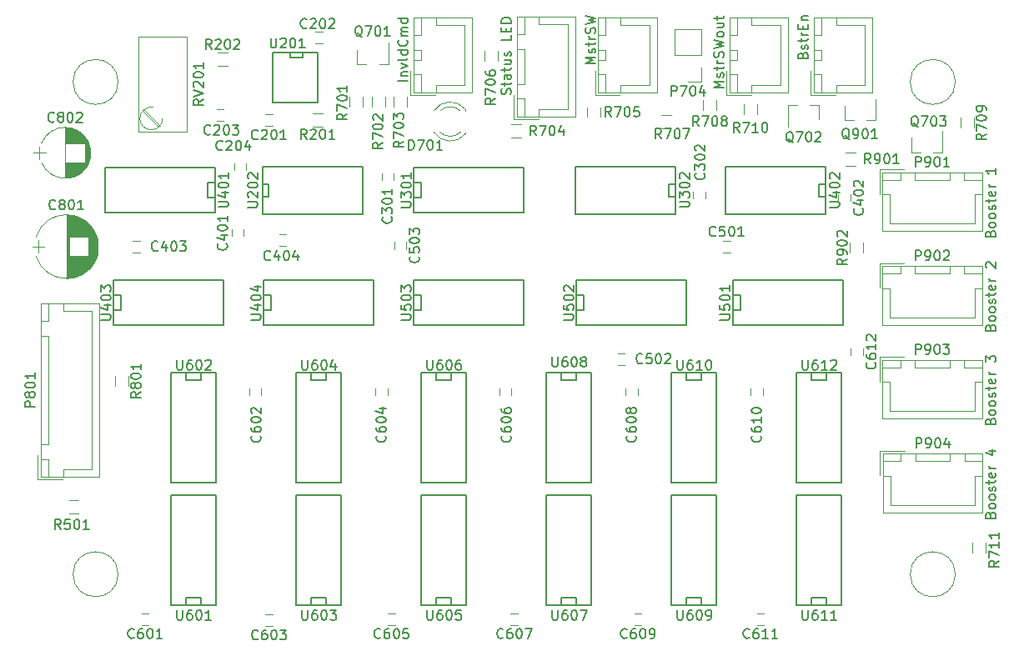
<source format=gto>
G04 #@! TF.FileFunction,Legend,Top*
%FSLAX46Y46*%
G04 Gerber Fmt 4.6, Leading zero omitted, Abs format (unit mm)*
G04 Created by KiCad (PCBNEW 4.0.5) date 03/30/17 16:26:28*
%MOMM*%
%LPD*%
G01*
G04 APERTURE LIST*
%ADD10C,0.100000*%
%ADD11C,0.150000*%
%ADD12C,0.120000*%
G04 APERTURE END LIST*
D10*
D11*
X198366071Y-107894048D02*
X198413690Y-107751191D01*
X198461310Y-107703572D01*
X198556548Y-107655953D01*
X198699405Y-107655953D01*
X198794643Y-107703572D01*
X198842262Y-107751191D01*
X198889881Y-107846429D01*
X198889881Y-108227382D01*
X197889881Y-108227382D01*
X197889881Y-107894048D01*
X197937500Y-107798810D01*
X197985119Y-107751191D01*
X198080357Y-107703572D01*
X198175595Y-107703572D01*
X198270833Y-107751191D01*
X198318452Y-107798810D01*
X198366071Y-107894048D01*
X198366071Y-108227382D01*
X198889881Y-107084525D02*
X198842262Y-107179763D01*
X198794643Y-107227382D01*
X198699405Y-107275001D01*
X198413690Y-107275001D01*
X198318452Y-107227382D01*
X198270833Y-107179763D01*
X198223214Y-107084525D01*
X198223214Y-106941667D01*
X198270833Y-106846429D01*
X198318452Y-106798810D01*
X198413690Y-106751191D01*
X198699405Y-106751191D01*
X198794643Y-106798810D01*
X198842262Y-106846429D01*
X198889881Y-106941667D01*
X198889881Y-107084525D01*
X198889881Y-106179763D02*
X198842262Y-106275001D01*
X198794643Y-106322620D01*
X198699405Y-106370239D01*
X198413690Y-106370239D01*
X198318452Y-106322620D01*
X198270833Y-106275001D01*
X198223214Y-106179763D01*
X198223214Y-106036905D01*
X198270833Y-105941667D01*
X198318452Y-105894048D01*
X198413690Y-105846429D01*
X198699405Y-105846429D01*
X198794643Y-105894048D01*
X198842262Y-105941667D01*
X198889881Y-106036905D01*
X198889881Y-106179763D01*
X198842262Y-105465477D02*
X198889881Y-105370239D01*
X198889881Y-105179763D01*
X198842262Y-105084524D01*
X198747024Y-105036905D01*
X198699405Y-105036905D01*
X198604167Y-105084524D01*
X198556548Y-105179763D01*
X198556548Y-105322620D01*
X198508929Y-105417858D01*
X198413690Y-105465477D01*
X198366071Y-105465477D01*
X198270833Y-105417858D01*
X198223214Y-105322620D01*
X198223214Y-105179763D01*
X198270833Y-105084524D01*
X198223214Y-104751191D02*
X198223214Y-104370239D01*
X197889881Y-104608334D02*
X198747024Y-104608334D01*
X198842262Y-104560715D01*
X198889881Y-104465477D01*
X198889881Y-104370239D01*
X198842262Y-103655952D02*
X198889881Y-103751190D01*
X198889881Y-103941667D01*
X198842262Y-104036905D01*
X198747024Y-104084524D01*
X198366071Y-104084524D01*
X198270833Y-104036905D01*
X198223214Y-103941667D01*
X198223214Y-103751190D01*
X198270833Y-103655952D01*
X198366071Y-103608333D01*
X198461310Y-103608333D01*
X198556548Y-104084524D01*
X198889881Y-103179762D02*
X198223214Y-103179762D01*
X198413690Y-103179762D02*
X198318452Y-103132143D01*
X198270833Y-103084524D01*
X198223214Y-102989286D01*
X198223214Y-102894047D01*
X198889881Y-101274999D02*
X198889881Y-101846428D01*
X198889881Y-101560714D02*
X197889881Y-101560714D01*
X198032738Y-101655952D01*
X198127976Y-101751190D01*
X198175595Y-101846428D01*
X198366071Y-117419048D02*
X198413690Y-117276191D01*
X198461310Y-117228572D01*
X198556548Y-117180953D01*
X198699405Y-117180953D01*
X198794643Y-117228572D01*
X198842262Y-117276191D01*
X198889881Y-117371429D01*
X198889881Y-117752382D01*
X197889881Y-117752382D01*
X197889881Y-117419048D01*
X197937500Y-117323810D01*
X197985119Y-117276191D01*
X198080357Y-117228572D01*
X198175595Y-117228572D01*
X198270833Y-117276191D01*
X198318452Y-117323810D01*
X198366071Y-117419048D01*
X198366071Y-117752382D01*
X198889881Y-116609525D02*
X198842262Y-116704763D01*
X198794643Y-116752382D01*
X198699405Y-116800001D01*
X198413690Y-116800001D01*
X198318452Y-116752382D01*
X198270833Y-116704763D01*
X198223214Y-116609525D01*
X198223214Y-116466667D01*
X198270833Y-116371429D01*
X198318452Y-116323810D01*
X198413690Y-116276191D01*
X198699405Y-116276191D01*
X198794643Y-116323810D01*
X198842262Y-116371429D01*
X198889881Y-116466667D01*
X198889881Y-116609525D01*
X198889881Y-115704763D02*
X198842262Y-115800001D01*
X198794643Y-115847620D01*
X198699405Y-115895239D01*
X198413690Y-115895239D01*
X198318452Y-115847620D01*
X198270833Y-115800001D01*
X198223214Y-115704763D01*
X198223214Y-115561905D01*
X198270833Y-115466667D01*
X198318452Y-115419048D01*
X198413690Y-115371429D01*
X198699405Y-115371429D01*
X198794643Y-115419048D01*
X198842262Y-115466667D01*
X198889881Y-115561905D01*
X198889881Y-115704763D01*
X198842262Y-114990477D02*
X198889881Y-114895239D01*
X198889881Y-114704763D01*
X198842262Y-114609524D01*
X198747024Y-114561905D01*
X198699405Y-114561905D01*
X198604167Y-114609524D01*
X198556548Y-114704763D01*
X198556548Y-114847620D01*
X198508929Y-114942858D01*
X198413690Y-114990477D01*
X198366071Y-114990477D01*
X198270833Y-114942858D01*
X198223214Y-114847620D01*
X198223214Y-114704763D01*
X198270833Y-114609524D01*
X198223214Y-114276191D02*
X198223214Y-113895239D01*
X197889881Y-114133334D02*
X198747024Y-114133334D01*
X198842262Y-114085715D01*
X198889881Y-113990477D01*
X198889881Y-113895239D01*
X198842262Y-113180952D02*
X198889881Y-113276190D01*
X198889881Y-113466667D01*
X198842262Y-113561905D01*
X198747024Y-113609524D01*
X198366071Y-113609524D01*
X198270833Y-113561905D01*
X198223214Y-113466667D01*
X198223214Y-113276190D01*
X198270833Y-113180952D01*
X198366071Y-113133333D01*
X198461310Y-113133333D01*
X198556548Y-113609524D01*
X198889881Y-112704762D02*
X198223214Y-112704762D01*
X198413690Y-112704762D02*
X198318452Y-112657143D01*
X198270833Y-112609524D01*
X198223214Y-112514286D01*
X198223214Y-112419047D01*
X197985119Y-111371428D02*
X197937500Y-111323809D01*
X197889881Y-111228571D01*
X197889881Y-110990475D01*
X197937500Y-110895237D01*
X197985119Y-110847618D01*
X198080357Y-110799999D01*
X198175595Y-110799999D01*
X198318452Y-110847618D01*
X198889881Y-111419047D01*
X198889881Y-110799999D01*
X198366071Y-126944048D02*
X198413690Y-126801191D01*
X198461310Y-126753572D01*
X198556548Y-126705953D01*
X198699405Y-126705953D01*
X198794643Y-126753572D01*
X198842262Y-126801191D01*
X198889881Y-126896429D01*
X198889881Y-127277382D01*
X197889881Y-127277382D01*
X197889881Y-126944048D01*
X197937500Y-126848810D01*
X197985119Y-126801191D01*
X198080357Y-126753572D01*
X198175595Y-126753572D01*
X198270833Y-126801191D01*
X198318452Y-126848810D01*
X198366071Y-126944048D01*
X198366071Y-127277382D01*
X198889881Y-126134525D02*
X198842262Y-126229763D01*
X198794643Y-126277382D01*
X198699405Y-126325001D01*
X198413690Y-126325001D01*
X198318452Y-126277382D01*
X198270833Y-126229763D01*
X198223214Y-126134525D01*
X198223214Y-125991667D01*
X198270833Y-125896429D01*
X198318452Y-125848810D01*
X198413690Y-125801191D01*
X198699405Y-125801191D01*
X198794643Y-125848810D01*
X198842262Y-125896429D01*
X198889881Y-125991667D01*
X198889881Y-126134525D01*
X198889881Y-125229763D02*
X198842262Y-125325001D01*
X198794643Y-125372620D01*
X198699405Y-125420239D01*
X198413690Y-125420239D01*
X198318452Y-125372620D01*
X198270833Y-125325001D01*
X198223214Y-125229763D01*
X198223214Y-125086905D01*
X198270833Y-124991667D01*
X198318452Y-124944048D01*
X198413690Y-124896429D01*
X198699405Y-124896429D01*
X198794643Y-124944048D01*
X198842262Y-124991667D01*
X198889881Y-125086905D01*
X198889881Y-125229763D01*
X198842262Y-124515477D02*
X198889881Y-124420239D01*
X198889881Y-124229763D01*
X198842262Y-124134524D01*
X198747024Y-124086905D01*
X198699405Y-124086905D01*
X198604167Y-124134524D01*
X198556548Y-124229763D01*
X198556548Y-124372620D01*
X198508929Y-124467858D01*
X198413690Y-124515477D01*
X198366071Y-124515477D01*
X198270833Y-124467858D01*
X198223214Y-124372620D01*
X198223214Y-124229763D01*
X198270833Y-124134524D01*
X198223214Y-123801191D02*
X198223214Y-123420239D01*
X197889881Y-123658334D02*
X198747024Y-123658334D01*
X198842262Y-123610715D01*
X198889881Y-123515477D01*
X198889881Y-123420239D01*
X198842262Y-122705952D02*
X198889881Y-122801190D01*
X198889881Y-122991667D01*
X198842262Y-123086905D01*
X198747024Y-123134524D01*
X198366071Y-123134524D01*
X198270833Y-123086905D01*
X198223214Y-122991667D01*
X198223214Y-122801190D01*
X198270833Y-122705952D01*
X198366071Y-122658333D01*
X198461310Y-122658333D01*
X198556548Y-123134524D01*
X198889881Y-122229762D02*
X198223214Y-122229762D01*
X198413690Y-122229762D02*
X198318452Y-122182143D01*
X198270833Y-122134524D01*
X198223214Y-122039286D01*
X198223214Y-121944047D01*
X197889881Y-120944047D02*
X197889881Y-120324999D01*
X198270833Y-120658333D01*
X198270833Y-120515475D01*
X198318452Y-120420237D01*
X198366071Y-120372618D01*
X198461310Y-120324999D01*
X198699405Y-120324999D01*
X198794643Y-120372618D01*
X198842262Y-120420237D01*
X198889881Y-120515475D01*
X198889881Y-120801190D01*
X198842262Y-120896428D01*
X198794643Y-120944047D01*
X139199881Y-92384167D02*
X138199881Y-92384167D01*
X138533214Y-91907977D02*
X139199881Y-91907977D01*
X138628452Y-91907977D02*
X138580833Y-91860358D01*
X138533214Y-91765120D01*
X138533214Y-91622262D01*
X138580833Y-91527024D01*
X138676071Y-91479405D01*
X139199881Y-91479405D01*
X138533214Y-91098453D02*
X139199881Y-90860358D01*
X138533214Y-90622262D01*
X139199881Y-90098453D02*
X139152262Y-90193691D01*
X139057024Y-90241310D01*
X138199881Y-90241310D01*
X139199881Y-89288928D02*
X138199881Y-89288928D01*
X139152262Y-89288928D02*
X139199881Y-89384166D01*
X139199881Y-89574643D01*
X139152262Y-89669881D01*
X139104643Y-89717500D01*
X139009405Y-89765119D01*
X138723690Y-89765119D01*
X138628452Y-89717500D01*
X138580833Y-89669881D01*
X138533214Y-89574643D01*
X138533214Y-89384166D01*
X138580833Y-89288928D01*
X139104643Y-88241309D02*
X139152262Y-88288928D01*
X139199881Y-88431785D01*
X139199881Y-88527023D01*
X139152262Y-88669881D01*
X139057024Y-88765119D01*
X138961786Y-88812738D01*
X138771310Y-88860357D01*
X138628452Y-88860357D01*
X138437976Y-88812738D01*
X138342738Y-88765119D01*
X138247500Y-88669881D01*
X138199881Y-88527023D01*
X138199881Y-88431785D01*
X138247500Y-88288928D01*
X138295119Y-88241309D01*
X139199881Y-87812738D02*
X138533214Y-87812738D01*
X138628452Y-87812738D02*
X138580833Y-87765119D01*
X138533214Y-87669881D01*
X138533214Y-87527023D01*
X138580833Y-87431785D01*
X138676071Y-87384166D01*
X139199881Y-87384166D01*
X138676071Y-87384166D02*
X138580833Y-87336547D01*
X138533214Y-87241309D01*
X138533214Y-87098452D01*
X138580833Y-87003214D01*
X138676071Y-86955595D01*
X139199881Y-86955595D01*
X139199881Y-86050833D02*
X138199881Y-86050833D01*
X139152262Y-86050833D02*
X139199881Y-86146071D01*
X139199881Y-86336548D01*
X139152262Y-86431786D01*
X139104643Y-86479405D01*
X139009405Y-86527024D01*
X138723690Y-86527024D01*
X138628452Y-86479405D01*
X138580833Y-86431786D01*
X138533214Y-86336548D01*
X138533214Y-86146071D01*
X138580833Y-86050833D01*
X149629762Y-93757263D02*
X149677381Y-93614406D01*
X149677381Y-93376310D01*
X149629762Y-93281072D01*
X149582143Y-93233453D01*
X149486905Y-93185834D01*
X149391667Y-93185834D01*
X149296429Y-93233453D01*
X149248810Y-93281072D01*
X149201190Y-93376310D01*
X149153571Y-93566787D01*
X149105952Y-93662025D01*
X149058333Y-93709644D01*
X148963095Y-93757263D01*
X148867857Y-93757263D01*
X148772619Y-93709644D01*
X148725000Y-93662025D01*
X148677381Y-93566787D01*
X148677381Y-93328691D01*
X148725000Y-93185834D01*
X149010714Y-92900120D02*
X149010714Y-92519168D01*
X148677381Y-92757263D02*
X149534524Y-92757263D01*
X149629762Y-92709644D01*
X149677381Y-92614406D01*
X149677381Y-92519168D01*
X149677381Y-91757262D02*
X149153571Y-91757262D01*
X149058333Y-91804881D01*
X149010714Y-91900119D01*
X149010714Y-92090596D01*
X149058333Y-92185834D01*
X149629762Y-91757262D02*
X149677381Y-91852500D01*
X149677381Y-92090596D01*
X149629762Y-92185834D01*
X149534524Y-92233453D01*
X149439286Y-92233453D01*
X149344048Y-92185834D01*
X149296429Y-92090596D01*
X149296429Y-91852500D01*
X149248810Y-91757262D01*
X149010714Y-91423929D02*
X149010714Y-91042977D01*
X148677381Y-91281072D02*
X149534524Y-91281072D01*
X149629762Y-91233453D01*
X149677381Y-91138215D01*
X149677381Y-91042977D01*
X149010714Y-90281071D02*
X149677381Y-90281071D01*
X149010714Y-90709643D02*
X149534524Y-90709643D01*
X149629762Y-90662024D01*
X149677381Y-90566786D01*
X149677381Y-90423928D01*
X149629762Y-90328690D01*
X149582143Y-90281071D01*
X149629762Y-89852500D02*
X149677381Y-89757262D01*
X149677381Y-89566786D01*
X149629762Y-89471547D01*
X149534524Y-89423928D01*
X149486905Y-89423928D01*
X149391667Y-89471547D01*
X149344048Y-89566786D01*
X149344048Y-89709643D01*
X149296429Y-89804881D01*
X149201190Y-89852500D01*
X149153571Y-89852500D01*
X149058333Y-89804881D01*
X149010714Y-89709643D01*
X149010714Y-89566786D01*
X149058333Y-89471547D01*
X149677381Y-87757261D02*
X149677381Y-88233452D01*
X148677381Y-88233452D01*
X149153571Y-87423928D02*
X149153571Y-87090594D01*
X149677381Y-86947737D02*
X149677381Y-87423928D01*
X148677381Y-87423928D01*
X148677381Y-86947737D01*
X149677381Y-86519166D02*
X148677381Y-86519166D01*
X148677381Y-86281071D01*
X148725000Y-86138213D01*
X148820238Y-86042975D01*
X148915476Y-85995356D01*
X149105952Y-85947737D01*
X149248810Y-85947737D01*
X149439286Y-85995356D01*
X149534524Y-86042975D01*
X149629762Y-86138213D01*
X149677381Y-86281071D01*
X149677381Y-86519166D01*
X179316071Y-89780833D02*
X179363690Y-89637976D01*
X179411310Y-89590357D01*
X179506548Y-89542738D01*
X179649405Y-89542738D01*
X179744643Y-89590357D01*
X179792262Y-89637976D01*
X179839881Y-89733214D01*
X179839881Y-90114167D01*
X178839881Y-90114167D01*
X178839881Y-89780833D01*
X178887500Y-89685595D01*
X178935119Y-89637976D01*
X179030357Y-89590357D01*
X179125595Y-89590357D01*
X179220833Y-89637976D01*
X179268452Y-89685595D01*
X179316071Y-89780833D01*
X179316071Y-90114167D01*
X179792262Y-89161786D02*
X179839881Y-89066548D01*
X179839881Y-88876072D01*
X179792262Y-88780833D01*
X179697024Y-88733214D01*
X179649405Y-88733214D01*
X179554167Y-88780833D01*
X179506548Y-88876072D01*
X179506548Y-89018929D01*
X179458929Y-89114167D01*
X179363690Y-89161786D01*
X179316071Y-89161786D01*
X179220833Y-89114167D01*
X179173214Y-89018929D01*
X179173214Y-88876072D01*
X179220833Y-88780833D01*
X179173214Y-88447500D02*
X179173214Y-88066548D01*
X178839881Y-88304643D02*
X179697024Y-88304643D01*
X179792262Y-88257024D01*
X179839881Y-88161786D01*
X179839881Y-88066548D01*
X179839881Y-87733214D02*
X179173214Y-87733214D01*
X179363690Y-87733214D02*
X179268452Y-87685595D01*
X179220833Y-87637976D01*
X179173214Y-87542738D01*
X179173214Y-87447499D01*
X179316071Y-87114166D02*
X179316071Y-86780832D01*
X179839881Y-86637975D02*
X179839881Y-87114166D01*
X178839881Y-87114166D01*
X178839881Y-86637975D01*
X179173214Y-86209404D02*
X179839881Y-86209404D01*
X179268452Y-86209404D02*
X179220833Y-86161785D01*
X179173214Y-86066547D01*
X179173214Y-85923689D01*
X179220833Y-85828451D01*
X179316071Y-85780832D01*
X179839881Y-85780832D01*
X171267381Y-93106429D02*
X170267381Y-93106429D01*
X170981667Y-92773095D01*
X170267381Y-92439762D01*
X171267381Y-92439762D01*
X171219762Y-92011191D02*
X171267381Y-91915953D01*
X171267381Y-91725477D01*
X171219762Y-91630238D01*
X171124524Y-91582619D01*
X171076905Y-91582619D01*
X170981667Y-91630238D01*
X170934048Y-91725477D01*
X170934048Y-91868334D01*
X170886429Y-91963572D01*
X170791190Y-92011191D01*
X170743571Y-92011191D01*
X170648333Y-91963572D01*
X170600714Y-91868334D01*
X170600714Y-91725477D01*
X170648333Y-91630238D01*
X170600714Y-91296905D02*
X170600714Y-90915953D01*
X170267381Y-91154048D02*
X171124524Y-91154048D01*
X171219762Y-91106429D01*
X171267381Y-91011191D01*
X171267381Y-90915953D01*
X171267381Y-90582619D02*
X170600714Y-90582619D01*
X170791190Y-90582619D02*
X170695952Y-90535000D01*
X170648333Y-90487381D01*
X170600714Y-90392143D01*
X170600714Y-90296904D01*
X171219762Y-90011190D02*
X171267381Y-89868333D01*
X171267381Y-89630237D01*
X171219762Y-89534999D01*
X171172143Y-89487380D01*
X171076905Y-89439761D01*
X170981667Y-89439761D01*
X170886429Y-89487380D01*
X170838810Y-89534999D01*
X170791190Y-89630237D01*
X170743571Y-89820714D01*
X170695952Y-89915952D01*
X170648333Y-89963571D01*
X170553095Y-90011190D01*
X170457857Y-90011190D01*
X170362619Y-89963571D01*
X170315000Y-89915952D01*
X170267381Y-89820714D01*
X170267381Y-89582618D01*
X170315000Y-89439761D01*
X170267381Y-89106428D02*
X171267381Y-88868333D01*
X170553095Y-88677856D01*
X171267381Y-88487380D01*
X170267381Y-88249285D01*
X171267381Y-87725476D02*
X171219762Y-87820714D01*
X171172143Y-87868333D01*
X171076905Y-87915952D01*
X170791190Y-87915952D01*
X170695952Y-87868333D01*
X170648333Y-87820714D01*
X170600714Y-87725476D01*
X170600714Y-87582618D01*
X170648333Y-87487380D01*
X170695952Y-87439761D01*
X170791190Y-87392142D01*
X171076905Y-87392142D01*
X171172143Y-87439761D01*
X171219762Y-87487380D01*
X171267381Y-87582618D01*
X171267381Y-87725476D01*
X170600714Y-86534999D02*
X171267381Y-86534999D01*
X170600714Y-86963571D02*
X171124524Y-86963571D01*
X171219762Y-86915952D01*
X171267381Y-86820714D01*
X171267381Y-86677856D01*
X171219762Y-86582618D01*
X171172143Y-86534999D01*
X170600714Y-86201666D02*
X170600714Y-85820714D01*
X170267381Y-86058809D02*
X171124524Y-86058809D01*
X171219762Y-86011190D01*
X171267381Y-85915952D01*
X171267381Y-85820714D01*
X158249881Y-90645953D02*
X157249881Y-90645953D01*
X157964167Y-90312619D01*
X157249881Y-89979286D01*
X158249881Y-89979286D01*
X158202262Y-89550715D02*
X158249881Y-89455477D01*
X158249881Y-89265001D01*
X158202262Y-89169762D01*
X158107024Y-89122143D01*
X158059405Y-89122143D01*
X157964167Y-89169762D01*
X157916548Y-89265001D01*
X157916548Y-89407858D01*
X157868929Y-89503096D01*
X157773690Y-89550715D01*
X157726071Y-89550715D01*
X157630833Y-89503096D01*
X157583214Y-89407858D01*
X157583214Y-89265001D01*
X157630833Y-89169762D01*
X157583214Y-88836429D02*
X157583214Y-88455477D01*
X157249881Y-88693572D02*
X158107024Y-88693572D01*
X158202262Y-88645953D01*
X158249881Y-88550715D01*
X158249881Y-88455477D01*
X158249881Y-88122143D02*
X157583214Y-88122143D01*
X157773690Y-88122143D02*
X157678452Y-88074524D01*
X157630833Y-88026905D01*
X157583214Y-87931667D01*
X157583214Y-87836428D01*
X158202262Y-87550714D02*
X158249881Y-87407857D01*
X158249881Y-87169761D01*
X158202262Y-87074523D01*
X158154643Y-87026904D01*
X158059405Y-86979285D01*
X157964167Y-86979285D01*
X157868929Y-87026904D01*
X157821310Y-87074523D01*
X157773690Y-87169761D01*
X157726071Y-87360238D01*
X157678452Y-87455476D01*
X157630833Y-87503095D01*
X157535595Y-87550714D01*
X157440357Y-87550714D01*
X157345119Y-87503095D01*
X157297500Y-87455476D01*
X157249881Y-87360238D01*
X157249881Y-87122142D01*
X157297500Y-86979285D01*
X157249881Y-86645952D02*
X158249881Y-86407857D01*
X157535595Y-86217380D01*
X158249881Y-86026904D01*
X157249881Y-85788809D01*
X198366071Y-136469048D02*
X198413690Y-136326191D01*
X198461310Y-136278572D01*
X198556548Y-136230953D01*
X198699405Y-136230953D01*
X198794643Y-136278572D01*
X198842262Y-136326191D01*
X198889881Y-136421429D01*
X198889881Y-136802382D01*
X197889881Y-136802382D01*
X197889881Y-136469048D01*
X197937500Y-136373810D01*
X197985119Y-136326191D01*
X198080357Y-136278572D01*
X198175595Y-136278572D01*
X198270833Y-136326191D01*
X198318452Y-136373810D01*
X198366071Y-136469048D01*
X198366071Y-136802382D01*
X198889881Y-135659525D02*
X198842262Y-135754763D01*
X198794643Y-135802382D01*
X198699405Y-135850001D01*
X198413690Y-135850001D01*
X198318452Y-135802382D01*
X198270833Y-135754763D01*
X198223214Y-135659525D01*
X198223214Y-135516667D01*
X198270833Y-135421429D01*
X198318452Y-135373810D01*
X198413690Y-135326191D01*
X198699405Y-135326191D01*
X198794643Y-135373810D01*
X198842262Y-135421429D01*
X198889881Y-135516667D01*
X198889881Y-135659525D01*
X198889881Y-134754763D02*
X198842262Y-134850001D01*
X198794643Y-134897620D01*
X198699405Y-134945239D01*
X198413690Y-134945239D01*
X198318452Y-134897620D01*
X198270833Y-134850001D01*
X198223214Y-134754763D01*
X198223214Y-134611905D01*
X198270833Y-134516667D01*
X198318452Y-134469048D01*
X198413690Y-134421429D01*
X198699405Y-134421429D01*
X198794643Y-134469048D01*
X198842262Y-134516667D01*
X198889881Y-134611905D01*
X198889881Y-134754763D01*
X198842262Y-134040477D02*
X198889881Y-133945239D01*
X198889881Y-133754763D01*
X198842262Y-133659524D01*
X198747024Y-133611905D01*
X198699405Y-133611905D01*
X198604167Y-133659524D01*
X198556548Y-133754763D01*
X198556548Y-133897620D01*
X198508929Y-133992858D01*
X198413690Y-134040477D01*
X198366071Y-134040477D01*
X198270833Y-133992858D01*
X198223214Y-133897620D01*
X198223214Y-133754763D01*
X198270833Y-133659524D01*
X198223214Y-133326191D02*
X198223214Y-132945239D01*
X197889881Y-133183334D02*
X198747024Y-133183334D01*
X198842262Y-133135715D01*
X198889881Y-133040477D01*
X198889881Y-132945239D01*
X198842262Y-132230952D02*
X198889881Y-132326190D01*
X198889881Y-132516667D01*
X198842262Y-132611905D01*
X198747024Y-132659524D01*
X198366071Y-132659524D01*
X198270833Y-132611905D01*
X198223214Y-132516667D01*
X198223214Y-132326190D01*
X198270833Y-132230952D01*
X198366071Y-132183333D01*
X198461310Y-132183333D01*
X198556548Y-132659524D01*
X198889881Y-131754762D02*
X198223214Y-131754762D01*
X198413690Y-131754762D02*
X198318452Y-131707143D01*
X198270833Y-131659524D01*
X198223214Y-131564286D01*
X198223214Y-131469047D01*
X198223214Y-129945237D02*
X198889881Y-129945237D01*
X197842262Y-130183333D02*
X198556548Y-130421428D01*
X198556548Y-129802380D01*
X180213000Y-145669000D02*
X180213000Y-144907000D01*
X180213000Y-144907000D02*
X181737000Y-144907000D01*
X181737000Y-144907000D02*
X181737000Y-145669000D01*
X178689000Y-134493000D02*
X183261000Y-134493000D01*
X183261000Y-134493000D02*
X183261000Y-145669000D01*
X183261000Y-145669000D02*
X178689000Y-145669000D01*
X178689000Y-145669000D02*
X178689000Y-134493000D01*
X167513000Y-145669000D02*
X167513000Y-144907000D01*
X167513000Y-144907000D02*
X169037000Y-144907000D01*
X169037000Y-144907000D02*
X169037000Y-145669000D01*
X165989000Y-134493000D02*
X170561000Y-134493000D01*
X170561000Y-134493000D02*
X170561000Y-145669000D01*
X170561000Y-145669000D02*
X165989000Y-145669000D01*
X165989000Y-145669000D02*
X165989000Y-134493000D01*
X154813000Y-145669000D02*
X154813000Y-144907000D01*
X154813000Y-144907000D02*
X156337000Y-144907000D01*
X156337000Y-144907000D02*
X156337000Y-145669000D01*
X153289000Y-134493000D02*
X157861000Y-134493000D01*
X157861000Y-134493000D02*
X157861000Y-145669000D01*
X157861000Y-145669000D02*
X153289000Y-145669000D01*
X153289000Y-145669000D02*
X153289000Y-134493000D01*
X142113000Y-145669000D02*
X142113000Y-144907000D01*
X142113000Y-144907000D02*
X143637000Y-144907000D01*
X143637000Y-144907000D02*
X143637000Y-145669000D01*
X140589000Y-134493000D02*
X145161000Y-134493000D01*
X145161000Y-134493000D02*
X145161000Y-145669000D01*
X145161000Y-145669000D02*
X140589000Y-145669000D01*
X140589000Y-145669000D02*
X140589000Y-134493000D01*
D12*
X194786000Y-92500000D02*
G75*
G03X194786000Y-92500000I-2286000J0D01*
G01*
D11*
X130048000Y-89535000D02*
X130048000Y-94615000D01*
X130048000Y-94615000D02*
X125476000Y-94615000D01*
X125476000Y-94615000D02*
X125476000Y-89535000D01*
X125476000Y-89535000D02*
X130048000Y-89535000D01*
X128524000Y-89535000D02*
X128524000Y-90043000D01*
X128524000Y-90043000D02*
X127254000Y-90043000D01*
X127254000Y-90043000D02*
X127254000Y-89535000D01*
D12*
X109786000Y-92500000D02*
G75*
G03X109786000Y-92500000I-2286000J0D01*
G01*
X194786000Y-142500000D02*
G75*
G03X194786000Y-142500000I-2286000J0D01*
G01*
X125445000Y-96993000D02*
X124745000Y-96993000D01*
X124745000Y-95793000D02*
X125445000Y-95793000D01*
X130525000Y-88611000D02*
X129825000Y-88611000D01*
X129825000Y-87411000D02*
X130525000Y-87411000D01*
X119792000Y-95285000D02*
X120492000Y-95285000D01*
X120492000Y-96485000D02*
X119792000Y-96485000D01*
X121574000Y-101430000D02*
X121574000Y-100730000D01*
X122774000Y-100730000D02*
X122774000Y-101430000D01*
X137760000Y-101770000D02*
X137760000Y-102470000D01*
X136560000Y-102470000D02*
X136560000Y-101770000D01*
X169383000Y-103663000D02*
X169383000Y-104363000D01*
X168183000Y-104363000D02*
X168183000Y-103663000D01*
X121320000Y-108161000D02*
X121320000Y-107461000D01*
X122520000Y-107461000D02*
X122520000Y-108161000D01*
X184115000Y-103905000D02*
X184115000Y-104605000D01*
X182915000Y-104605000D02*
X182915000Y-103905000D01*
X111995000Y-109820000D02*
X111295000Y-109820000D01*
X111295000Y-108620000D02*
X111995000Y-108620000D01*
X126830000Y-109185000D02*
X126130000Y-109185000D01*
X126130000Y-107985000D02*
X126830000Y-107985000D01*
X171227000Y-108620000D02*
X171927000Y-108620000D01*
X171927000Y-109820000D02*
X171227000Y-109820000D01*
X160535000Y-120050000D02*
X161235000Y-120050000D01*
X161235000Y-121250000D02*
X160535000Y-121250000D01*
X139030000Y-108755000D02*
X139030000Y-109455000D01*
X137830000Y-109455000D02*
X137830000Y-108755000D01*
X112872000Y-147666000D02*
X112172000Y-147666000D01*
X112172000Y-146466000D02*
X112872000Y-146466000D01*
X123098000Y-124290000D02*
X123098000Y-123590000D01*
X124298000Y-123590000D02*
X124298000Y-124290000D01*
X125457000Y-147793000D02*
X124757000Y-147793000D01*
X124757000Y-146593000D02*
X125457000Y-146593000D01*
X135925000Y-124290000D02*
X135925000Y-123590000D01*
X137125000Y-123590000D02*
X137125000Y-124290000D01*
X137891000Y-147666000D02*
X137191000Y-147666000D01*
X137191000Y-146466000D02*
X137891000Y-146466000D01*
X148498000Y-124290000D02*
X148498000Y-123590000D01*
X149698000Y-123590000D02*
X149698000Y-124290000D01*
X150349000Y-147666000D02*
X149649000Y-147666000D01*
X149649000Y-146466000D02*
X150349000Y-146466000D01*
X161325000Y-124290000D02*
X161325000Y-123590000D01*
X162525000Y-123590000D02*
X162525000Y-124290000D01*
X162910000Y-147666000D02*
X162210000Y-147666000D01*
X162210000Y-146466000D02*
X162910000Y-146466000D01*
X174025000Y-124290000D02*
X174025000Y-123590000D01*
X175225000Y-123590000D02*
X175225000Y-124290000D01*
X175356000Y-147666000D02*
X174656000Y-147666000D01*
X174656000Y-146466000D02*
X175356000Y-146466000D01*
X185385000Y-119550000D02*
X185385000Y-120250000D01*
X184185000Y-120250000D02*
X184185000Y-119550000D01*
X107629440Y-108240643D02*
G75*
G03X101452764Y-108240000I-3088440J-979357D01*
G01*
X107629440Y-110199357D02*
G75*
G02X101452764Y-110200000I-3088440J979357D01*
G01*
X107629440Y-110199357D02*
G75*
G03X107629236Y-108240000I-3088440J979357D01*
G01*
X104541000Y-106020000D02*
X104541000Y-112420000D01*
X104581000Y-106020000D02*
X104581000Y-112420000D01*
X104621000Y-106020000D02*
X104621000Y-112420000D01*
X104661000Y-106022000D02*
X104661000Y-112418000D01*
X104701000Y-106023000D02*
X104701000Y-112417000D01*
X104741000Y-106026000D02*
X104741000Y-112414000D01*
X104781000Y-106028000D02*
X104781000Y-112412000D01*
X104821000Y-106032000D02*
X104821000Y-108240000D01*
X104821000Y-110200000D02*
X104821000Y-112408000D01*
X104861000Y-106035000D02*
X104861000Y-108240000D01*
X104861000Y-110200000D02*
X104861000Y-112405000D01*
X104901000Y-106040000D02*
X104901000Y-108240000D01*
X104901000Y-110200000D02*
X104901000Y-112400000D01*
X104941000Y-106044000D02*
X104941000Y-108240000D01*
X104941000Y-110200000D02*
X104941000Y-112396000D01*
X104981000Y-106050000D02*
X104981000Y-108240000D01*
X104981000Y-110200000D02*
X104981000Y-112390000D01*
X105021000Y-106055000D02*
X105021000Y-108240000D01*
X105021000Y-110200000D02*
X105021000Y-112385000D01*
X105061000Y-106062000D02*
X105061000Y-108240000D01*
X105061000Y-110200000D02*
X105061000Y-112378000D01*
X105101000Y-106068000D02*
X105101000Y-108240000D01*
X105101000Y-110200000D02*
X105101000Y-112372000D01*
X105141000Y-106076000D02*
X105141000Y-108240000D01*
X105141000Y-110200000D02*
X105141000Y-112364000D01*
X105181000Y-106083000D02*
X105181000Y-108240000D01*
X105181000Y-110200000D02*
X105181000Y-112357000D01*
X105221000Y-106092000D02*
X105221000Y-108240000D01*
X105221000Y-110200000D02*
X105221000Y-112348000D01*
X105262000Y-106101000D02*
X105262000Y-108240000D01*
X105262000Y-110200000D02*
X105262000Y-112339000D01*
X105302000Y-106110000D02*
X105302000Y-108240000D01*
X105302000Y-110200000D02*
X105302000Y-112330000D01*
X105342000Y-106120000D02*
X105342000Y-108240000D01*
X105342000Y-110200000D02*
X105342000Y-112320000D01*
X105382000Y-106130000D02*
X105382000Y-108240000D01*
X105382000Y-110200000D02*
X105382000Y-112310000D01*
X105422000Y-106141000D02*
X105422000Y-108240000D01*
X105422000Y-110200000D02*
X105422000Y-112299000D01*
X105462000Y-106153000D02*
X105462000Y-108240000D01*
X105462000Y-110200000D02*
X105462000Y-112287000D01*
X105502000Y-106165000D02*
X105502000Y-108240000D01*
X105502000Y-110200000D02*
X105502000Y-112275000D01*
X105542000Y-106178000D02*
X105542000Y-108240000D01*
X105542000Y-110200000D02*
X105542000Y-112262000D01*
X105582000Y-106191000D02*
X105582000Y-108240000D01*
X105582000Y-110200000D02*
X105582000Y-112249000D01*
X105622000Y-106205000D02*
X105622000Y-108240000D01*
X105622000Y-110200000D02*
X105622000Y-112235000D01*
X105662000Y-106219000D02*
X105662000Y-108240000D01*
X105662000Y-110200000D02*
X105662000Y-112221000D01*
X105702000Y-106234000D02*
X105702000Y-108240000D01*
X105702000Y-110200000D02*
X105702000Y-112206000D01*
X105742000Y-106250000D02*
X105742000Y-108240000D01*
X105742000Y-110200000D02*
X105742000Y-112190000D01*
X105782000Y-106266000D02*
X105782000Y-108240000D01*
X105782000Y-110200000D02*
X105782000Y-112174000D01*
X105822000Y-106283000D02*
X105822000Y-108240000D01*
X105822000Y-110200000D02*
X105822000Y-112157000D01*
X105862000Y-106301000D02*
X105862000Y-108240000D01*
X105862000Y-110200000D02*
X105862000Y-112139000D01*
X105902000Y-106319000D02*
X105902000Y-108240000D01*
X105902000Y-110200000D02*
X105902000Y-112121000D01*
X105942000Y-106338000D02*
X105942000Y-108240000D01*
X105942000Y-110200000D02*
X105942000Y-112102000D01*
X105982000Y-106357000D02*
X105982000Y-108240000D01*
X105982000Y-110200000D02*
X105982000Y-112083000D01*
X106022000Y-106377000D02*
X106022000Y-108240000D01*
X106022000Y-110200000D02*
X106022000Y-112063000D01*
X106062000Y-106398000D02*
X106062000Y-108240000D01*
X106062000Y-110200000D02*
X106062000Y-112042000D01*
X106102000Y-106420000D02*
X106102000Y-108240000D01*
X106102000Y-110200000D02*
X106102000Y-112020000D01*
X106142000Y-106442000D02*
X106142000Y-108240000D01*
X106142000Y-110200000D02*
X106142000Y-111998000D01*
X106182000Y-106465000D02*
X106182000Y-108240000D01*
X106182000Y-110200000D02*
X106182000Y-111975000D01*
X106222000Y-106489000D02*
X106222000Y-108240000D01*
X106222000Y-110200000D02*
X106222000Y-111951000D01*
X106262000Y-106514000D02*
X106262000Y-108240000D01*
X106262000Y-110200000D02*
X106262000Y-111926000D01*
X106302000Y-106539000D02*
X106302000Y-108240000D01*
X106302000Y-110200000D02*
X106302000Y-111901000D01*
X106342000Y-106566000D02*
X106342000Y-108240000D01*
X106342000Y-110200000D02*
X106342000Y-111874000D01*
X106382000Y-106593000D02*
X106382000Y-108240000D01*
X106382000Y-110200000D02*
X106382000Y-111847000D01*
X106422000Y-106621000D02*
X106422000Y-108240000D01*
X106422000Y-110200000D02*
X106422000Y-111819000D01*
X106462000Y-106650000D02*
X106462000Y-108240000D01*
X106462000Y-110200000D02*
X106462000Y-111790000D01*
X106502000Y-106680000D02*
X106502000Y-108240000D01*
X106502000Y-110200000D02*
X106502000Y-111760000D01*
X106542000Y-106710000D02*
X106542000Y-108240000D01*
X106542000Y-110200000D02*
X106542000Y-111730000D01*
X106582000Y-106742000D02*
X106582000Y-108240000D01*
X106582000Y-110200000D02*
X106582000Y-111698000D01*
X106622000Y-106775000D02*
X106622000Y-108240000D01*
X106622000Y-110200000D02*
X106622000Y-111665000D01*
X106662000Y-106809000D02*
X106662000Y-108240000D01*
X106662000Y-110200000D02*
X106662000Y-111631000D01*
X106702000Y-106845000D02*
X106702000Y-108240000D01*
X106702000Y-110200000D02*
X106702000Y-111595000D01*
X106742000Y-106881000D02*
X106742000Y-108240000D01*
X106742000Y-110200000D02*
X106742000Y-111559000D01*
X106782000Y-106919000D02*
X106782000Y-111521000D01*
X106822000Y-106958000D02*
X106822000Y-111482000D01*
X106862000Y-106998000D02*
X106862000Y-111442000D01*
X106902000Y-107040000D02*
X106902000Y-111400000D01*
X106942000Y-107083000D02*
X106942000Y-111357000D01*
X106982000Y-107128000D02*
X106982000Y-111312000D01*
X107022000Y-107175000D02*
X107022000Y-111265000D01*
X107062000Y-107223000D02*
X107062000Y-111217000D01*
X107102000Y-107274000D02*
X107102000Y-111166000D01*
X107142000Y-107326000D02*
X107142000Y-111114000D01*
X107182000Y-107381000D02*
X107182000Y-111059000D01*
X107222000Y-107439000D02*
X107222000Y-111001000D01*
X107262000Y-107499000D02*
X107262000Y-110941000D01*
X107302000Y-107562000D02*
X107302000Y-110878000D01*
X107342000Y-107629000D02*
X107342000Y-110811000D01*
X107382000Y-107700000D02*
X107382000Y-110740000D01*
X107422000Y-107775000D02*
X107422000Y-110665000D01*
X107462000Y-107856000D02*
X107462000Y-110584000D01*
X107502000Y-107942000D02*
X107502000Y-110498000D01*
X107542000Y-108036000D02*
X107542000Y-110404000D01*
X107582000Y-108139000D02*
X107582000Y-110301000D01*
X107622000Y-108254000D02*
X107622000Y-110186000D01*
X107662000Y-108386000D02*
X107662000Y-110054000D01*
X107702000Y-108544000D02*
X107702000Y-109896000D01*
X107742000Y-108752000D02*
X107742000Y-109688000D01*
X101091000Y-109220000D02*
X102291000Y-109220000D01*
X101691000Y-108570000D02*
X101691000Y-109870000D01*
X106806863Y-98713600D02*
G75*
G03X102012564Y-98715000I-2396863J-981400D01*
G01*
X106806863Y-100676400D02*
G75*
G02X102012564Y-100675000I-2396863J981400D01*
G01*
X106806863Y-100676400D02*
G75*
G03X106807436Y-98715000I-2396863J981400D01*
G01*
X104410000Y-97145000D02*
X104410000Y-102245000D01*
X104450000Y-97145000D02*
X104450000Y-98715000D01*
X104450000Y-100675000D02*
X104450000Y-102245000D01*
X104490000Y-97146000D02*
X104490000Y-98715000D01*
X104490000Y-100675000D02*
X104490000Y-102244000D01*
X104530000Y-97147000D02*
X104530000Y-98715000D01*
X104530000Y-100675000D02*
X104530000Y-102243000D01*
X104570000Y-97149000D02*
X104570000Y-98715000D01*
X104570000Y-100675000D02*
X104570000Y-102241000D01*
X104610000Y-97152000D02*
X104610000Y-98715000D01*
X104610000Y-100675000D02*
X104610000Y-102238000D01*
X104650000Y-97156000D02*
X104650000Y-98715000D01*
X104650000Y-100675000D02*
X104650000Y-102234000D01*
X104690000Y-97160000D02*
X104690000Y-98715000D01*
X104690000Y-100675000D02*
X104690000Y-102230000D01*
X104730000Y-97164000D02*
X104730000Y-98715000D01*
X104730000Y-100675000D02*
X104730000Y-102226000D01*
X104770000Y-97170000D02*
X104770000Y-98715000D01*
X104770000Y-100675000D02*
X104770000Y-102220000D01*
X104810000Y-97176000D02*
X104810000Y-98715000D01*
X104810000Y-100675000D02*
X104810000Y-102214000D01*
X104850000Y-97182000D02*
X104850000Y-98715000D01*
X104850000Y-100675000D02*
X104850000Y-102208000D01*
X104890000Y-97189000D02*
X104890000Y-98715000D01*
X104890000Y-100675000D02*
X104890000Y-102201000D01*
X104930000Y-97197000D02*
X104930000Y-98715000D01*
X104930000Y-100675000D02*
X104930000Y-102193000D01*
X104970000Y-97206000D02*
X104970000Y-98715000D01*
X104970000Y-100675000D02*
X104970000Y-102184000D01*
X105010000Y-97215000D02*
X105010000Y-98715000D01*
X105010000Y-100675000D02*
X105010000Y-102175000D01*
X105050000Y-97225000D02*
X105050000Y-98715000D01*
X105050000Y-100675000D02*
X105050000Y-102165000D01*
X105090000Y-97235000D02*
X105090000Y-98715000D01*
X105090000Y-100675000D02*
X105090000Y-102155000D01*
X105131000Y-97247000D02*
X105131000Y-98715000D01*
X105131000Y-100675000D02*
X105131000Y-102143000D01*
X105171000Y-97259000D02*
X105171000Y-98715000D01*
X105171000Y-100675000D02*
X105171000Y-102131000D01*
X105211000Y-97271000D02*
X105211000Y-98715000D01*
X105211000Y-100675000D02*
X105211000Y-102119000D01*
X105251000Y-97285000D02*
X105251000Y-98715000D01*
X105251000Y-100675000D02*
X105251000Y-102105000D01*
X105291000Y-97299000D02*
X105291000Y-98715000D01*
X105291000Y-100675000D02*
X105291000Y-102091000D01*
X105331000Y-97313000D02*
X105331000Y-98715000D01*
X105331000Y-100675000D02*
X105331000Y-102077000D01*
X105371000Y-97329000D02*
X105371000Y-98715000D01*
X105371000Y-100675000D02*
X105371000Y-102061000D01*
X105411000Y-97345000D02*
X105411000Y-98715000D01*
X105411000Y-100675000D02*
X105411000Y-102045000D01*
X105451000Y-97362000D02*
X105451000Y-98715000D01*
X105451000Y-100675000D02*
X105451000Y-102028000D01*
X105491000Y-97380000D02*
X105491000Y-98715000D01*
X105491000Y-100675000D02*
X105491000Y-102010000D01*
X105531000Y-97399000D02*
X105531000Y-98715000D01*
X105531000Y-100675000D02*
X105531000Y-101991000D01*
X105571000Y-97419000D02*
X105571000Y-98715000D01*
X105571000Y-100675000D02*
X105571000Y-101971000D01*
X105611000Y-97439000D02*
X105611000Y-98715000D01*
X105611000Y-100675000D02*
X105611000Y-101951000D01*
X105651000Y-97461000D02*
X105651000Y-98715000D01*
X105651000Y-100675000D02*
X105651000Y-101929000D01*
X105691000Y-97483000D02*
X105691000Y-98715000D01*
X105691000Y-100675000D02*
X105691000Y-101907000D01*
X105731000Y-97506000D02*
X105731000Y-98715000D01*
X105731000Y-100675000D02*
X105731000Y-101884000D01*
X105771000Y-97530000D02*
X105771000Y-98715000D01*
X105771000Y-100675000D02*
X105771000Y-101860000D01*
X105811000Y-97555000D02*
X105811000Y-98715000D01*
X105811000Y-100675000D02*
X105811000Y-101835000D01*
X105851000Y-97582000D02*
X105851000Y-98715000D01*
X105851000Y-100675000D02*
X105851000Y-101808000D01*
X105891000Y-97609000D02*
X105891000Y-98715000D01*
X105891000Y-100675000D02*
X105891000Y-101781000D01*
X105931000Y-97637000D02*
X105931000Y-98715000D01*
X105931000Y-100675000D02*
X105931000Y-101753000D01*
X105971000Y-97667000D02*
X105971000Y-98715000D01*
X105971000Y-100675000D02*
X105971000Y-101723000D01*
X106011000Y-97698000D02*
X106011000Y-98715000D01*
X106011000Y-100675000D02*
X106011000Y-101692000D01*
X106051000Y-97730000D02*
X106051000Y-98715000D01*
X106051000Y-100675000D02*
X106051000Y-101660000D01*
X106091000Y-97763000D02*
X106091000Y-98715000D01*
X106091000Y-100675000D02*
X106091000Y-101627000D01*
X106131000Y-97798000D02*
X106131000Y-98715000D01*
X106131000Y-100675000D02*
X106131000Y-101592000D01*
X106171000Y-97834000D02*
X106171000Y-98715000D01*
X106171000Y-100675000D02*
X106171000Y-101556000D01*
X106211000Y-97872000D02*
X106211000Y-98715000D01*
X106211000Y-100675000D02*
X106211000Y-101518000D01*
X106251000Y-97912000D02*
X106251000Y-98715000D01*
X106251000Y-100675000D02*
X106251000Y-101478000D01*
X106291000Y-97953000D02*
X106291000Y-98715000D01*
X106291000Y-100675000D02*
X106291000Y-101437000D01*
X106331000Y-97996000D02*
X106331000Y-98715000D01*
X106331000Y-100675000D02*
X106331000Y-101394000D01*
X106371000Y-98041000D02*
X106371000Y-98715000D01*
X106371000Y-100675000D02*
X106371000Y-101349000D01*
X106411000Y-98089000D02*
X106411000Y-101301000D01*
X106451000Y-98139000D02*
X106451000Y-101251000D01*
X106491000Y-98191000D02*
X106491000Y-101199000D01*
X106531000Y-98247000D02*
X106531000Y-101143000D01*
X106571000Y-98305000D02*
X106571000Y-101085000D01*
X106611000Y-98368000D02*
X106611000Y-101022000D01*
X106651000Y-98434000D02*
X106651000Y-100956000D01*
X106691000Y-98506000D02*
X106691000Y-100884000D01*
X106731000Y-98583000D02*
X106731000Y-100807000D01*
X106771000Y-98667000D02*
X106771000Y-100723000D01*
X106811000Y-98761000D02*
X106811000Y-100629000D01*
X106851000Y-98866000D02*
X106851000Y-100524000D01*
X106891000Y-98988000D02*
X106891000Y-100402000D01*
X106931000Y-99136000D02*
X106931000Y-100254000D01*
X106971000Y-99341000D02*
X106971000Y-100049000D01*
X101210000Y-99695000D02*
X102410000Y-99695000D01*
X101810000Y-99045000D02*
X101810000Y-100345000D01*
X141837665Y-97598608D02*
G75*
G03X145070000Y-97755516I1672335J1078608D01*
G01*
X141837665Y-95441392D02*
G75*
G02X145070000Y-95284484I1672335J-1078608D01*
G01*
X142468870Y-97599837D02*
G75*
G03X144550961Y-97600000I1041130J1079837D01*
G01*
X142468870Y-95440163D02*
G75*
G02X144550961Y-95440000I1041130J-1079837D01*
G01*
X145070000Y-97756000D02*
X145070000Y-97600000D01*
X145070000Y-95440000D02*
X145070000Y-95284000D01*
X150267500Y-95989286D02*
X156217500Y-95989286D01*
X156217500Y-95989286D02*
X156217500Y-85889286D01*
X156217500Y-85889286D02*
X150267500Y-85889286D01*
X150267500Y-85889286D02*
X150267500Y-95989286D01*
X150267500Y-92689286D02*
X151017500Y-92689286D01*
X151017500Y-92689286D02*
X151017500Y-89189286D01*
X151017500Y-89189286D02*
X150267500Y-89189286D01*
X150267500Y-89189286D02*
X150267500Y-92689286D01*
X150267500Y-95989286D02*
X151017500Y-95989286D01*
X151017500Y-95989286D02*
X151017500Y-94189286D01*
X151017500Y-94189286D02*
X150267500Y-94189286D01*
X150267500Y-94189286D02*
X150267500Y-95989286D01*
X150267500Y-87689286D02*
X151017500Y-87689286D01*
X151017500Y-87689286D02*
X151017500Y-85889286D01*
X151017500Y-85889286D02*
X150267500Y-85889286D01*
X150267500Y-85889286D02*
X150267500Y-87689286D01*
X152517500Y-95989286D02*
X152517500Y-95239286D01*
X152517500Y-95239286D02*
X155467500Y-95239286D01*
X155467500Y-95239286D02*
X155467500Y-90939286D01*
X152517500Y-85889286D02*
X152517500Y-86639286D01*
X152517500Y-86639286D02*
X155467500Y-86639286D01*
X155467500Y-86639286D02*
X155467500Y-90939286D01*
X149967500Y-93789286D02*
X149967500Y-96289286D01*
X149967500Y-96289286D02*
X152467500Y-96289286D01*
X139790000Y-93550000D02*
X145740000Y-93550000D01*
X145740000Y-93550000D02*
X145740000Y-85950000D01*
X145740000Y-85950000D02*
X139790000Y-85950000D01*
X139790000Y-85950000D02*
X139790000Y-93550000D01*
X139790000Y-90250000D02*
X140540000Y-90250000D01*
X140540000Y-90250000D02*
X140540000Y-89250000D01*
X140540000Y-89250000D02*
X139790000Y-89250000D01*
X139790000Y-89250000D02*
X139790000Y-90250000D01*
X139790000Y-93550000D02*
X140540000Y-93550000D01*
X140540000Y-93550000D02*
X140540000Y-91750000D01*
X140540000Y-91750000D02*
X139790000Y-91750000D01*
X139790000Y-91750000D02*
X139790000Y-93550000D01*
X139790000Y-87750000D02*
X140540000Y-87750000D01*
X140540000Y-87750000D02*
X140540000Y-85950000D01*
X140540000Y-85950000D02*
X139790000Y-85950000D01*
X139790000Y-85950000D02*
X139790000Y-87750000D01*
X142040000Y-93550000D02*
X142040000Y-92800000D01*
X142040000Y-92800000D02*
X144990000Y-92800000D01*
X144990000Y-92800000D02*
X144990000Y-89750000D01*
X142040000Y-85950000D02*
X142040000Y-86700000D01*
X142040000Y-86700000D02*
X144990000Y-86700000D01*
X144990000Y-86700000D02*
X144990000Y-89750000D01*
X139490000Y-91350000D02*
X139490000Y-93850000D01*
X139490000Y-93850000D02*
X141990000Y-93850000D01*
X158522500Y-93550000D02*
X164472500Y-93550000D01*
X164472500Y-93550000D02*
X164472500Y-85950000D01*
X164472500Y-85950000D02*
X158522500Y-85950000D01*
X158522500Y-85950000D02*
X158522500Y-93550000D01*
X158522500Y-90250000D02*
X159272500Y-90250000D01*
X159272500Y-90250000D02*
X159272500Y-89250000D01*
X159272500Y-89250000D02*
X158522500Y-89250000D01*
X158522500Y-89250000D02*
X158522500Y-90250000D01*
X158522500Y-93550000D02*
X159272500Y-93550000D01*
X159272500Y-93550000D02*
X159272500Y-91750000D01*
X159272500Y-91750000D02*
X158522500Y-91750000D01*
X158522500Y-91750000D02*
X158522500Y-93550000D01*
X158522500Y-87750000D02*
X159272500Y-87750000D01*
X159272500Y-87750000D02*
X159272500Y-85950000D01*
X159272500Y-85950000D02*
X158522500Y-85950000D01*
X158522500Y-85950000D02*
X158522500Y-87750000D01*
X160772500Y-93550000D02*
X160772500Y-92800000D01*
X160772500Y-92800000D02*
X163722500Y-92800000D01*
X163722500Y-92800000D02*
X163722500Y-89750000D01*
X160772500Y-85950000D02*
X160772500Y-86700000D01*
X160772500Y-86700000D02*
X163722500Y-86700000D01*
X163722500Y-86700000D02*
X163722500Y-89750000D01*
X158222500Y-91350000D02*
X158222500Y-93850000D01*
X158222500Y-93850000D02*
X160722500Y-93850000D01*
X169030000Y-89789000D02*
X169030000Y-87129000D01*
X169030000Y-87129000D02*
X166250000Y-87129000D01*
X166250000Y-87129000D02*
X166250000Y-89789000D01*
X166250000Y-89789000D02*
X169030000Y-89789000D01*
X169030000Y-91059000D02*
X169030000Y-92449000D01*
X169030000Y-92449000D02*
X167640000Y-92449000D01*
X180430000Y-93550000D02*
X186380000Y-93550000D01*
X186380000Y-93550000D02*
X186380000Y-85950000D01*
X186380000Y-85950000D02*
X180430000Y-85950000D01*
X180430000Y-85950000D02*
X180430000Y-93550000D01*
X180430000Y-90250000D02*
X181180000Y-90250000D01*
X181180000Y-90250000D02*
X181180000Y-89250000D01*
X181180000Y-89250000D02*
X180430000Y-89250000D01*
X180430000Y-89250000D02*
X180430000Y-90250000D01*
X180430000Y-93550000D02*
X181180000Y-93550000D01*
X181180000Y-93550000D02*
X181180000Y-91750000D01*
X181180000Y-91750000D02*
X180430000Y-91750000D01*
X180430000Y-91750000D02*
X180430000Y-93550000D01*
X180430000Y-87750000D02*
X181180000Y-87750000D01*
X181180000Y-87750000D02*
X181180000Y-85950000D01*
X181180000Y-85950000D02*
X180430000Y-85950000D01*
X180430000Y-85950000D02*
X180430000Y-87750000D01*
X182680000Y-93550000D02*
X182680000Y-92800000D01*
X182680000Y-92800000D02*
X185630000Y-92800000D01*
X185630000Y-92800000D02*
X185630000Y-89750000D01*
X182680000Y-85950000D02*
X182680000Y-86700000D01*
X182680000Y-86700000D02*
X185630000Y-86700000D01*
X185630000Y-86700000D02*
X185630000Y-89750000D01*
X180130000Y-91350000D02*
X180130000Y-93850000D01*
X180130000Y-93850000D02*
X182630000Y-93850000D01*
X171857500Y-93550000D02*
X177807500Y-93550000D01*
X177807500Y-93550000D02*
X177807500Y-85950000D01*
X177807500Y-85950000D02*
X171857500Y-85950000D01*
X171857500Y-85950000D02*
X171857500Y-93550000D01*
X171857500Y-90250000D02*
X172607500Y-90250000D01*
X172607500Y-90250000D02*
X172607500Y-89250000D01*
X172607500Y-89250000D02*
X171857500Y-89250000D01*
X171857500Y-89250000D02*
X171857500Y-90250000D01*
X171857500Y-93550000D02*
X172607500Y-93550000D01*
X172607500Y-93550000D02*
X172607500Y-91750000D01*
X172607500Y-91750000D02*
X171857500Y-91750000D01*
X171857500Y-91750000D02*
X171857500Y-93550000D01*
X171857500Y-87750000D02*
X172607500Y-87750000D01*
X172607500Y-87750000D02*
X172607500Y-85950000D01*
X172607500Y-85950000D02*
X171857500Y-85950000D01*
X171857500Y-85950000D02*
X171857500Y-87750000D01*
X174107500Y-93550000D02*
X174107500Y-92800000D01*
X174107500Y-92800000D02*
X177057500Y-92800000D01*
X177057500Y-92800000D02*
X177057500Y-89750000D01*
X174107500Y-85950000D02*
X174107500Y-86700000D01*
X174107500Y-86700000D02*
X177057500Y-86700000D01*
X177057500Y-86700000D02*
X177057500Y-89750000D01*
X171557500Y-91350000D02*
X171557500Y-93850000D01*
X171557500Y-93850000D02*
X174057500Y-93850000D01*
X101944000Y-132598000D02*
X107894000Y-132598000D01*
X107894000Y-132598000D02*
X107894000Y-114998000D01*
X107894000Y-114998000D02*
X101944000Y-114998000D01*
X101944000Y-114998000D02*
X101944000Y-132598000D01*
X101944000Y-129298000D02*
X102694000Y-129298000D01*
X102694000Y-129298000D02*
X102694000Y-118298000D01*
X102694000Y-118298000D02*
X101944000Y-118298000D01*
X101944000Y-118298000D02*
X101944000Y-129298000D01*
X101944000Y-132598000D02*
X102694000Y-132598000D01*
X102694000Y-132598000D02*
X102694000Y-130798000D01*
X102694000Y-130798000D02*
X101944000Y-130798000D01*
X101944000Y-130798000D02*
X101944000Y-132598000D01*
X101944000Y-116798000D02*
X102694000Y-116798000D01*
X102694000Y-116798000D02*
X102694000Y-114998000D01*
X102694000Y-114998000D02*
X101944000Y-114998000D01*
X101944000Y-114998000D02*
X101944000Y-116798000D01*
X104194000Y-132598000D02*
X104194000Y-131848000D01*
X104194000Y-131848000D02*
X107144000Y-131848000D01*
X107144000Y-131848000D02*
X107144000Y-123798000D01*
X104194000Y-114998000D02*
X104194000Y-115748000D01*
X104194000Y-115748000D02*
X107144000Y-115748000D01*
X107144000Y-115748000D02*
X107144000Y-123798000D01*
X101644000Y-130398000D02*
X101644000Y-132898000D01*
X101644000Y-132898000D02*
X104144000Y-132898000D01*
X187395000Y-101690000D02*
X187395000Y-107640000D01*
X187395000Y-107640000D02*
X197495000Y-107640000D01*
X197495000Y-107640000D02*
X197495000Y-101690000D01*
X197495000Y-101690000D02*
X187395000Y-101690000D01*
X190695000Y-101690000D02*
X190695000Y-102440000D01*
X190695000Y-102440000D02*
X194195000Y-102440000D01*
X194195000Y-102440000D02*
X194195000Y-101690000D01*
X194195000Y-101690000D02*
X190695000Y-101690000D01*
X187395000Y-101690000D02*
X187395000Y-102440000D01*
X187395000Y-102440000D02*
X189195000Y-102440000D01*
X189195000Y-102440000D02*
X189195000Y-101690000D01*
X189195000Y-101690000D02*
X187395000Y-101690000D01*
X195695000Y-101690000D02*
X195695000Y-102440000D01*
X195695000Y-102440000D02*
X197495000Y-102440000D01*
X197495000Y-102440000D02*
X197495000Y-101690000D01*
X197495000Y-101690000D02*
X195695000Y-101690000D01*
X187395000Y-103940000D02*
X188145000Y-103940000D01*
X188145000Y-103940000D02*
X188145000Y-106890000D01*
X188145000Y-106890000D02*
X192445000Y-106890000D01*
X197495000Y-103940000D02*
X196745000Y-103940000D01*
X196745000Y-103940000D02*
X196745000Y-106890000D01*
X196745000Y-106890000D02*
X192445000Y-106890000D01*
X189595000Y-101390000D02*
X187095000Y-101390000D01*
X187095000Y-101390000D02*
X187095000Y-103890000D01*
X187395000Y-111215000D02*
X187395000Y-117165000D01*
X187395000Y-117165000D02*
X197495000Y-117165000D01*
X197495000Y-117165000D02*
X197495000Y-111215000D01*
X197495000Y-111215000D02*
X187395000Y-111215000D01*
X190695000Y-111215000D02*
X190695000Y-111965000D01*
X190695000Y-111965000D02*
X194195000Y-111965000D01*
X194195000Y-111965000D02*
X194195000Y-111215000D01*
X194195000Y-111215000D02*
X190695000Y-111215000D01*
X187395000Y-111215000D02*
X187395000Y-111965000D01*
X187395000Y-111965000D02*
X189195000Y-111965000D01*
X189195000Y-111965000D02*
X189195000Y-111215000D01*
X189195000Y-111215000D02*
X187395000Y-111215000D01*
X195695000Y-111215000D02*
X195695000Y-111965000D01*
X195695000Y-111965000D02*
X197495000Y-111965000D01*
X197495000Y-111965000D02*
X197495000Y-111215000D01*
X197495000Y-111215000D02*
X195695000Y-111215000D01*
X187395000Y-113465000D02*
X188145000Y-113465000D01*
X188145000Y-113465000D02*
X188145000Y-116415000D01*
X188145000Y-116415000D02*
X192445000Y-116415000D01*
X197495000Y-113465000D02*
X196745000Y-113465000D01*
X196745000Y-113465000D02*
X196745000Y-116415000D01*
X196745000Y-116415000D02*
X192445000Y-116415000D01*
X189595000Y-110915000D02*
X187095000Y-110915000D01*
X187095000Y-110915000D02*
X187095000Y-113415000D01*
X187395000Y-120740000D02*
X187395000Y-126690000D01*
X187395000Y-126690000D02*
X197495000Y-126690000D01*
X197495000Y-126690000D02*
X197495000Y-120740000D01*
X197495000Y-120740000D02*
X187395000Y-120740000D01*
X190695000Y-120740000D02*
X190695000Y-121490000D01*
X190695000Y-121490000D02*
X194195000Y-121490000D01*
X194195000Y-121490000D02*
X194195000Y-120740000D01*
X194195000Y-120740000D02*
X190695000Y-120740000D01*
X187395000Y-120740000D02*
X187395000Y-121490000D01*
X187395000Y-121490000D02*
X189195000Y-121490000D01*
X189195000Y-121490000D02*
X189195000Y-120740000D01*
X189195000Y-120740000D02*
X187395000Y-120740000D01*
X195695000Y-120740000D02*
X195695000Y-121490000D01*
X195695000Y-121490000D02*
X197495000Y-121490000D01*
X197495000Y-121490000D02*
X197495000Y-120740000D01*
X197495000Y-120740000D02*
X195695000Y-120740000D01*
X187395000Y-122990000D02*
X188145000Y-122990000D01*
X188145000Y-122990000D02*
X188145000Y-125940000D01*
X188145000Y-125940000D02*
X192445000Y-125940000D01*
X197495000Y-122990000D02*
X196745000Y-122990000D01*
X196745000Y-122990000D02*
X196745000Y-125940000D01*
X196745000Y-125940000D02*
X192445000Y-125940000D01*
X189595000Y-120440000D02*
X187095000Y-120440000D01*
X187095000Y-120440000D02*
X187095000Y-122940000D01*
X187450000Y-130265000D02*
X187450000Y-136215000D01*
X187450000Y-136215000D02*
X197550000Y-136215000D01*
X197550000Y-136215000D02*
X197550000Y-130265000D01*
X197550000Y-130265000D02*
X187450000Y-130265000D01*
X190750000Y-130265000D02*
X190750000Y-131015000D01*
X190750000Y-131015000D02*
X194250000Y-131015000D01*
X194250000Y-131015000D02*
X194250000Y-130265000D01*
X194250000Y-130265000D02*
X190750000Y-130265000D01*
X187450000Y-130265000D02*
X187450000Y-131015000D01*
X187450000Y-131015000D02*
X189250000Y-131015000D01*
X189250000Y-131015000D02*
X189250000Y-130265000D01*
X189250000Y-130265000D02*
X187450000Y-130265000D01*
X195750000Y-130265000D02*
X195750000Y-131015000D01*
X195750000Y-131015000D02*
X197550000Y-131015000D01*
X197550000Y-131015000D02*
X197550000Y-130265000D01*
X197550000Y-130265000D02*
X195750000Y-130265000D01*
X187450000Y-132515000D02*
X188200000Y-132515000D01*
X188200000Y-132515000D02*
X188200000Y-135465000D01*
X188200000Y-135465000D02*
X192500000Y-135465000D01*
X197550000Y-132515000D02*
X196800000Y-132515000D01*
X196800000Y-132515000D02*
X196800000Y-135465000D01*
X196800000Y-135465000D02*
X192500000Y-135465000D01*
X189650000Y-129965000D02*
X187150000Y-129965000D01*
X187150000Y-129965000D02*
X187150000Y-132465000D01*
X134049000Y-90676000D02*
X134979000Y-90676000D01*
X137209000Y-90676000D02*
X136279000Y-90676000D01*
X137209000Y-90676000D02*
X137209000Y-88516000D01*
X134049000Y-90676000D02*
X134049000Y-89216000D01*
X180967500Y-94855000D02*
X180037500Y-94855000D01*
X177807500Y-94855000D02*
X178737500Y-94855000D01*
X177807500Y-94855000D02*
X177807500Y-97015000D01*
X180967500Y-94855000D02*
X180967500Y-96315000D01*
X190317000Y-99645000D02*
X191247000Y-99645000D01*
X193477000Y-99645000D02*
X192547000Y-99645000D01*
X193477000Y-99645000D02*
X193477000Y-97485000D01*
X190317000Y-99645000D02*
X190317000Y-98185000D01*
X183525000Y-96375000D02*
X184455000Y-96375000D01*
X186685000Y-96375000D02*
X185755000Y-96375000D01*
X186685000Y-96375000D02*
X186685000Y-94215000D01*
X183525000Y-96375000D02*
X183525000Y-94915000D01*
X129548000Y-95713000D02*
X130548000Y-95713000D01*
X130548000Y-97073000D02*
X129548000Y-97073000D01*
X120896000Y-90850000D02*
X119896000Y-90850000D01*
X119896000Y-89490000D02*
X120896000Y-89490000D01*
X105795000Y-136316000D02*
X104795000Y-136316000D01*
X104795000Y-134956000D02*
X105795000Y-134956000D01*
X133305000Y-95000000D02*
X133305000Y-94000000D01*
X134665000Y-94000000D02*
X134665000Y-95000000D01*
X136887500Y-94000000D02*
X136887500Y-95000000D01*
X135527500Y-95000000D02*
X135527500Y-94000000D01*
X139110000Y-94000000D02*
X139110000Y-95000000D01*
X137750000Y-95000000D02*
X137750000Y-94000000D01*
X150677500Y-98152500D02*
X149677500Y-98152500D01*
X149677500Y-96792500D02*
X150677500Y-96792500D01*
X157435000Y-96067500D02*
X157435000Y-95067500D01*
X158795000Y-95067500D02*
X158795000Y-96067500D01*
X146957500Y-90352500D02*
X146957500Y-89352500D01*
X148317500Y-89352500D02*
X148317500Y-90352500D01*
X165917500Y-97200000D02*
X164917500Y-97200000D01*
X164917500Y-95840000D02*
X165917500Y-95840000D01*
X170542500Y-94317500D02*
X170542500Y-95317500D01*
X169182500Y-95317500D02*
X169182500Y-94317500D01*
X195344500Y-97147000D02*
X195344500Y-96147000D01*
X196704500Y-96147000D02*
X196704500Y-97147000D01*
X174670000Y-94750000D02*
X174670000Y-95750000D01*
X173310000Y-95750000D02*
X173310000Y-94750000D01*
X197911000Y-139315000D02*
X197911000Y-140315000D01*
X196551000Y-140315000D02*
X196551000Y-139315000D01*
X109492500Y-123372500D02*
X109492500Y-122372500D01*
X110852500Y-122372500D02*
X110852500Y-123372500D01*
X183650000Y-99650000D02*
X184650000Y-99650000D01*
X184650000Y-101010000D02*
X183650000Y-101010000D01*
X185465000Y-108847000D02*
X185465000Y-109847000D01*
X184105000Y-109847000D02*
X184105000Y-108847000D01*
X114304296Y-96164691D02*
G75*
G02X111995000Y-96205000I-1154296J-40309D01*
G01*
X111995948Y-96225121D02*
G75*
G02X113390000Y-95076000I1154052J20121D01*
G01*
X116770000Y-87885000D02*
X116770000Y-97535000D01*
X111819000Y-87885000D02*
X111819000Y-97535000D01*
X116770000Y-87885000D02*
X111819000Y-87885000D01*
X116770000Y-97535000D02*
X111819000Y-97535000D01*
X113884000Y-97081000D02*
X112274000Y-95470000D01*
X114025000Y-96941000D02*
X112415000Y-95329000D01*
D11*
X134620000Y-101092000D02*
X134620000Y-105918000D01*
X134620000Y-105918000D02*
X124460000Y-105918000D01*
X124460000Y-105918000D02*
X124460000Y-101092000D01*
X124460000Y-101092000D02*
X134620000Y-101092000D01*
X124460000Y-102870000D02*
X125095000Y-102870000D01*
X125095000Y-102870000D02*
X125095000Y-104140000D01*
X125095000Y-104140000D02*
X124460000Y-104140000D01*
X139827000Y-102743000D02*
X140589000Y-102743000D01*
X140589000Y-102743000D02*
X140589000Y-104267000D01*
X140589000Y-104267000D02*
X139827000Y-104267000D01*
X151003000Y-101219000D02*
X151003000Y-105791000D01*
X151003000Y-105791000D02*
X139827000Y-105791000D01*
X139827000Y-105791000D02*
X139827000Y-101219000D01*
X139827000Y-101219000D02*
X151003000Y-101219000D01*
X156210000Y-105918000D02*
X156210000Y-101092000D01*
X156210000Y-101092000D02*
X166370000Y-101092000D01*
X166370000Y-101092000D02*
X166370000Y-105918000D01*
X166370000Y-105918000D02*
X156210000Y-105918000D01*
X166370000Y-104140000D02*
X165735000Y-104140000D01*
X165735000Y-104140000D02*
X165735000Y-102870000D01*
X165735000Y-102870000D02*
X166370000Y-102870000D01*
X119634000Y-104267000D02*
X118872000Y-104267000D01*
X118872000Y-104267000D02*
X118872000Y-102743000D01*
X118872000Y-102743000D02*
X119634000Y-102743000D01*
X108458000Y-105791000D02*
X108458000Y-101219000D01*
X108458000Y-101219000D02*
X119634000Y-101219000D01*
X119634000Y-101219000D02*
X119634000Y-105791000D01*
X119634000Y-105791000D02*
X108458000Y-105791000D01*
X171450000Y-105918000D02*
X171450000Y-101092000D01*
X171450000Y-101092000D02*
X181610000Y-101092000D01*
X181610000Y-101092000D02*
X181610000Y-105918000D01*
X181610000Y-105918000D02*
X171450000Y-105918000D01*
X181610000Y-104140000D02*
X180975000Y-104140000D01*
X180975000Y-104140000D02*
X180975000Y-102870000D01*
X180975000Y-102870000D02*
X181610000Y-102870000D01*
X109347000Y-114173000D02*
X110109000Y-114173000D01*
X110109000Y-114173000D02*
X110109000Y-115697000D01*
X110109000Y-115697000D02*
X109347000Y-115697000D01*
X120523000Y-112649000D02*
X120523000Y-117221000D01*
X120523000Y-117221000D02*
X109347000Y-117221000D01*
X109347000Y-117221000D02*
X109347000Y-112649000D01*
X109347000Y-112649000D02*
X120523000Y-112649000D01*
X124587000Y-114173000D02*
X125349000Y-114173000D01*
X125349000Y-114173000D02*
X125349000Y-115697000D01*
X125349000Y-115697000D02*
X124587000Y-115697000D01*
X135763000Y-112649000D02*
X135763000Y-117221000D01*
X135763000Y-117221000D02*
X124587000Y-117221000D01*
X124587000Y-117221000D02*
X124587000Y-112649000D01*
X124587000Y-112649000D02*
X135763000Y-112649000D01*
X172212000Y-114173000D02*
X172974000Y-114173000D01*
X172974000Y-114173000D02*
X172974000Y-115697000D01*
X172974000Y-115697000D02*
X172212000Y-115697000D01*
X183388000Y-112649000D02*
X183388000Y-117221000D01*
X183388000Y-117221000D02*
X172212000Y-117221000D01*
X172212000Y-117221000D02*
X172212000Y-112649000D01*
X172212000Y-112649000D02*
X183388000Y-112649000D01*
X156337000Y-114173000D02*
X157099000Y-114173000D01*
X157099000Y-114173000D02*
X157099000Y-115697000D01*
X157099000Y-115697000D02*
X156337000Y-115697000D01*
X167513000Y-112649000D02*
X167513000Y-117221000D01*
X167513000Y-117221000D02*
X156337000Y-117221000D01*
X156337000Y-117221000D02*
X156337000Y-112649000D01*
X156337000Y-112649000D02*
X167513000Y-112649000D01*
X139827000Y-114173000D02*
X140589000Y-114173000D01*
X140589000Y-114173000D02*
X140589000Y-115697000D01*
X140589000Y-115697000D02*
X139827000Y-115697000D01*
X151003000Y-112649000D02*
X151003000Y-117221000D01*
X151003000Y-117221000D02*
X139827000Y-117221000D01*
X139827000Y-117221000D02*
X139827000Y-112649000D01*
X139827000Y-112649000D02*
X151003000Y-112649000D01*
X116713000Y-145669000D02*
X116713000Y-144907000D01*
X116713000Y-144907000D02*
X118237000Y-144907000D01*
X118237000Y-144907000D02*
X118237000Y-145669000D01*
X115189000Y-134493000D02*
X119761000Y-134493000D01*
X119761000Y-134493000D02*
X119761000Y-145669000D01*
X119761000Y-145669000D02*
X115189000Y-145669000D01*
X115189000Y-145669000D02*
X115189000Y-134493000D01*
X118237000Y-122047000D02*
X118237000Y-122809000D01*
X118237000Y-122809000D02*
X116713000Y-122809000D01*
X116713000Y-122809000D02*
X116713000Y-122047000D01*
X119761000Y-133223000D02*
X115189000Y-133223000D01*
X115189000Y-133223000D02*
X115189000Y-122047000D01*
X115189000Y-122047000D02*
X119761000Y-122047000D01*
X119761000Y-122047000D02*
X119761000Y-133223000D01*
X129413000Y-145669000D02*
X129413000Y-144907000D01*
X129413000Y-144907000D02*
X130937000Y-144907000D01*
X130937000Y-144907000D02*
X130937000Y-145669000D01*
X127889000Y-134493000D02*
X132461000Y-134493000D01*
X132461000Y-134493000D02*
X132461000Y-145669000D01*
X132461000Y-145669000D02*
X127889000Y-145669000D01*
X127889000Y-145669000D02*
X127889000Y-134493000D01*
X130937000Y-122047000D02*
X130937000Y-122809000D01*
X130937000Y-122809000D02*
X129413000Y-122809000D01*
X129413000Y-122809000D02*
X129413000Y-122047000D01*
X132461000Y-133223000D02*
X127889000Y-133223000D01*
X127889000Y-133223000D02*
X127889000Y-122047000D01*
X127889000Y-122047000D02*
X132461000Y-122047000D01*
X132461000Y-122047000D02*
X132461000Y-133223000D01*
X143637000Y-122047000D02*
X143637000Y-122809000D01*
X143637000Y-122809000D02*
X142113000Y-122809000D01*
X142113000Y-122809000D02*
X142113000Y-122047000D01*
X145161000Y-133223000D02*
X140589000Y-133223000D01*
X140589000Y-133223000D02*
X140589000Y-122047000D01*
X140589000Y-122047000D02*
X145161000Y-122047000D01*
X145161000Y-122047000D02*
X145161000Y-133223000D01*
X156337000Y-122047000D02*
X156337000Y-122809000D01*
X156337000Y-122809000D02*
X154813000Y-122809000D01*
X154813000Y-122809000D02*
X154813000Y-122047000D01*
X157861000Y-133223000D02*
X153289000Y-133223000D01*
X153289000Y-133223000D02*
X153289000Y-122047000D01*
X153289000Y-122047000D02*
X157861000Y-122047000D01*
X157861000Y-122047000D02*
X157861000Y-133223000D01*
X169037000Y-122047000D02*
X169037000Y-122809000D01*
X169037000Y-122809000D02*
X167513000Y-122809000D01*
X167513000Y-122809000D02*
X167513000Y-122047000D01*
X170561000Y-133223000D02*
X165989000Y-133223000D01*
X165989000Y-133223000D02*
X165989000Y-122047000D01*
X165989000Y-122047000D02*
X170561000Y-122047000D01*
X170561000Y-122047000D02*
X170561000Y-133223000D01*
X181737000Y-122047000D02*
X181737000Y-122809000D01*
X181737000Y-122809000D02*
X180213000Y-122809000D01*
X180213000Y-122809000D02*
X180213000Y-122047000D01*
X183261000Y-133223000D02*
X178689000Y-133223000D01*
X178689000Y-133223000D02*
X178689000Y-122047000D01*
X178689000Y-122047000D02*
X183261000Y-122047000D01*
X183261000Y-122047000D02*
X183261000Y-133223000D01*
D12*
X109786000Y-142500000D02*
G75*
G03X109786000Y-142500000I-2286000J0D01*
G01*
D11*
X179260714Y-146137381D02*
X179260714Y-146946905D01*
X179308333Y-147042143D01*
X179355952Y-147089762D01*
X179451190Y-147137381D01*
X179641667Y-147137381D01*
X179736905Y-147089762D01*
X179784524Y-147042143D01*
X179832143Y-146946905D01*
X179832143Y-146137381D01*
X180736905Y-146137381D02*
X180546428Y-146137381D01*
X180451190Y-146185000D01*
X180403571Y-146232619D01*
X180308333Y-146375476D01*
X180260714Y-146565952D01*
X180260714Y-146946905D01*
X180308333Y-147042143D01*
X180355952Y-147089762D01*
X180451190Y-147137381D01*
X180641667Y-147137381D01*
X180736905Y-147089762D01*
X180784524Y-147042143D01*
X180832143Y-146946905D01*
X180832143Y-146708810D01*
X180784524Y-146613571D01*
X180736905Y-146565952D01*
X180641667Y-146518333D01*
X180451190Y-146518333D01*
X180355952Y-146565952D01*
X180308333Y-146613571D01*
X180260714Y-146708810D01*
X181784524Y-147137381D02*
X181213095Y-147137381D01*
X181498809Y-147137381D02*
X181498809Y-146137381D01*
X181403571Y-146280238D01*
X181308333Y-146375476D01*
X181213095Y-146423095D01*
X182736905Y-147137381D02*
X182165476Y-147137381D01*
X182451190Y-147137381D02*
X182451190Y-146137381D01*
X182355952Y-146280238D01*
X182260714Y-146375476D01*
X182165476Y-146423095D01*
X166560714Y-146137381D02*
X166560714Y-146946905D01*
X166608333Y-147042143D01*
X166655952Y-147089762D01*
X166751190Y-147137381D01*
X166941667Y-147137381D01*
X167036905Y-147089762D01*
X167084524Y-147042143D01*
X167132143Y-146946905D01*
X167132143Y-146137381D01*
X168036905Y-146137381D02*
X167846428Y-146137381D01*
X167751190Y-146185000D01*
X167703571Y-146232619D01*
X167608333Y-146375476D01*
X167560714Y-146565952D01*
X167560714Y-146946905D01*
X167608333Y-147042143D01*
X167655952Y-147089762D01*
X167751190Y-147137381D01*
X167941667Y-147137381D01*
X168036905Y-147089762D01*
X168084524Y-147042143D01*
X168132143Y-146946905D01*
X168132143Y-146708810D01*
X168084524Y-146613571D01*
X168036905Y-146565952D01*
X167941667Y-146518333D01*
X167751190Y-146518333D01*
X167655952Y-146565952D01*
X167608333Y-146613571D01*
X167560714Y-146708810D01*
X168751190Y-146137381D02*
X168846429Y-146137381D01*
X168941667Y-146185000D01*
X168989286Y-146232619D01*
X169036905Y-146327857D01*
X169084524Y-146518333D01*
X169084524Y-146756429D01*
X169036905Y-146946905D01*
X168989286Y-147042143D01*
X168941667Y-147089762D01*
X168846429Y-147137381D01*
X168751190Y-147137381D01*
X168655952Y-147089762D01*
X168608333Y-147042143D01*
X168560714Y-146946905D01*
X168513095Y-146756429D01*
X168513095Y-146518333D01*
X168560714Y-146327857D01*
X168608333Y-146232619D01*
X168655952Y-146185000D01*
X168751190Y-146137381D01*
X169560714Y-147137381D02*
X169751190Y-147137381D01*
X169846429Y-147089762D01*
X169894048Y-147042143D01*
X169989286Y-146899286D01*
X170036905Y-146708810D01*
X170036905Y-146327857D01*
X169989286Y-146232619D01*
X169941667Y-146185000D01*
X169846429Y-146137381D01*
X169655952Y-146137381D01*
X169560714Y-146185000D01*
X169513095Y-146232619D01*
X169465476Y-146327857D01*
X169465476Y-146565952D01*
X169513095Y-146661190D01*
X169560714Y-146708810D01*
X169655952Y-146756429D01*
X169846429Y-146756429D01*
X169941667Y-146708810D01*
X169989286Y-146661190D01*
X170036905Y-146565952D01*
X153860714Y-146137381D02*
X153860714Y-146946905D01*
X153908333Y-147042143D01*
X153955952Y-147089762D01*
X154051190Y-147137381D01*
X154241667Y-147137381D01*
X154336905Y-147089762D01*
X154384524Y-147042143D01*
X154432143Y-146946905D01*
X154432143Y-146137381D01*
X155336905Y-146137381D02*
X155146428Y-146137381D01*
X155051190Y-146185000D01*
X155003571Y-146232619D01*
X154908333Y-146375476D01*
X154860714Y-146565952D01*
X154860714Y-146946905D01*
X154908333Y-147042143D01*
X154955952Y-147089762D01*
X155051190Y-147137381D01*
X155241667Y-147137381D01*
X155336905Y-147089762D01*
X155384524Y-147042143D01*
X155432143Y-146946905D01*
X155432143Y-146708810D01*
X155384524Y-146613571D01*
X155336905Y-146565952D01*
X155241667Y-146518333D01*
X155051190Y-146518333D01*
X154955952Y-146565952D01*
X154908333Y-146613571D01*
X154860714Y-146708810D01*
X156051190Y-146137381D02*
X156146429Y-146137381D01*
X156241667Y-146185000D01*
X156289286Y-146232619D01*
X156336905Y-146327857D01*
X156384524Y-146518333D01*
X156384524Y-146756429D01*
X156336905Y-146946905D01*
X156289286Y-147042143D01*
X156241667Y-147089762D01*
X156146429Y-147137381D01*
X156051190Y-147137381D01*
X155955952Y-147089762D01*
X155908333Y-147042143D01*
X155860714Y-146946905D01*
X155813095Y-146756429D01*
X155813095Y-146518333D01*
X155860714Y-146327857D01*
X155908333Y-146232619D01*
X155955952Y-146185000D01*
X156051190Y-146137381D01*
X156717857Y-146137381D02*
X157384524Y-146137381D01*
X156955952Y-147137381D01*
X141160714Y-146137381D02*
X141160714Y-146946905D01*
X141208333Y-147042143D01*
X141255952Y-147089762D01*
X141351190Y-147137381D01*
X141541667Y-147137381D01*
X141636905Y-147089762D01*
X141684524Y-147042143D01*
X141732143Y-146946905D01*
X141732143Y-146137381D01*
X142636905Y-146137381D02*
X142446428Y-146137381D01*
X142351190Y-146185000D01*
X142303571Y-146232619D01*
X142208333Y-146375476D01*
X142160714Y-146565952D01*
X142160714Y-146946905D01*
X142208333Y-147042143D01*
X142255952Y-147089762D01*
X142351190Y-147137381D01*
X142541667Y-147137381D01*
X142636905Y-147089762D01*
X142684524Y-147042143D01*
X142732143Y-146946905D01*
X142732143Y-146708810D01*
X142684524Y-146613571D01*
X142636905Y-146565952D01*
X142541667Y-146518333D01*
X142351190Y-146518333D01*
X142255952Y-146565952D01*
X142208333Y-146613571D01*
X142160714Y-146708810D01*
X143351190Y-146137381D02*
X143446429Y-146137381D01*
X143541667Y-146185000D01*
X143589286Y-146232619D01*
X143636905Y-146327857D01*
X143684524Y-146518333D01*
X143684524Y-146756429D01*
X143636905Y-146946905D01*
X143589286Y-147042143D01*
X143541667Y-147089762D01*
X143446429Y-147137381D01*
X143351190Y-147137381D01*
X143255952Y-147089762D01*
X143208333Y-147042143D01*
X143160714Y-146946905D01*
X143113095Y-146756429D01*
X143113095Y-146518333D01*
X143160714Y-146327857D01*
X143208333Y-146232619D01*
X143255952Y-146185000D01*
X143351190Y-146137381D01*
X144589286Y-146137381D02*
X144113095Y-146137381D01*
X144065476Y-146613571D01*
X144113095Y-146565952D01*
X144208333Y-146518333D01*
X144446429Y-146518333D01*
X144541667Y-146565952D01*
X144589286Y-146613571D01*
X144636905Y-146708810D01*
X144636905Y-146946905D01*
X144589286Y-147042143D01*
X144541667Y-147089762D01*
X144446429Y-147137381D01*
X144208333Y-147137381D01*
X144113095Y-147089762D01*
X144065476Y-147042143D01*
X125285714Y-88034881D02*
X125285714Y-88844405D01*
X125333333Y-88939643D01*
X125380952Y-88987262D01*
X125476190Y-89034881D01*
X125666667Y-89034881D01*
X125761905Y-88987262D01*
X125809524Y-88939643D01*
X125857143Y-88844405D01*
X125857143Y-88034881D01*
X126285714Y-88130119D02*
X126333333Y-88082500D01*
X126428571Y-88034881D01*
X126666667Y-88034881D01*
X126761905Y-88082500D01*
X126809524Y-88130119D01*
X126857143Y-88225357D01*
X126857143Y-88320595D01*
X126809524Y-88463452D01*
X126238095Y-89034881D01*
X126857143Y-89034881D01*
X127476190Y-88034881D02*
X127571429Y-88034881D01*
X127666667Y-88082500D01*
X127714286Y-88130119D01*
X127761905Y-88225357D01*
X127809524Y-88415833D01*
X127809524Y-88653929D01*
X127761905Y-88844405D01*
X127714286Y-88939643D01*
X127666667Y-88987262D01*
X127571429Y-89034881D01*
X127476190Y-89034881D01*
X127380952Y-88987262D01*
X127333333Y-88939643D01*
X127285714Y-88844405D01*
X127238095Y-88653929D01*
X127238095Y-88415833D01*
X127285714Y-88225357D01*
X127333333Y-88130119D01*
X127380952Y-88082500D01*
X127476190Y-88034881D01*
X128761905Y-89034881D02*
X128190476Y-89034881D01*
X128476190Y-89034881D02*
X128476190Y-88034881D01*
X128380952Y-88177738D01*
X128285714Y-88272976D01*
X128190476Y-88320595D01*
X123975953Y-98250143D02*
X123928334Y-98297762D01*
X123785477Y-98345381D01*
X123690239Y-98345381D01*
X123547381Y-98297762D01*
X123452143Y-98202524D01*
X123404524Y-98107286D01*
X123356905Y-97916810D01*
X123356905Y-97773952D01*
X123404524Y-97583476D01*
X123452143Y-97488238D01*
X123547381Y-97393000D01*
X123690239Y-97345381D01*
X123785477Y-97345381D01*
X123928334Y-97393000D01*
X123975953Y-97440619D01*
X124356905Y-97440619D02*
X124404524Y-97393000D01*
X124499762Y-97345381D01*
X124737858Y-97345381D01*
X124833096Y-97393000D01*
X124880715Y-97440619D01*
X124928334Y-97535857D01*
X124928334Y-97631095D01*
X124880715Y-97773952D01*
X124309286Y-98345381D01*
X124928334Y-98345381D01*
X125547381Y-97345381D02*
X125642620Y-97345381D01*
X125737858Y-97393000D01*
X125785477Y-97440619D01*
X125833096Y-97535857D01*
X125880715Y-97726333D01*
X125880715Y-97964429D01*
X125833096Y-98154905D01*
X125785477Y-98250143D01*
X125737858Y-98297762D01*
X125642620Y-98345381D01*
X125547381Y-98345381D01*
X125452143Y-98297762D01*
X125404524Y-98250143D01*
X125356905Y-98154905D01*
X125309286Y-97964429D01*
X125309286Y-97726333D01*
X125356905Y-97535857D01*
X125404524Y-97440619D01*
X125452143Y-97393000D01*
X125547381Y-97345381D01*
X126833096Y-98345381D02*
X126261667Y-98345381D01*
X126547381Y-98345381D02*
X126547381Y-97345381D01*
X126452143Y-97488238D01*
X126356905Y-97583476D01*
X126261667Y-97631095D01*
X128928953Y-86971143D02*
X128881334Y-87018762D01*
X128738477Y-87066381D01*
X128643239Y-87066381D01*
X128500381Y-87018762D01*
X128405143Y-86923524D01*
X128357524Y-86828286D01*
X128309905Y-86637810D01*
X128309905Y-86494952D01*
X128357524Y-86304476D01*
X128405143Y-86209238D01*
X128500381Y-86114000D01*
X128643239Y-86066381D01*
X128738477Y-86066381D01*
X128881334Y-86114000D01*
X128928953Y-86161619D01*
X129309905Y-86161619D02*
X129357524Y-86114000D01*
X129452762Y-86066381D01*
X129690858Y-86066381D01*
X129786096Y-86114000D01*
X129833715Y-86161619D01*
X129881334Y-86256857D01*
X129881334Y-86352095D01*
X129833715Y-86494952D01*
X129262286Y-87066381D01*
X129881334Y-87066381D01*
X130500381Y-86066381D02*
X130595620Y-86066381D01*
X130690858Y-86114000D01*
X130738477Y-86161619D01*
X130786096Y-86256857D01*
X130833715Y-86447333D01*
X130833715Y-86685429D01*
X130786096Y-86875905D01*
X130738477Y-86971143D01*
X130690858Y-87018762D01*
X130595620Y-87066381D01*
X130500381Y-87066381D01*
X130405143Y-87018762D01*
X130357524Y-86971143D01*
X130309905Y-86875905D01*
X130262286Y-86685429D01*
X130262286Y-86447333D01*
X130309905Y-86256857D01*
X130357524Y-86161619D01*
X130405143Y-86114000D01*
X130500381Y-86066381D01*
X131214667Y-86161619D02*
X131262286Y-86114000D01*
X131357524Y-86066381D01*
X131595620Y-86066381D01*
X131690858Y-86114000D01*
X131738477Y-86161619D01*
X131786096Y-86256857D01*
X131786096Y-86352095D01*
X131738477Y-86494952D01*
X131167048Y-87066381D01*
X131786096Y-87066381D01*
X119149953Y-97766143D02*
X119102334Y-97813762D01*
X118959477Y-97861381D01*
X118864239Y-97861381D01*
X118721381Y-97813762D01*
X118626143Y-97718524D01*
X118578524Y-97623286D01*
X118530905Y-97432810D01*
X118530905Y-97289952D01*
X118578524Y-97099476D01*
X118626143Y-97004238D01*
X118721381Y-96909000D01*
X118864239Y-96861381D01*
X118959477Y-96861381D01*
X119102334Y-96909000D01*
X119149953Y-96956619D01*
X119530905Y-96956619D02*
X119578524Y-96909000D01*
X119673762Y-96861381D01*
X119911858Y-96861381D01*
X120007096Y-96909000D01*
X120054715Y-96956619D01*
X120102334Y-97051857D01*
X120102334Y-97147095D01*
X120054715Y-97289952D01*
X119483286Y-97861381D01*
X120102334Y-97861381D01*
X120721381Y-96861381D02*
X120816620Y-96861381D01*
X120911858Y-96909000D01*
X120959477Y-96956619D01*
X121007096Y-97051857D01*
X121054715Y-97242333D01*
X121054715Y-97480429D01*
X121007096Y-97670905D01*
X120959477Y-97766143D01*
X120911858Y-97813762D01*
X120816620Y-97861381D01*
X120721381Y-97861381D01*
X120626143Y-97813762D01*
X120578524Y-97766143D01*
X120530905Y-97670905D01*
X120483286Y-97480429D01*
X120483286Y-97242333D01*
X120530905Y-97051857D01*
X120578524Y-96956619D01*
X120626143Y-96909000D01*
X120721381Y-96861381D01*
X121388048Y-96861381D02*
X122007096Y-96861381D01*
X121673762Y-97242333D01*
X121816620Y-97242333D01*
X121911858Y-97289952D01*
X121959477Y-97337571D01*
X122007096Y-97432810D01*
X122007096Y-97670905D01*
X121959477Y-97766143D01*
X121911858Y-97813762D01*
X121816620Y-97861381D01*
X121530905Y-97861381D01*
X121435667Y-97813762D01*
X121388048Y-97766143D01*
X120380953Y-99357143D02*
X120333334Y-99404762D01*
X120190477Y-99452381D01*
X120095239Y-99452381D01*
X119952381Y-99404762D01*
X119857143Y-99309524D01*
X119809524Y-99214286D01*
X119761905Y-99023810D01*
X119761905Y-98880952D01*
X119809524Y-98690476D01*
X119857143Y-98595238D01*
X119952381Y-98500000D01*
X120095239Y-98452381D01*
X120190477Y-98452381D01*
X120333334Y-98500000D01*
X120380953Y-98547619D01*
X120761905Y-98547619D02*
X120809524Y-98500000D01*
X120904762Y-98452381D01*
X121142858Y-98452381D01*
X121238096Y-98500000D01*
X121285715Y-98547619D01*
X121333334Y-98642857D01*
X121333334Y-98738095D01*
X121285715Y-98880952D01*
X120714286Y-99452381D01*
X121333334Y-99452381D01*
X121952381Y-98452381D02*
X122047620Y-98452381D01*
X122142858Y-98500000D01*
X122190477Y-98547619D01*
X122238096Y-98642857D01*
X122285715Y-98833333D01*
X122285715Y-99071429D01*
X122238096Y-99261905D01*
X122190477Y-99357143D01*
X122142858Y-99404762D01*
X122047620Y-99452381D01*
X121952381Y-99452381D01*
X121857143Y-99404762D01*
X121809524Y-99357143D01*
X121761905Y-99261905D01*
X121714286Y-99071429D01*
X121714286Y-98833333D01*
X121761905Y-98642857D01*
X121809524Y-98547619D01*
X121857143Y-98500000D01*
X121952381Y-98452381D01*
X123142858Y-98785714D02*
X123142858Y-99452381D01*
X122904762Y-98404762D02*
X122666667Y-99119048D01*
X123285715Y-99119048D01*
X137517143Y-106211547D02*
X137564762Y-106259166D01*
X137612381Y-106402023D01*
X137612381Y-106497261D01*
X137564762Y-106640119D01*
X137469524Y-106735357D01*
X137374286Y-106782976D01*
X137183810Y-106830595D01*
X137040952Y-106830595D01*
X136850476Y-106782976D01*
X136755238Y-106735357D01*
X136660000Y-106640119D01*
X136612381Y-106497261D01*
X136612381Y-106402023D01*
X136660000Y-106259166D01*
X136707619Y-106211547D01*
X136612381Y-105878214D02*
X136612381Y-105259166D01*
X136993333Y-105592500D01*
X136993333Y-105449642D01*
X137040952Y-105354404D01*
X137088571Y-105306785D01*
X137183810Y-105259166D01*
X137421905Y-105259166D01*
X137517143Y-105306785D01*
X137564762Y-105354404D01*
X137612381Y-105449642D01*
X137612381Y-105735357D01*
X137564762Y-105830595D01*
X137517143Y-105878214D01*
X136612381Y-104640119D02*
X136612381Y-104544880D01*
X136660000Y-104449642D01*
X136707619Y-104402023D01*
X136802857Y-104354404D01*
X136993333Y-104306785D01*
X137231429Y-104306785D01*
X137421905Y-104354404D01*
X137517143Y-104402023D01*
X137564762Y-104449642D01*
X137612381Y-104544880D01*
X137612381Y-104640119D01*
X137564762Y-104735357D01*
X137517143Y-104782976D01*
X137421905Y-104830595D01*
X137231429Y-104878214D01*
X136993333Y-104878214D01*
X136802857Y-104830595D01*
X136707619Y-104782976D01*
X136660000Y-104735357D01*
X136612381Y-104640119D01*
X137612381Y-103354404D02*
X137612381Y-103925833D01*
X137612381Y-103640119D02*
X136612381Y-103640119D01*
X136755238Y-103735357D01*
X136850476Y-103830595D01*
X136898095Y-103925833D01*
X169267143Y-101766547D02*
X169314762Y-101814166D01*
X169362381Y-101957023D01*
X169362381Y-102052261D01*
X169314762Y-102195119D01*
X169219524Y-102290357D01*
X169124286Y-102337976D01*
X168933810Y-102385595D01*
X168790952Y-102385595D01*
X168600476Y-102337976D01*
X168505238Y-102290357D01*
X168410000Y-102195119D01*
X168362381Y-102052261D01*
X168362381Y-101957023D01*
X168410000Y-101814166D01*
X168457619Y-101766547D01*
X168362381Y-101433214D02*
X168362381Y-100814166D01*
X168743333Y-101147500D01*
X168743333Y-101004642D01*
X168790952Y-100909404D01*
X168838571Y-100861785D01*
X168933810Y-100814166D01*
X169171905Y-100814166D01*
X169267143Y-100861785D01*
X169314762Y-100909404D01*
X169362381Y-101004642D01*
X169362381Y-101290357D01*
X169314762Y-101385595D01*
X169267143Y-101433214D01*
X168362381Y-100195119D02*
X168362381Y-100099880D01*
X168410000Y-100004642D01*
X168457619Y-99957023D01*
X168552857Y-99909404D01*
X168743333Y-99861785D01*
X168981429Y-99861785D01*
X169171905Y-99909404D01*
X169267143Y-99957023D01*
X169314762Y-100004642D01*
X169362381Y-100099880D01*
X169362381Y-100195119D01*
X169314762Y-100290357D01*
X169267143Y-100337976D01*
X169171905Y-100385595D01*
X168981429Y-100433214D01*
X168743333Y-100433214D01*
X168552857Y-100385595D01*
X168457619Y-100337976D01*
X168410000Y-100290357D01*
X168362381Y-100195119D01*
X168457619Y-99480833D02*
X168410000Y-99433214D01*
X168362381Y-99337976D01*
X168362381Y-99099880D01*
X168410000Y-99004642D01*
X168457619Y-98957023D01*
X168552857Y-98909404D01*
X168648095Y-98909404D01*
X168790952Y-98957023D01*
X169362381Y-99528452D01*
X169362381Y-98909404D01*
X120777143Y-108930047D02*
X120824762Y-108977666D01*
X120872381Y-109120523D01*
X120872381Y-109215761D01*
X120824762Y-109358619D01*
X120729524Y-109453857D01*
X120634286Y-109501476D01*
X120443810Y-109549095D01*
X120300952Y-109549095D01*
X120110476Y-109501476D01*
X120015238Y-109453857D01*
X119920000Y-109358619D01*
X119872381Y-109215761D01*
X119872381Y-109120523D01*
X119920000Y-108977666D01*
X119967619Y-108930047D01*
X120205714Y-108072904D02*
X120872381Y-108072904D01*
X119824762Y-108311000D02*
X120539048Y-108549095D01*
X120539048Y-107930047D01*
X119872381Y-107358619D02*
X119872381Y-107263380D01*
X119920000Y-107168142D01*
X119967619Y-107120523D01*
X120062857Y-107072904D01*
X120253333Y-107025285D01*
X120491429Y-107025285D01*
X120681905Y-107072904D01*
X120777143Y-107120523D01*
X120824762Y-107168142D01*
X120872381Y-107263380D01*
X120872381Y-107358619D01*
X120824762Y-107453857D01*
X120777143Y-107501476D01*
X120681905Y-107549095D01*
X120491429Y-107596714D01*
X120253333Y-107596714D01*
X120062857Y-107549095D01*
X119967619Y-107501476D01*
X119920000Y-107453857D01*
X119872381Y-107358619D01*
X120872381Y-106072904D02*
X120872381Y-106644333D01*
X120872381Y-106358619D02*
X119872381Y-106358619D01*
X120015238Y-106453857D01*
X120110476Y-106549095D01*
X120158095Y-106644333D01*
X185372143Y-105374047D02*
X185419762Y-105421666D01*
X185467381Y-105564523D01*
X185467381Y-105659761D01*
X185419762Y-105802619D01*
X185324524Y-105897857D01*
X185229286Y-105945476D01*
X185038810Y-105993095D01*
X184895952Y-105993095D01*
X184705476Y-105945476D01*
X184610238Y-105897857D01*
X184515000Y-105802619D01*
X184467381Y-105659761D01*
X184467381Y-105564523D01*
X184515000Y-105421666D01*
X184562619Y-105374047D01*
X184800714Y-104516904D02*
X185467381Y-104516904D01*
X184419762Y-104755000D02*
X185134048Y-104993095D01*
X185134048Y-104374047D01*
X184467381Y-103802619D02*
X184467381Y-103707380D01*
X184515000Y-103612142D01*
X184562619Y-103564523D01*
X184657857Y-103516904D01*
X184848333Y-103469285D01*
X185086429Y-103469285D01*
X185276905Y-103516904D01*
X185372143Y-103564523D01*
X185419762Y-103612142D01*
X185467381Y-103707380D01*
X185467381Y-103802619D01*
X185419762Y-103897857D01*
X185372143Y-103945476D01*
X185276905Y-103993095D01*
X185086429Y-104040714D01*
X184848333Y-104040714D01*
X184657857Y-103993095D01*
X184562619Y-103945476D01*
X184515000Y-103897857D01*
X184467381Y-103802619D01*
X184562619Y-103088333D02*
X184515000Y-103040714D01*
X184467381Y-102945476D01*
X184467381Y-102707380D01*
X184515000Y-102612142D01*
X184562619Y-102564523D01*
X184657857Y-102516904D01*
X184753095Y-102516904D01*
X184895952Y-102564523D01*
X185467381Y-103135952D01*
X185467381Y-102516904D01*
X113815953Y-109577143D02*
X113768334Y-109624762D01*
X113625477Y-109672381D01*
X113530239Y-109672381D01*
X113387381Y-109624762D01*
X113292143Y-109529524D01*
X113244524Y-109434286D01*
X113196905Y-109243810D01*
X113196905Y-109100952D01*
X113244524Y-108910476D01*
X113292143Y-108815238D01*
X113387381Y-108720000D01*
X113530239Y-108672381D01*
X113625477Y-108672381D01*
X113768334Y-108720000D01*
X113815953Y-108767619D01*
X114673096Y-109005714D02*
X114673096Y-109672381D01*
X114435000Y-108624762D02*
X114196905Y-109339048D01*
X114815953Y-109339048D01*
X115387381Y-108672381D02*
X115482620Y-108672381D01*
X115577858Y-108720000D01*
X115625477Y-108767619D01*
X115673096Y-108862857D01*
X115720715Y-109053333D01*
X115720715Y-109291429D01*
X115673096Y-109481905D01*
X115625477Y-109577143D01*
X115577858Y-109624762D01*
X115482620Y-109672381D01*
X115387381Y-109672381D01*
X115292143Y-109624762D01*
X115244524Y-109577143D01*
X115196905Y-109481905D01*
X115149286Y-109291429D01*
X115149286Y-109053333D01*
X115196905Y-108862857D01*
X115244524Y-108767619D01*
X115292143Y-108720000D01*
X115387381Y-108672381D01*
X116054048Y-108672381D02*
X116673096Y-108672381D01*
X116339762Y-109053333D01*
X116482620Y-109053333D01*
X116577858Y-109100952D01*
X116625477Y-109148571D01*
X116673096Y-109243810D01*
X116673096Y-109481905D01*
X116625477Y-109577143D01*
X116577858Y-109624762D01*
X116482620Y-109672381D01*
X116196905Y-109672381D01*
X116101667Y-109624762D01*
X116054048Y-109577143D01*
X125245953Y-110529643D02*
X125198334Y-110577262D01*
X125055477Y-110624881D01*
X124960239Y-110624881D01*
X124817381Y-110577262D01*
X124722143Y-110482024D01*
X124674524Y-110386786D01*
X124626905Y-110196310D01*
X124626905Y-110053452D01*
X124674524Y-109862976D01*
X124722143Y-109767738D01*
X124817381Y-109672500D01*
X124960239Y-109624881D01*
X125055477Y-109624881D01*
X125198334Y-109672500D01*
X125245953Y-109720119D01*
X126103096Y-109958214D02*
X126103096Y-110624881D01*
X125865000Y-109577262D02*
X125626905Y-110291548D01*
X126245953Y-110291548D01*
X126817381Y-109624881D02*
X126912620Y-109624881D01*
X127007858Y-109672500D01*
X127055477Y-109720119D01*
X127103096Y-109815357D01*
X127150715Y-110005833D01*
X127150715Y-110243929D01*
X127103096Y-110434405D01*
X127055477Y-110529643D01*
X127007858Y-110577262D01*
X126912620Y-110624881D01*
X126817381Y-110624881D01*
X126722143Y-110577262D01*
X126674524Y-110529643D01*
X126626905Y-110434405D01*
X126579286Y-110243929D01*
X126579286Y-110005833D01*
X126626905Y-109815357D01*
X126674524Y-109720119D01*
X126722143Y-109672500D01*
X126817381Y-109624881D01*
X128007858Y-109958214D02*
X128007858Y-110624881D01*
X127769762Y-109577262D02*
X127531667Y-110291548D01*
X128150715Y-110291548D01*
X170457953Y-108077143D02*
X170410334Y-108124762D01*
X170267477Y-108172381D01*
X170172239Y-108172381D01*
X170029381Y-108124762D01*
X169934143Y-108029524D01*
X169886524Y-107934286D01*
X169838905Y-107743810D01*
X169838905Y-107600952D01*
X169886524Y-107410476D01*
X169934143Y-107315238D01*
X170029381Y-107220000D01*
X170172239Y-107172381D01*
X170267477Y-107172381D01*
X170410334Y-107220000D01*
X170457953Y-107267619D01*
X171362715Y-107172381D02*
X170886524Y-107172381D01*
X170838905Y-107648571D01*
X170886524Y-107600952D01*
X170981762Y-107553333D01*
X171219858Y-107553333D01*
X171315096Y-107600952D01*
X171362715Y-107648571D01*
X171410334Y-107743810D01*
X171410334Y-107981905D01*
X171362715Y-108077143D01*
X171315096Y-108124762D01*
X171219858Y-108172381D01*
X170981762Y-108172381D01*
X170886524Y-108124762D01*
X170838905Y-108077143D01*
X172029381Y-107172381D02*
X172124620Y-107172381D01*
X172219858Y-107220000D01*
X172267477Y-107267619D01*
X172315096Y-107362857D01*
X172362715Y-107553333D01*
X172362715Y-107791429D01*
X172315096Y-107981905D01*
X172267477Y-108077143D01*
X172219858Y-108124762D01*
X172124620Y-108172381D01*
X172029381Y-108172381D01*
X171934143Y-108124762D01*
X171886524Y-108077143D01*
X171838905Y-107981905D01*
X171791286Y-107791429D01*
X171791286Y-107553333D01*
X171838905Y-107362857D01*
X171886524Y-107267619D01*
X171934143Y-107220000D01*
X172029381Y-107172381D01*
X173315096Y-108172381D02*
X172743667Y-108172381D01*
X173029381Y-108172381D02*
X173029381Y-107172381D01*
X172934143Y-107315238D01*
X172838905Y-107410476D01*
X172743667Y-107458095D01*
X163028453Y-121007143D02*
X162980834Y-121054762D01*
X162837977Y-121102381D01*
X162742739Y-121102381D01*
X162599881Y-121054762D01*
X162504643Y-120959524D01*
X162457024Y-120864286D01*
X162409405Y-120673810D01*
X162409405Y-120530952D01*
X162457024Y-120340476D01*
X162504643Y-120245238D01*
X162599881Y-120150000D01*
X162742739Y-120102381D01*
X162837977Y-120102381D01*
X162980834Y-120150000D01*
X163028453Y-120197619D01*
X163933215Y-120102381D02*
X163457024Y-120102381D01*
X163409405Y-120578571D01*
X163457024Y-120530952D01*
X163552262Y-120483333D01*
X163790358Y-120483333D01*
X163885596Y-120530952D01*
X163933215Y-120578571D01*
X163980834Y-120673810D01*
X163980834Y-120911905D01*
X163933215Y-121007143D01*
X163885596Y-121054762D01*
X163790358Y-121102381D01*
X163552262Y-121102381D01*
X163457024Y-121054762D01*
X163409405Y-121007143D01*
X164599881Y-120102381D02*
X164695120Y-120102381D01*
X164790358Y-120150000D01*
X164837977Y-120197619D01*
X164885596Y-120292857D01*
X164933215Y-120483333D01*
X164933215Y-120721429D01*
X164885596Y-120911905D01*
X164837977Y-121007143D01*
X164790358Y-121054762D01*
X164695120Y-121102381D01*
X164599881Y-121102381D01*
X164504643Y-121054762D01*
X164457024Y-121007143D01*
X164409405Y-120911905D01*
X164361786Y-120721429D01*
X164361786Y-120483333D01*
X164409405Y-120292857D01*
X164457024Y-120197619D01*
X164504643Y-120150000D01*
X164599881Y-120102381D01*
X165314167Y-120197619D02*
X165361786Y-120150000D01*
X165457024Y-120102381D01*
X165695120Y-120102381D01*
X165790358Y-120150000D01*
X165837977Y-120197619D01*
X165885596Y-120292857D01*
X165885596Y-120388095D01*
X165837977Y-120530952D01*
X165266548Y-121102381D01*
X165885596Y-121102381D01*
X140287143Y-110224047D02*
X140334762Y-110271666D01*
X140382381Y-110414523D01*
X140382381Y-110509761D01*
X140334762Y-110652619D01*
X140239524Y-110747857D01*
X140144286Y-110795476D01*
X139953810Y-110843095D01*
X139810952Y-110843095D01*
X139620476Y-110795476D01*
X139525238Y-110747857D01*
X139430000Y-110652619D01*
X139382381Y-110509761D01*
X139382381Y-110414523D01*
X139430000Y-110271666D01*
X139477619Y-110224047D01*
X139382381Y-109319285D02*
X139382381Y-109795476D01*
X139858571Y-109843095D01*
X139810952Y-109795476D01*
X139763333Y-109700238D01*
X139763333Y-109462142D01*
X139810952Y-109366904D01*
X139858571Y-109319285D01*
X139953810Y-109271666D01*
X140191905Y-109271666D01*
X140287143Y-109319285D01*
X140334762Y-109366904D01*
X140382381Y-109462142D01*
X140382381Y-109700238D01*
X140334762Y-109795476D01*
X140287143Y-109843095D01*
X139382381Y-108652619D02*
X139382381Y-108557380D01*
X139430000Y-108462142D01*
X139477619Y-108414523D01*
X139572857Y-108366904D01*
X139763333Y-108319285D01*
X140001429Y-108319285D01*
X140191905Y-108366904D01*
X140287143Y-108414523D01*
X140334762Y-108462142D01*
X140382381Y-108557380D01*
X140382381Y-108652619D01*
X140334762Y-108747857D01*
X140287143Y-108795476D01*
X140191905Y-108843095D01*
X140001429Y-108890714D01*
X139763333Y-108890714D01*
X139572857Y-108843095D01*
X139477619Y-108795476D01*
X139430000Y-108747857D01*
X139382381Y-108652619D01*
X139382381Y-107985952D02*
X139382381Y-107366904D01*
X139763333Y-107700238D01*
X139763333Y-107557380D01*
X139810952Y-107462142D01*
X139858571Y-107414523D01*
X139953810Y-107366904D01*
X140191905Y-107366904D01*
X140287143Y-107414523D01*
X140334762Y-107462142D01*
X140382381Y-107557380D01*
X140382381Y-107843095D01*
X140334762Y-107938333D01*
X140287143Y-107985952D01*
X111402953Y-148923143D02*
X111355334Y-148970762D01*
X111212477Y-149018381D01*
X111117239Y-149018381D01*
X110974381Y-148970762D01*
X110879143Y-148875524D01*
X110831524Y-148780286D01*
X110783905Y-148589810D01*
X110783905Y-148446952D01*
X110831524Y-148256476D01*
X110879143Y-148161238D01*
X110974381Y-148066000D01*
X111117239Y-148018381D01*
X111212477Y-148018381D01*
X111355334Y-148066000D01*
X111402953Y-148113619D01*
X112260096Y-148018381D02*
X112069619Y-148018381D01*
X111974381Y-148066000D01*
X111926762Y-148113619D01*
X111831524Y-148256476D01*
X111783905Y-148446952D01*
X111783905Y-148827905D01*
X111831524Y-148923143D01*
X111879143Y-148970762D01*
X111974381Y-149018381D01*
X112164858Y-149018381D01*
X112260096Y-148970762D01*
X112307715Y-148923143D01*
X112355334Y-148827905D01*
X112355334Y-148589810D01*
X112307715Y-148494571D01*
X112260096Y-148446952D01*
X112164858Y-148399333D01*
X111974381Y-148399333D01*
X111879143Y-148446952D01*
X111831524Y-148494571D01*
X111783905Y-148589810D01*
X112974381Y-148018381D02*
X113069620Y-148018381D01*
X113164858Y-148066000D01*
X113212477Y-148113619D01*
X113260096Y-148208857D01*
X113307715Y-148399333D01*
X113307715Y-148637429D01*
X113260096Y-148827905D01*
X113212477Y-148923143D01*
X113164858Y-148970762D01*
X113069620Y-149018381D01*
X112974381Y-149018381D01*
X112879143Y-148970762D01*
X112831524Y-148923143D01*
X112783905Y-148827905D01*
X112736286Y-148637429D01*
X112736286Y-148399333D01*
X112783905Y-148208857D01*
X112831524Y-148113619D01*
X112879143Y-148066000D01*
X112974381Y-148018381D01*
X114260096Y-149018381D02*
X113688667Y-149018381D01*
X113974381Y-149018381D02*
X113974381Y-148018381D01*
X113879143Y-148161238D01*
X113783905Y-148256476D01*
X113688667Y-148304095D01*
X124182143Y-128436547D02*
X124229762Y-128484166D01*
X124277381Y-128627023D01*
X124277381Y-128722261D01*
X124229762Y-128865119D01*
X124134524Y-128960357D01*
X124039286Y-129007976D01*
X123848810Y-129055595D01*
X123705952Y-129055595D01*
X123515476Y-129007976D01*
X123420238Y-128960357D01*
X123325000Y-128865119D01*
X123277381Y-128722261D01*
X123277381Y-128627023D01*
X123325000Y-128484166D01*
X123372619Y-128436547D01*
X123277381Y-127579404D02*
X123277381Y-127769881D01*
X123325000Y-127865119D01*
X123372619Y-127912738D01*
X123515476Y-128007976D01*
X123705952Y-128055595D01*
X124086905Y-128055595D01*
X124182143Y-128007976D01*
X124229762Y-127960357D01*
X124277381Y-127865119D01*
X124277381Y-127674642D01*
X124229762Y-127579404D01*
X124182143Y-127531785D01*
X124086905Y-127484166D01*
X123848810Y-127484166D01*
X123753571Y-127531785D01*
X123705952Y-127579404D01*
X123658333Y-127674642D01*
X123658333Y-127865119D01*
X123705952Y-127960357D01*
X123753571Y-128007976D01*
X123848810Y-128055595D01*
X123277381Y-126865119D02*
X123277381Y-126769880D01*
X123325000Y-126674642D01*
X123372619Y-126627023D01*
X123467857Y-126579404D01*
X123658333Y-126531785D01*
X123896429Y-126531785D01*
X124086905Y-126579404D01*
X124182143Y-126627023D01*
X124229762Y-126674642D01*
X124277381Y-126769880D01*
X124277381Y-126865119D01*
X124229762Y-126960357D01*
X124182143Y-127007976D01*
X124086905Y-127055595D01*
X123896429Y-127103214D01*
X123658333Y-127103214D01*
X123467857Y-127055595D01*
X123372619Y-127007976D01*
X123325000Y-126960357D01*
X123277381Y-126865119D01*
X123372619Y-126150833D02*
X123325000Y-126103214D01*
X123277381Y-126007976D01*
X123277381Y-125769880D01*
X123325000Y-125674642D01*
X123372619Y-125627023D01*
X123467857Y-125579404D01*
X123563095Y-125579404D01*
X123705952Y-125627023D01*
X124277381Y-126198452D01*
X124277381Y-125579404D01*
X123987953Y-149050143D02*
X123940334Y-149097762D01*
X123797477Y-149145381D01*
X123702239Y-149145381D01*
X123559381Y-149097762D01*
X123464143Y-149002524D01*
X123416524Y-148907286D01*
X123368905Y-148716810D01*
X123368905Y-148573952D01*
X123416524Y-148383476D01*
X123464143Y-148288238D01*
X123559381Y-148193000D01*
X123702239Y-148145381D01*
X123797477Y-148145381D01*
X123940334Y-148193000D01*
X123987953Y-148240619D01*
X124845096Y-148145381D02*
X124654619Y-148145381D01*
X124559381Y-148193000D01*
X124511762Y-148240619D01*
X124416524Y-148383476D01*
X124368905Y-148573952D01*
X124368905Y-148954905D01*
X124416524Y-149050143D01*
X124464143Y-149097762D01*
X124559381Y-149145381D01*
X124749858Y-149145381D01*
X124845096Y-149097762D01*
X124892715Y-149050143D01*
X124940334Y-148954905D01*
X124940334Y-148716810D01*
X124892715Y-148621571D01*
X124845096Y-148573952D01*
X124749858Y-148526333D01*
X124559381Y-148526333D01*
X124464143Y-148573952D01*
X124416524Y-148621571D01*
X124368905Y-148716810D01*
X125559381Y-148145381D02*
X125654620Y-148145381D01*
X125749858Y-148193000D01*
X125797477Y-148240619D01*
X125845096Y-148335857D01*
X125892715Y-148526333D01*
X125892715Y-148764429D01*
X125845096Y-148954905D01*
X125797477Y-149050143D01*
X125749858Y-149097762D01*
X125654620Y-149145381D01*
X125559381Y-149145381D01*
X125464143Y-149097762D01*
X125416524Y-149050143D01*
X125368905Y-148954905D01*
X125321286Y-148764429D01*
X125321286Y-148526333D01*
X125368905Y-148335857D01*
X125416524Y-148240619D01*
X125464143Y-148193000D01*
X125559381Y-148145381D01*
X126226048Y-148145381D02*
X126845096Y-148145381D01*
X126511762Y-148526333D01*
X126654620Y-148526333D01*
X126749858Y-148573952D01*
X126797477Y-148621571D01*
X126845096Y-148716810D01*
X126845096Y-148954905D01*
X126797477Y-149050143D01*
X126749858Y-149097762D01*
X126654620Y-149145381D01*
X126368905Y-149145381D01*
X126273667Y-149097762D01*
X126226048Y-149050143D01*
X136882143Y-128436547D02*
X136929762Y-128484166D01*
X136977381Y-128627023D01*
X136977381Y-128722261D01*
X136929762Y-128865119D01*
X136834524Y-128960357D01*
X136739286Y-129007976D01*
X136548810Y-129055595D01*
X136405952Y-129055595D01*
X136215476Y-129007976D01*
X136120238Y-128960357D01*
X136025000Y-128865119D01*
X135977381Y-128722261D01*
X135977381Y-128627023D01*
X136025000Y-128484166D01*
X136072619Y-128436547D01*
X135977381Y-127579404D02*
X135977381Y-127769881D01*
X136025000Y-127865119D01*
X136072619Y-127912738D01*
X136215476Y-128007976D01*
X136405952Y-128055595D01*
X136786905Y-128055595D01*
X136882143Y-128007976D01*
X136929762Y-127960357D01*
X136977381Y-127865119D01*
X136977381Y-127674642D01*
X136929762Y-127579404D01*
X136882143Y-127531785D01*
X136786905Y-127484166D01*
X136548810Y-127484166D01*
X136453571Y-127531785D01*
X136405952Y-127579404D01*
X136358333Y-127674642D01*
X136358333Y-127865119D01*
X136405952Y-127960357D01*
X136453571Y-128007976D01*
X136548810Y-128055595D01*
X135977381Y-126865119D02*
X135977381Y-126769880D01*
X136025000Y-126674642D01*
X136072619Y-126627023D01*
X136167857Y-126579404D01*
X136358333Y-126531785D01*
X136596429Y-126531785D01*
X136786905Y-126579404D01*
X136882143Y-126627023D01*
X136929762Y-126674642D01*
X136977381Y-126769880D01*
X136977381Y-126865119D01*
X136929762Y-126960357D01*
X136882143Y-127007976D01*
X136786905Y-127055595D01*
X136596429Y-127103214D01*
X136358333Y-127103214D01*
X136167857Y-127055595D01*
X136072619Y-127007976D01*
X136025000Y-126960357D01*
X135977381Y-126865119D01*
X136310714Y-125674642D02*
X136977381Y-125674642D01*
X135929762Y-125912738D02*
X136644048Y-126150833D01*
X136644048Y-125531785D01*
X136421953Y-148923143D02*
X136374334Y-148970762D01*
X136231477Y-149018381D01*
X136136239Y-149018381D01*
X135993381Y-148970762D01*
X135898143Y-148875524D01*
X135850524Y-148780286D01*
X135802905Y-148589810D01*
X135802905Y-148446952D01*
X135850524Y-148256476D01*
X135898143Y-148161238D01*
X135993381Y-148066000D01*
X136136239Y-148018381D01*
X136231477Y-148018381D01*
X136374334Y-148066000D01*
X136421953Y-148113619D01*
X137279096Y-148018381D02*
X137088619Y-148018381D01*
X136993381Y-148066000D01*
X136945762Y-148113619D01*
X136850524Y-148256476D01*
X136802905Y-148446952D01*
X136802905Y-148827905D01*
X136850524Y-148923143D01*
X136898143Y-148970762D01*
X136993381Y-149018381D01*
X137183858Y-149018381D01*
X137279096Y-148970762D01*
X137326715Y-148923143D01*
X137374334Y-148827905D01*
X137374334Y-148589810D01*
X137326715Y-148494571D01*
X137279096Y-148446952D01*
X137183858Y-148399333D01*
X136993381Y-148399333D01*
X136898143Y-148446952D01*
X136850524Y-148494571D01*
X136802905Y-148589810D01*
X137993381Y-148018381D02*
X138088620Y-148018381D01*
X138183858Y-148066000D01*
X138231477Y-148113619D01*
X138279096Y-148208857D01*
X138326715Y-148399333D01*
X138326715Y-148637429D01*
X138279096Y-148827905D01*
X138231477Y-148923143D01*
X138183858Y-148970762D01*
X138088620Y-149018381D01*
X137993381Y-149018381D01*
X137898143Y-148970762D01*
X137850524Y-148923143D01*
X137802905Y-148827905D01*
X137755286Y-148637429D01*
X137755286Y-148399333D01*
X137802905Y-148208857D01*
X137850524Y-148113619D01*
X137898143Y-148066000D01*
X137993381Y-148018381D01*
X139231477Y-148018381D02*
X138755286Y-148018381D01*
X138707667Y-148494571D01*
X138755286Y-148446952D01*
X138850524Y-148399333D01*
X139088620Y-148399333D01*
X139183858Y-148446952D01*
X139231477Y-148494571D01*
X139279096Y-148589810D01*
X139279096Y-148827905D01*
X139231477Y-148923143D01*
X139183858Y-148970762D01*
X139088620Y-149018381D01*
X138850524Y-149018381D01*
X138755286Y-148970762D01*
X138707667Y-148923143D01*
X149582143Y-128436547D02*
X149629762Y-128484166D01*
X149677381Y-128627023D01*
X149677381Y-128722261D01*
X149629762Y-128865119D01*
X149534524Y-128960357D01*
X149439286Y-129007976D01*
X149248810Y-129055595D01*
X149105952Y-129055595D01*
X148915476Y-129007976D01*
X148820238Y-128960357D01*
X148725000Y-128865119D01*
X148677381Y-128722261D01*
X148677381Y-128627023D01*
X148725000Y-128484166D01*
X148772619Y-128436547D01*
X148677381Y-127579404D02*
X148677381Y-127769881D01*
X148725000Y-127865119D01*
X148772619Y-127912738D01*
X148915476Y-128007976D01*
X149105952Y-128055595D01*
X149486905Y-128055595D01*
X149582143Y-128007976D01*
X149629762Y-127960357D01*
X149677381Y-127865119D01*
X149677381Y-127674642D01*
X149629762Y-127579404D01*
X149582143Y-127531785D01*
X149486905Y-127484166D01*
X149248810Y-127484166D01*
X149153571Y-127531785D01*
X149105952Y-127579404D01*
X149058333Y-127674642D01*
X149058333Y-127865119D01*
X149105952Y-127960357D01*
X149153571Y-128007976D01*
X149248810Y-128055595D01*
X148677381Y-126865119D02*
X148677381Y-126769880D01*
X148725000Y-126674642D01*
X148772619Y-126627023D01*
X148867857Y-126579404D01*
X149058333Y-126531785D01*
X149296429Y-126531785D01*
X149486905Y-126579404D01*
X149582143Y-126627023D01*
X149629762Y-126674642D01*
X149677381Y-126769880D01*
X149677381Y-126865119D01*
X149629762Y-126960357D01*
X149582143Y-127007976D01*
X149486905Y-127055595D01*
X149296429Y-127103214D01*
X149058333Y-127103214D01*
X148867857Y-127055595D01*
X148772619Y-127007976D01*
X148725000Y-126960357D01*
X148677381Y-126865119D01*
X148677381Y-125674642D02*
X148677381Y-125865119D01*
X148725000Y-125960357D01*
X148772619Y-126007976D01*
X148915476Y-126103214D01*
X149105952Y-126150833D01*
X149486905Y-126150833D01*
X149582143Y-126103214D01*
X149629762Y-126055595D01*
X149677381Y-125960357D01*
X149677381Y-125769880D01*
X149629762Y-125674642D01*
X149582143Y-125627023D01*
X149486905Y-125579404D01*
X149248810Y-125579404D01*
X149153571Y-125627023D01*
X149105952Y-125674642D01*
X149058333Y-125769880D01*
X149058333Y-125960357D01*
X149105952Y-126055595D01*
X149153571Y-126103214D01*
X149248810Y-126150833D01*
X148879953Y-148923143D02*
X148832334Y-148970762D01*
X148689477Y-149018381D01*
X148594239Y-149018381D01*
X148451381Y-148970762D01*
X148356143Y-148875524D01*
X148308524Y-148780286D01*
X148260905Y-148589810D01*
X148260905Y-148446952D01*
X148308524Y-148256476D01*
X148356143Y-148161238D01*
X148451381Y-148066000D01*
X148594239Y-148018381D01*
X148689477Y-148018381D01*
X148832334Y-148066000D01*
X148879953Y-148113619D01*
X149737096Y-148018381D02*
X149546619Y-148018381D01*
X149451381Y-148066000D01*
X149403762Y-148113619D01*
X149308524Y-148256476D01*
X149260905Y-148446952D01*
X149260905Y-148827905D01*
X149308524Y-148923143D01*
X149356143Y-148970762D01*
X149451381Y-149018381D01*
X149641858Y-149018381D01*
X149737096Y-148970762D01*
X149784715Y-148923143D01*
X149832334Y-148827905D01*
X149832334Y-148589810D01*
X149784715Y-148494571D01*
X149737096Y-148446952D01*
X149641858Y-148399333D01*
X149451381Y-148399333D01*
X149356143Y-148446952D01*
X149308524Y-148494571D01*
X149260905Y-148589810D01*
X150451381Y-148018381D02*
X150546620Y-148018381D01*
X150641858Y-148066000D01*
X150689477Y-148113619D01*
X150737096Y-148208857D01*
X150784715Y-148399333D01*
X150784715Y-148637429D01*
X150737096Y-148827905D01*
X150689477Y-148923143D01*
X150641858Y-148970762D01*
X150546620Y-149018381D01*
X150451381Y-149018381D01*
X150356143Y-148970762D01*
X150308524Y-148923143D01*
X150260905Y-148827905D01*
X150213286Y-148637429D01*
X150213286Y-148399333D01*
X150260905Y-148208857D01*
X150308524Y-148113619D01*
X150356143Y-148066000D01*
X150451381Y-148018381D01*
X151118048Y-148018381D02*
X151784715Y-148018381D01*
X151356143Y-149018381D01*
X162282143Y-128436547D02*
X162329762Y-128484166D01*
X162377381Y-128627023D01*
X162377381Y-128722261D01*
X162329762Y-128865119D01*
X162234524Y-128960357D01*
X162139286Y-129007976D01*
X161948810Y-129055595D01*
X161805952Y-129055595D01*
X161615476Y-129007976D01*
X161520238Y-128960357D01*
X161425000Y-128865119D01*
X161377381Y-128722261D01*
X161377381Y-128627023D01*
X161425000Y-128484166D01*
X161472619Y-128436547D01*
X161377381Y-127579404D02*
X161377381Y-127769881D01*
X161425000Y-127865119D01*
X161472619Y-127912738D01*
X161615476Y-128007976D01*
X161805952Y-128055595D01*
X162186905Y-128055595D01*
X162282143Y-128007976D01*
X162329762Y-127960357D01*
X162377381Y-127865119D01*
X162377381Y-127674642D01*
X162329762Y-127579404D01*
X162282143Y-127531785D01*
X162186905Y-127484166D01*
X161948810Y-127484166D01*
X161853571Y-127531785D01*
X161805952Y-127579404D01*
X161758333Y-127674642D01*
X161758333Y-127865119D01*
X161805952Y-127960357D01*
X161853571Y-128007976D01*
X161948810Y-128055595D01*
X161377381Y-126865119D02*
X161377381Y-126769880D01*
X161425000Y-126674642D01*
X161472619Y-126627023D01*
X161567857Y-126579404D01*
X161758333Y-126531785D01*
X161996429Y-126531785D01*
X162186905Y-126579404D01*
X162282143Y-126627023D01*
X162329762Y-126674642D01*
X162377381Y-126769880D01*
X162377381Y-126865119D01*
X162329762Y-126960357D01*
X162282143Y-127007976D01*
X162186905Y-127055595D01*
X161996429Y-127103214D01*
X161758333Y-127103214D01*
X161567857Y-127055595D01*
X161472619Y-127007976D01*
X161425000Y-126960357D01*
X161377381Y-126865119D01*
X161805952Y-125960357D02*
X161758333Y-126055595D01*
X161710714Y-126103214D01*
X161615476Y-126150833D01*
X161567857Y-126150833D01*
X161472619Y-126103214D01*
X161425000Y-126055595D01*
X161377381Y-125960357D01*
X161377381Y-125769880D01*
X161425000Y-125674642D01*
X161472619Y-125627023D01*
X161567857Y-125579404D01*
X161615476Y-125579404D01*
X161710714Y-125627023D01*
X161758333Y-125674642D01*
X161805952Y-125769880D01*
X161805952Y-125960357D01*
X161853571Y-126055595D01*
X161901190Y-126103214D01*
X161996429Y-126150833D01*
X162186905Y-126150833D01*
X162282143Y-126103214D01*
X162329762Y-126055595D01*
X162377381Y-125960357D01*
X162377381Y-125769880D01*
X162329762Y-125674642D01*
X162282143Y-125627023D01*
X162186905Y-125579404D01*
X161996429Y-125579404D01*
X161901190Y-125627023D01*
X161853571Y-125674642D01*
X161805952Y-125769880D01*
X161440953Y-148923143D02*
X161393334Y-148970762D01*
X161250477Y-149018381D01*
X161155239Y-149018381D01*
X161012381Y-148970762D01*
X160917143Y-148875524D01*
X160869524Y-148780286D01*
X160821905Y-148589810D01*
X160821905Y-148446952D01*
X160869524Y-148256476D01*
X160917143Y-148161238D01*
X161012381Y-148066000D01*
X161155239Y-148018381D01*
X161250477Y-148018381D01*
X161393334Y-148066000D01*
X161440953Y-148113619D01*
X162298096Y-148018381D02*
X162107619Y-148018381D01*
X162012381Y-148066000D01*
X161964762Y-148113619D01*
X161869524Y-148256476D01*
X161821905Y-148446952D01*
X161821905Y-148827905D01*
X161869524Y-148923143D01*
X161917143Y-148970762D01*
X162012381Y-149018381D01*
X162202858Y-149018381D01*
X162298096Y-148970762D01*
X162345715Y-148923143D01*
X162393334Y-148827905D01*
X162393334Y-148589810D01*
X162345715Y-148494571D01*
X162298096Y-148446952D01*
X162202858Y-148399333D01*
X162012381Y-148399333D01*
X161917143Y-148446952D01*
X161869524Y-148494571D01*
X161821905Y-148589810D01*
X163012381Y-148018381D02*
X163107620Y-148018381D01*
X163202858Y-148066000D01*
X163250477Y-148113619D01*
X163298096Y-148208857D01*
X163345715Y-148399333D01*
X163345715Y-148637429D01*
X163298096Y-148827905D01*
X163250477Y-148923143D01*
X163202858Y-148970762D01*
X163107620Y-149018381D01*
X163012381Y-149018381D01*
X162917143Y-148970762D01*
X162869524Y-148923143D01*
X162821905Y-148827905D01*
X162774286Y-148637429D01*
X162774286Y-148399333D01*
X162821905Y-148208857D01*
X162869524Y-148113619D01*
X162917143Y-148066000D01*
X163012381Y-148018381D01*
X163821905Y-149018381D02*
X164012381Y-149018381D01*
X164107620Y-148970762D01*
X164155239Y-148923143D01*
X164250477Y-148780286D01*
X164298096Y-148589810D01*
X164298096Y-148208857D01*
X164250477Y-148113619D01*
X164202858Y-148066000D01*
X164107620Y-148018381D01*
X163917143Y-148018381D01*
X163821905Y-148066000D01*
X163774286Y-148113619D01*
X163726667Y-148208857D01*
X163726667Y-148446952D01*
X163774286Y-148542190D01*
X163821905Y-148589810D01*
X163917143Y-148637429D01*
X164107620Y-148637429D01*
X164202858Y-148589810D01*
X164250477Y-148542190D01*
X164298096Y-148446952D01*
X174982143Y-128436547D02*
X175029762Y-128484166D01*
X175077381Y-128627023D01*
X175077381Y-128722261D01*
X175029762Y-128865119D01*
X174934524Y-128960357D01*
X174839286Y-129007976D01*
X174648810Y-129055595D01*
X174505952Y-129055595D01*
X174315476Y-129007976D01*
X174220238Y-128960357D01*
X174125000Y-128865119D01*
X174077381Y-128722261D01*
X174077381Y-128627023D01*
X174125000Y-128484166D01*
X174172619Y-128436547D01*
X174077381Y-127579404D02*
X174077381Y-127769881D01*
X174125000Y-127865119D01*
X174172619Y-127912738D01*
X174315476Y-128007976D01*
X174505952Y-128055595D01*
X174886905Y-128055595D01*
X174982143Y-128007976D01*
X175029762Y-127960357D01*
X175077381Y-127865119D01*
X175077381Y-127674642D01*
X175029762Y-127579404D01*
X174982143Y-127531785D01*
X174886905Y-127484166D01*
X174648810Y-127484166D01*
X174553571Y-127531785D01*
X174505952Y-127579404D01*
X174458333Y-127674642D01*
X174458333Y-127865119D01*
X174505952Y-127960357D01*
X174553571Y-128007976D01*
X174648810Y-128055595D01*
X175077381Y-126531785D02*
X175077381Y-127103214D01*
X175077381Y-126817500D02*
X174077381Y-126817500D01*
X174220238Y-126912738D01*
X174315476Y-127007976D01*
X174363095Y-127103214D01*
X174077381Y-125912738D02*
X174077381Y-125817499D01*
X174125000Y-125722261D01*
X174172619Y-125674642D01*
X174267857Y-125627023D01*
X174458333Y-125579404D01*
X174696429Y-125579404D01*
X174886905Y-125627023D01*
X174982143Y-125674642D01*
X175029762Y-125722261D01*
X175077381Y-125817499D01*
X175077381Y-125912738D01*
X175029762Y-126007976D01*
X174982143Y-126055595D01*
X174886905Y-126103214D01*
X174696429Y-126150833D01*
X174458333Y-126150833D01*
X174267857Y-126103214D01*
X174172619Y-126055595D01*
X174125000Y-126007976D01*
X174077381Y-125912738D01*
X173886953Y-148923143D02*
X173839334Y-148970762D01*
X173696477Y-149018381D01*
X173601239Y-149018381D01*
X173458381Y-148970762D01*
X173363143Y-148875524D01*
X173315524Y-148780286D01*
X173267905Y-148589810D01*
X173267905Y-148446952D01*
X173315524Y-148256476D01*
X173363143Y-148161238D01*
X173458381Y-148066000D01*
X173601239Y-148018381D01*
X173696477Y-148018381D01*
X173839334Y-148066000D01*
X173886953Y-148113619D01*
X174744096Y-148018381D02*
X174553619Y-148018381D01*
X174458381Y-148066000D01*
X174410762Y-148113619D01*
X174315524Y-148256476D01*
X174267905Y-148446952D01*
X174267905Y-148827905D01*
X174315524Y-148923143D01*
X174363143Y-148970762D01*
X174458381Y-149018381D01*
X174648858Y-149018381D01*
X174744096Y-148970762D01*
X174791715Y-148923143D01*
X174839334Y-148827905D01*
X174839334Y-148589810D01*
X174791715Y-148494571D01*
X174744096Y-148446952D01*
X174648858Y-148399333D01*
X174458381Y-148399333D01*
X174363143Y-148446952D01*
X174315524Y-148494571D01*
X174267905Y-148589810D01*
X175791715Y-149018381D02*
X175220286Y-149018381D01*
X175506000Y-149018381D02*
X175506000Y-148018381D01*
X175410762Y-148161238D01*
X175315524Y-148256476D01*
X175220286Y-148304095D01*
X176744096Y-149018381D02*
X176172667Y-149018381D01*
X176458381Y-149018381D02*
X176458381Y-148018381D01*
X176363143Y-148161238D01*
X176267905Y-148256476D01*
X176172667Y-148304095D01*
X186642143Y-121019047D02*
X186689762Y-121066666D01*
X186737381Y-121209523D01*
X186737381Y-121304761D01*
X186689762Y-121447619D01*
X186594524Y-121542857D01*
X186499286Y-121590476D01*
X186308810Y-121638095D01*
X186165952Y-121638095D01*
X185975476Y-121590476D01*
X185880238Y-121542857D01*
X185785000Y-121447619D01*
X185737381Y-121304761D01*
X185737381Y-121209523D01*
X185785000Y-121066666D01*
X185832619Y-121019047D01*
X185737381Y-120161904D02*
X185737381Y-120352381D01*
X185785000Y-120447619D01*
X185832619Y-120495238D01*
X185975476Y-120590476D01*
X186165952Y-120638095D01*
X186546905Y-120638095D01*
X186642143Y-120590476D01*
X186689762Y-120542857D01*
X186737381Y-120447619D01*
X186737381Y-120257142D01*
X186689762Y-120161904D01*
X186642143Y-120114285D01*
X186546905Y-120066666D01*
X186308810Y-120066666D01*
X186213571Y-120114285D01*
X186165952Y-120161904D01*
X186118333Y-120257142D01*
X186118333Y-120447619D01*
X186165952Y-120542857D01*
X186213571Y-120590476D01*
X186308810Y-120638095D01*
X186737381Y-119114285D02*
X186737381Y-119685714D01*
X186737381Y-119400000D02*
X185737381Y-119400000D01*
X185880238Y-119495238D01*
X185975476Y-119590476D01*
X186023095Y-119685714D01*
X185832619Y-118733333D02*
X185785000Y-118685714D01*
X185737381Y-118590476D01*
X185737381Y-118352380D01*
X185785000Y-118257142D01*
X185832619Y-118209523D01*
X185927857Y-118161904D01*
X186023095Y-118161904D01*
X186165952Y-118209523D01*
X186737381Y-118780952D01*
X186737381Y-118161904D01*
X103421953Y-105367143D02*
X103374334Y-105414762D01*
X103231477Y-105462381D01*
X103136239Y-105462381D01*
X102993381Y-105414762D01*
X102898143Y-105319524D01*
X102850524Y-105224286D01*
X102802905Y-105033810D01*
X102802905Y-104890952D01*
X102850524Y-104700476D01*
X102898143Y-104605238D01*
X102993381Y-104510000D01*
X103136239Y-104462381D01*
X103231477Y-104462381D01*
X103374334Y-104510000D01*
X103421953Y-104557619D01*
X103993381Y-104890952D02*
X103898143Y-104843333D01*
X103850524Y-104795714D01*
X103802905Y-104700476D01*
X103802905Y-104652857D01*
X103850524Y-104557619D01*
X103898143Y-104510000D01*
X103993381Y-104462381D01*
X104183858Y-104462381D01*
X104279096Y-104510000D01*
X104326715Y-104557619D01*
X104374334Y-104652857D01*
X104374334Y-104700476D01*
X104326715Y-104795714D01*
X104279096Y-104843333D01*
X104183858Y-104890952D01*
X103993381Y-104890952D01*
X103898143Y-104938571D01*
X103850524Y-104986190D01*
X103802905Y-105081429D01*
X103802905Y-105271905D01*
X103850524Y-105367143D01*
X103898143Y-105414762D01*
X103993381Y-105462381D01*
X104183858Y-105462381D01*
X104279096Y-105414762D01*
X104326715Y-105367143D01*
X104374334Y-105271905D01*
X104374334Y-105081429D01*
X104326715Y-104986190D01*
X104279096Y-104938571D01*
X104183858Y-104890952D01*
X104993381Y-104462381D02*
X105088620Y-104462381D01*
X105183858Y-104510000D01*
X105231477Y-104557619D01*
X105279096Y-104652857D01*
X105326715Y-104843333D01*
X105326715Y-105081429D01*
X105279096Y-105271905D01*
X105231477Y-105367143D01*
X105183858Y-105414762D01*
X105088620Y-105462381D01*
X104993381Y-105462381D01*
X104898143Y-105414762D01*
X104850524Y-105367143D01*
X104802905Y-105271905D01*
X104755286Y-105081429D01*
X104755286Y-104843333D01*
X104802905Y-104652857D01*
X104850524Y-104557619D01*
X104898143Y-104510000D01*
X104993381Y-104462381D01*
X106279096Y-105462381D02*
X105707667Y-105462381D01*
X105993381Y-105462381D02*
X105993381Y-104462381D01*
X105898143Y-104605238D01*
X105802905Y-104700476D01*
X105707667Y-104748095D01*
X103290953Y-96492143D02*
X103243334Y-96539762D01*
X103100477Y-96587381D01*
X103005239Y-96587381D01*
X102862381Y-96539762D01*
X102767143Y-96444524D01*
X102719524Y-96349286D01*
X102671905Y-96158810D01*
X102671905Y-96015952D01*
X102719524Y-95825476D01*
X102767143Y-95730238D01*
X102862381Y-95635000D01*
X103005239Y-95587381D01*
X103100477Y-95587381D01*
X103243334Y-95635000D01*
X103290953Y-95682619D01*
X103862381Y-96015952D02*
X103767143Y-95968333D01*
X103719524Y-95920714D01*
X103671905Y-95825476D01*
X103671905Y-95777857D01*
X103719524Y-95682619D01*
X103767143Y-95635000D01*
X103862381Y-95587381D01*
X104052858Y-95587381D01*
X104148096Y-95635000D01*
X104195715Y-95682619D01*
X104243334Y-95777857D01*
X104243334Y-95825476D01*
X104195715Y-95920714D01*
X104148096Y-95968333D01*
X104052858Y-96015952D01*
X103862381Y-96015952D01*
X103767143Y-96063571D01*
X103719524Y-96111190D01*
X103671905Y-96206429D01*
X103671905Y-96396905D01*
X103719524Y-96492143D01*
X103767143Y-96539762D01*
X103862381Y-96587381D01*
X104052858Y-96587381D01*
X104148096Y-96539762D01*
X104195715Y-96492143D01*
X104243334Y-96396905D01*
X104243334Y-96206429D01*
X104195715Y-96111190D01*
X104148096Y-96063571D01*
X104052858Y-96015952D01*
X104862381Y-95587381D02*
X104957620Y-95587381D01*
X105052858Y-95635000D01*
X105100477Y-95682619D01*
X105148096Y-95777857D01*
X105195715Y-95968333D01*
X105195715Y-96206429D01*
X105148096Y-96396905D01*
X105100477Y-96492143D01*
X105052858Y-96539762D01*
X104957620Y-96587381D01*
X104862381Y-96587381D01*
X104767143Y-96539762D01*
X104719524Y-96492143D01*
X104671905Y-96396905D01*
X104624286Y-96206429D01*
X104624286Y-95968333D01*
X104671905Y-95777857D01*
X104719524Y-95682619D01*
X104767143Y-95635000D01*
X104862381Y-95587381D01*
X105576667Y-95682619D02*
X105624286Y-95635000D01*
X105719524Y-95587381D01*
X105957620Y-95587381D01*
X106052858Y-95635000D01*
X106100477Y-95682619D01*
X106148096Y-95777857D01*
X106148096Y-95873095D01*
X106100477Y-96015952D01*
X105529048Y-96587381D01*
X106148096Y-96587381D01*
X139279524Y-99385381D02*
X139279524Y-98385381D01*
X139517619Y-98385381D01*
X139660477Y-98433000D01*
X139755715Y-98528238D01*
X139803334Y-98623476D01*
X139850953Y-98813952D01*
X139850953Y-98956810D01*
X139803334Y-99147286D01*
X139755715Y-99242524D01*
X139660477Y-99337762D01*
X139517619Y-99385381D01*
X139279524Y-99385381D01*
X140184286Y-98385381D02*
X140850953Y-98385381D01*
X140422381Y-99385381D01*
X141422381Y-98385381D02*
X141517620Y-98385381D01*
X141612858Y-98433000D01*
X141660477Y-98480619D01*
X141708096Y-98575857D01*
X141755715Y-98766333D01*
X141755715Y-99004429D01*
X141708096Y-99194905D01*
X141660477Y-99290143D01*
X141612858Y-99337762D01*
X141517620Y-99385381D01*
X141422381Y-99385381D01*
X141327143Y-99337762D01*
X141279524Y-99290143D01*
X141231905Y-99194905D01*
X141184286Y-99004429D01*
X141184286Y-98766333D01*
X141231905Y-98575857D01*
X141279524Y-98480619D01*
X141327143Y-98433000D01*
X141422381Y-98385381D01*
X142708096Y-99385381D02*
X142136667Y-99385381D01*
X142422381Y-99385381D02*
X142422381Y-98385381D01*
X142327143Y-98528238D01*
X142231905Y-98623476D01*
X142136667Y-98671095D01*
X165949524Y-93901381D02*
X165949524Y-92901381D01*
X166330477Y-92901381D01*
X166425715Y-92949000D01*
X166473334Y-92996619D01*
X166520953Y-93091857D01*
X166520953Y-93234714D01*
X166473334Y-93329952D01*
X166425715Y-93377571D01*
X166330477Y-93425190D01*
X165949524Y-93425190D01*
X166854286Y-92901381D02*
X167520953Y-92901381D01*
X167092381Y-93901381D01*
X168092381Y-92901381D02*
X168187620Y-92901381D01*
X168282858Y-92949000D01*
X168330477Y-92996619D01*
X168378096Y-93091857D01*
X168425715Y-93282333D01*
X168425715Y-93520429D01*
X168378096Y-93710905D01*
X168330477Y-93806143D01*
X168282858Y-93853762D01*
X168187620Y-93901381D01*
X168092381Y-93901381D01*
X167997143Y-93853762D01*
X167949524Y-93806143D01*
X167901905Y-93710905D01*
X167854286Y-93520429D01*
X167854286Y-93282333D01*
X167901905Y-93091857D01*
X167949524Y-92996619D01*
X167997143Y-92949000D01*
X168092381Y-92901381D01*
X169282858Y-93234714D02*
X169282858Y-93901381D01*
X169044762Y-92853762D02*
X168806667Y-93568048D01*
X169425715Y-93568048D01*
X101346381Y-125488476D02*
X100346381Y-125488476D01*
X100346381Y-125107523D01*
X100394000Y-125012285D01*
X100441619Y-124964666D01*
X100536857Y-124917047D01*
X100679714Y-124917047D01*
X100774952Y-124964666D01*
X100822571Y-125012285D01*
X100870190Y-125107523D01*
X100870190Y-125488476D01*
X100774952Y-124345619D02*
X100727333Y-124440857D01*
X100679714Y-124488476D01*
X100584476Y-124536095D01*
X100536857Y-124536095D01*
X100441619Y-124488476D01*
X100394000Y-124440857D01*
X100346381Y-124345619D01*
X100346381Y-124155142D01*
X100394000Y-124059904D01*
X100441619Y-124012285D01*
X100536857Y-123964666D01*
X100584476Y-123964666D01*
X100679714Y-124012285D01*
X100727333Y-124059904D01*
X100774952Y-124155142D01*
X100774952Y-124345619D01*
X100822571Y-124440857D01*
X100870190Y-124488476D01*
X100965429Y-124536095D01*
X101155905Y-124536095D01*
X101251143Y-124488476D01*
X101298762Y-124440857D01*
X101346381Y-124345619D01*
X101346381Y-124155142D01*
X101298762Y-124059904D01*
X101251143Y-124012285D01*
X101155905Y-123964666D01*
X100965429Y-123964666D01*
X100870190Y-124012285D01*
X100822571Y-124059904D01*
X100774952Y-124155142D01*
X100346381Y-123345619D02*
X100346381Y-123250380D01*
X100394000Y-123155142D01*
X100441619Y-123107523D01*
X100536857Y-123059904D01*
X100727333Y-123012285D01*
X100965429Y-123012285D01*
X101155905Y-123059904D01*
X101251143Y-123107523D01*
X101298762Y-123155142D01*
X101346381Y-123250380D01*
X101346381Y-123345619D01*
X101298762Y-123440857D01*
X101251143Y-123488476D01*
X101155905Y-123536095D01*
X100965429Y-123583714D01*
X100727333Y-123583714D01*
X100536857Y-123536095D01*
X100441619Y-123488476D01*
X100394000Y-123440857D01*
X100346381Y-123345619D01*
X101346381Y-122059904D02*
X101346381Y-122631333D01*
X101346381Y-122345619D02*
X100346381Y-122345619D01*
X100489238Y-122440857D01*
X100584476Y-122536095D01*
X100632095Y-122631333D01*
X190754524Y-101092381D02*
X190754524Y-100092381D01*
X191135477Y-100092381D01*
X191230715Y-100140000D01*
X191278334Y-100187619D01*
X191325953Y-100282857D01*
X191325953Y-100425714D01*
X191278334Y-100520952D01*
X191230715Y-100568571D01*
X191135477Y-100616190D01*
X190754524Y-100616190D01*
X191802143Y-101092381D02*
X191992619Y-101092381D01*
X192087858Y-101044762D01*
X192135477Y-100997143D01*
X192230715Y-100854286D01*
X192278334Y-100663810D01*
X192278334Y-100282857D01*
X192230715Y-100187619D01*
X192183096Y-100140000D01*
X192087858Y-100092381D01*
X191897381Y-100092381D01*
X191802143Y-100140000D01*
X191754524Y-100187619D01*
X191706905Y-100282857D01*
X191706905Y-100520952D01*
X191754524Y-100616190D01*
X191802143Y-100663810D01*
X191897381Y-100711429D01*
X192087858Y-100711429D01*
X192183096Y-100663810D01*
X192230715Y-100616190D01*
X192278334Y-100520952D01*
X192897381Y-100092381D02*
X192992620Y-100092381D01*
X193087858Y-100140000D01*
X193135477Y-100187619D01*
X193183096Y-100282857D01*
X193230715Y-100473333D01*
X193230715Y-100711429D01*
X193183096Y-100901905D01*
X193135477Y-100997143D01*
X193087858Y-101044762D01*
X192992620Y-101092381D01*
X192897381Y-101092381D01*
X192802143Y-101044762D01*
X192754524Y-100997143D01*
X192706905Y-100901905D01*
X192659286Y-100711429D01*
X192659286Y-100473333D01*
X192706905Y-100282857D01*
X192754524Y-100187619D01*
X192802143Y-100140000D01*
X192897381Y-100092381D01*
X194183096Y-101092381D02*
X193611667Y-101092381D01*
X193897381Y-101092381D02*
X193897381Y-100092381D01*
X193802143Y-100235238D01*
X193706905Y-100330476D01*
X193611667Y-100378095D01*
X190754524Y-110617381D02*
X190754524Y-109617381D01*
X191135477Y-109617381D01*
X191230715Y-109665000D01*
X191278334Y-109712619D01*
X191325953Y-109807857D01*
X191325953Y-109950714D01*
X191278334Y-110045952D01*
X191230715Y-110093571D01*
X191135477Y-110141190D01*
X190754524Y-110141190D01*
X191802143Y-110617381D02*
X191992619Y-110617381D01*
X192087858Y-110569762D01*
X192135477Y-110522143D01*
X192230715Y-110379286D01*
X192278334Y-110188810D01*
X192278334Y-109807857D01*
X192230715Y-109712619D01*
X192183096Y-109665000D01*
X192087858Y-109617381D01*
X191897381Y-109617381D01*
X191802143Y-109665000D01*
X191754524Y-109712619D01*
X191706905Y-109807857D01*
X191706905Y-110045952D01*
X191754524Y-110141190D01*
X191802143Y-110188810D01*
X191897381Y-110236429D01*
X192087858Y-110236429D01*
X192183096Y-110188810D01*
X192230715Y-110141190D01*
X192278334Y-110045952D01*
X192897381Y-109617381D02*
X192992620Y-109617381D01*
X193087858Y-109665000D01*
X193135477Y-109712619D01*
X193183096Y-109807857D01*
X193230715Y-109998333D01*
X193230715Y-110236429D01*
X193183096Y-110426905D01*
X193135477Y-110522143D01*
X193087858Y-110569762D01*
X192992620Y-110617381D01*
X192897381Y-110617381D01*
X192802143Y-110569762D01*
X192754524Y-110522143D01*
X192706905Y-110426905D01*
X192659286Y-110236429D01*
X192659286Y-109998333D01*
X192706905Y-109807857D01*
X192754524Y-109712619D01*
X192802143Y-109665000D01*
X192897381Y-109617381D01*
X193611667Y-109712619D02*
X193659286Y-109665000D01*
X193754524Y-109617381D01*
X193992620Y-109617381D01*
X194087858Y-109665000D01*
X194135477Y-109712619D01*
X194183096Y-109807857D01*
X194183096Y-109903095D01*
X194135477Y-110045952D01*
X193564048Y-110617381D01*
X194183096Y-110617381D01*
X190754524Y-120142381D02*
X190754524Y-119142381D01*
X191135477Y-119142381D01*
X191230715Y-119190000D01*
X191278334Y-119237619D01*
X191325953Y-119332857D01*
X191325953Y-119475714D01*
X191278334Y-119570952D01*
X191230715Y-119618571D01*
X191135477Y-119666190D01*
X190754524Y-119666190D01*
X191802143Y-120142381D02*
X191992619Y-120142381D01*
X192087858Y-120094762D01*
X192135477Y-120047143D01*
X192230715Y-119904286D01*
X192278334Y-119713810D01*
X192278334Y-119332857D01*
X192230715Y-119237619D01*
X192183096Y-119190000D01*
X192087858Y-119142381D01*
X191897381Y-119142381D01*
X191802143Y-119190000D01*
X191754524Y-119237619D01*
X191706905Y-119332857D01*
X191706905Y-119570952D01*
X191754524Y-119666190D01*
X191802143Y-119713810D01*
X191897381Y-119761429D01*
X192087858Y-119761429D01*
X192183096Y-119713810D01*
X192230715Y-119666190D01*
X192278334Y-119570952D01*
X192897381Y-119142381D02*
X192992620Y-119142381D01*
X193087858Y-119190000D01*
X193135477Y-119237619D01*
X193183096Y-119332857D01*
X193230715Y-119523333D01*
X193230715Y-119761429D01*
X193183096Y-119951905D01*
X193135477Y-120047143D01*
X193087858Y-120094762D01*
X192992620Y-120142381D01*
X192897381Y-120142381D01*
X192802143Y-120094762D01*
X192754524Y-120047143D01*
X192706905Y-119951905D01*
X192659286Y-119761429D01*
X192659286Y-119523333D01*
X192706905Y-119332857D01*
X192754524Y-119237619D01*
X192802143Y-119190000D01*
X192897381Y-119142381D01*
X193564048Y-119142381D02*
X194183096Y-119142381D01*
X193849762Y-119523333D01*
X193992620Y-119523333D01*
X194087858Y-119570952D01*
X194135477Y-119618571D01*
X194183096Y-119713810D01*
X194183096Y-119951905D01*
X194135477Y-120047143D01*
X194087858Y-120094762D01*
X193992620Y-120142381D01*
X193706905Y-120142381D01*
X193611667Y-120094762D01*
X193564048Y-120047143D01*
X190809524Y-129667381D02*
X190809524Y-128667381D01*
X191190477Y-128667381D01*
X191285715Y-128715000D01*
X191333334Y-128762619D01*
X191380953Y-128857857D01*
X191380953Y-129000714D01*
X191333334Y-129095952D01*
X191285715Y-129143571D01*
X191190477Y-129191190D01*
X190809524Y-129191190D01*
X191857143Y-129667381D02*
X192047619Y-129667381D01*
X192142858Y-129619762D01*
X192190477Y-129572143D01*
X192285715Y-129429286D01*
X192333334Y-129238810D01*
X192333334Y-128857857D01*
X192285715Y-128762619D01*
X192238096Y-128715000D01*
X192142858Y-128667381D01*
X191952381Y-128667381D01*
X191857143Y-128715000D01*
X191809524Y-128762619D01*
X191761905Y-128857857D01*
X191761905Y-129095952D01*
X191809524Y-129191190D01*
X191857143Y-129238810D01*
X191952381Y-129286429D01*
X192142858Y-129286429D01*
X192238096Y-129238810D01*
X192285715Y-129191190D01*
X192333334Y-129095952D01*
X192952381Y-128667381D02*
X193047620Y-128667381D01*
X193142858Y-128715000D01*
X193190477Y-128762619D01*
X193238096Y-128857857D01*
X193285715Y-129048333D01*
X193285715Y-129286429D01*
X193238096Y-129476905D01*
X193190477Y-129572143D01*
X193142858Y-129619762D01*
X193047620Y-129667381D01*
X192952381Y-129667381D01*
X192857143Y-129619762D01*
X192809524Y-129572143D01*
X192761905Y-129476905D01*
X192714286Y-129286429D01*
X192714286Y-129048333D01*
X192761905Y-128857857D01*
X192809524Y-128762619D01*
X192857143Y-128715000D01*
X192952381Y-128667381D01*
X194142858Y-129000714D02*
X194142858Y-129667381D01*
X193904762Y-128619762D02*
X193666667Y-129334048D01*
X194285715Y-129334048D01*
X134581381Y-87923619D02*
X134486143Y-87876000D01*
X134390905Y-87780762D01*
X134248048Y-87637905D01*
X134152809Y-87590286D01*
X134057571Y-87590286D01*
X134105190Y-87828381D02*
X134009952Y-87780762D01*
X133914714Y-87685524D01*
X133867095Y-87495048D01*
X133867095Y-87161714D01*
X133914714Y-86971238D01*
X134009952Y-86876000D01*
X134105190Y-86828381D01*
X134295667Y-86828381D01*
X134390905Y-86876000D01*
X134486143Y-86971238D01*
X134533762Y-87161714D01*
X134533762Y-87495048D01*
X134486143Y-87685524D01*
X134390905Y-87780762D01*
X134295667Y-87828381D01*
X134105190Y-87828381D01*
X134867095Y-86828381D02*
X135533762Y-86828381D01*
X135105190Y-87828381D01*
X136105190Y-86828381D02*
X136200429Y-86828381D01*
X136295667Y-86876000D01*
X136343286Y-86923619D01*
X136390905Y-87018857D01*
X136438524Y-87209333D01*
X136438524Y-87447429D01*
X136390905Y-87637905D01*
X136343286Y-87733143D01*
X136295667Y-87780762D01*
X136200429Y-87828381D01*
X136105190Y-87828381D01*
X136009952Y-87780762D01*
X135962333Y-87733143D01*
X135914714Y-87637905D01*
X135867095Y-87447429D01*
X135867095Y-87209333D01*
X135914714Y-87018857D01*
X135962333Y-86923619D01*
X136009952Y-86876000D01*
X136105190Y-86828381D01*
X137390905Y-87828381D02*
X136819476Y-87828381D01*
X137105190Y-87828381D02*
X137105190Y-86828381D01*
X137009952Y-86971238D01*
X136914714Y-87066476D01*
X136819476Y-87114095D01*
X178339881Y-98655119D02*
X178244643Y-98607500D01*
X178149405Y-98512262D01*
X178006548Y-98369405D01*
X177911309Y-98321786D01*
X177816071Y-98321786D01*
X177863690Y-98559881D02*
X177768452Y-98512262D01*
X177673214Y-98417024D01*
X177625595Y-98226548D01*
X177625595Y-97893214D01*
X177673214Y-97702738D01*
X177768452Y-97607500D01*
X177863690Y-97559881D01*
X178054167Y-97559881D01*
X178149405Y-97607500D01*
X178244643Y-97702738D01*
X178292262Y-97893214D01*
X178292262Y-98226548D01*
X178244643Y-98417024D01*
X178149405Y-98512262D01*
X178054167Y-98559881D01*
X177863690Y-98559881D01*
X178625595Y-97559881D02*
X179292262Y-97559881D01*
X178863690Y-98559881D01*
X179863690Y-97559881D02*
X179958929Y-97559881D01*
X180054167Y-97607500D01*
X180101786Y-97655119D01*
X180149405Y-97750357D01*
X180197024Y-97940833D01*
X180197024Y-98178929D01*
X180149405Y-98369405D01*
X180101786Y-98464643D01*
X180054167Y-98512262D01*
X179958929Y-98559881D01*
X179863690Y-98559881D01*
X179768452Y-98512262D01*
X179720833Y-98464643D01*
X179673214Y-98369405D01*
X179625595Y-98178929D01*
X179625595Y-97940833D01*
X179673214Y-97750357D01*
X179720833Y-97655119D01*
X179768452Y-97607500D01*
X179863690Y-97559881D01*
X180577976Y-97655119D02*
X180625595Y-97607500D01*
X180720833Y-97559881D01*
X180958929Y-97559881D01*
X181054167Y-97607500D01*
X181101786Y-97655119D01*
X181149405Y-97750357D01*
X181149405Y-97845595D01*
X181101786Y-97988452D01*
X180530357Y-98559881D01*
X181149405Y-98559881D01*
X191039881Y-97067619D02*
X190944643Y-97020000D01*
X190849405Y-96924762D01*
X190706548Y-96781905D01*
X190611309Y-96734286D01*
X190516071Y-96734286D01*
X190563690Y-96972381D02*
X190468452Y-96924762D01*
X190373214Y-96829524D01*
X190325595Y-96639048D01*
X190325595Y-96305714D01*
X190373214Y-96115238D01*
X190468452Y-96020000D01*
X190563690Y-95972381D01*
X190754167Y-95972381D01*
X190849405Y-96020000D01*
X190944643Y-96115238D01*
X190992262Y-96305714D01*
X190992262Y-96639048D01*
X190944643Y-96829524D01*
X190849405Y-96924762D01*
X190754167Y-96972381D01*
X190563690Y-96972381D01*
X191325595Y-95972381D02*
X191992262Y-95972381D01*
X191563690Y-96972381D01*
X192563690Y-95972381D02*
X192658929Y-95972381D01*
X192754167Y-96020000D01*
X192801786Y-96067619D01*
X192849405Y-96162857D01*
X192897024Y-96353333D01*
X192897024Y-96591429D01*
X192849405Y-96781905D01*
X192801786Y-96877143D01*
X192754167Y-96924762D01*
X192658929Y-96972381D01*
X192563690Y-96972381D01*
X192468452Y-96924762D01*
X192420833Y-96877143D01*
X192373214Y-96781905D01*
X192325595Y-96591429D01*
X192325595Y-96353333D01*
X192373214Y-96162857D01*
X192420833Y-96067619D01*
X192468452Y-96020000D01*
X192563690Y-95972381D01*
X193230357Y-95972381D02*
X193849405Y-95972381D01*
X193516071Y-96353333D01*
X193658929Y-96353333D01*
X193754167Y-96400952D01*
X193801786Y-96448571D01*
X193849405Y-96543810D01*
X193849405Y-96781905D01*
X193801786Y-96877143D01*
X193754167Y-96924762D01*
X193658929Y-96972381D01*
X193373214Y-96972381D01*
X193277976Y-96924762D01*
X193230357Y-96877143D01*
X184054881Y-98337619D02*
X183959643Y-98290000D01*
X183864405Y-98194762D01*
X183721548Y-98051905D01*
X183626309Y-98004286D01*
X183531071Y-98004286D01*
X183578690Y-98242381D02*
X183483452Y-98194762D01*
X183388214Y-98099524D01*
X183340595Y-97909048D01*
X183340595Y-97575714D01*
X183388214Y-97385238D01*
X183483452Y-97290000D01*
X183578690Y-97242381D01*
X183769167Y-97242381D01*
X183864405Y-97290000D01*
X183959643Y-97385238D01*
X184007262Y-97575714D01*
X184007262Y-97909048D01*
X183959643Y-98099524D01*
X183864405Y-98194762D01*
X183769167Y-98242381D01*
X183578690Y-98242381D01*
X184483452Y-98242381D02*
X184673928Y-98242381D01*
X184769167Y-98194762D01*
X184816786Y-98147143D01*
X184912024Y-98004286D01*
X184959643Y-97813810D01*
X184959643Y-97432857D01*
X184912024Y-97337619D01*
X184864405Y-97290000D01*
X184769167Y-97242381D01*
X184578690Y-97242381D01*
X184483452Y-97290000D01*
X184435833Y-97337619D01*
X184388214Y-97432857D01*
X184388214Y-97670952D01*
X184435833Y-97766190D01*
X184483452Y-97813810D01*
X184578690Y-97861429D01*
X184769167Y-97861429D01*
X184864405Y-97813810D01*
X184912024Y-97766190D01*
X184959643Y-97670952D01*
X185578690Y-97242381D02*
X185673929Y-97242381D01*
X185769167Y-97290000D01*
X185816786Y-97337619D01*
X185864405Y-97432857D01*
X185912024Y-97623333D01*
X185912024Y-97861429D01*
X185864405Y-98051905D01*
X185816786Y-98147143D01*
X185769167Y-98194762D01*
X185673929Y-98242381D01*
X185578690Y-98242381D01*
X185483452Y-98194762D01*
X185435833Y-98147143D01*
X185388214Y-98051905D01*
X185340595Y-97861429D01*
X185340595Y-97623333D01*
X185388214Y-97432857D01*
X185435833Y-97337619D01*
X185483452Y-97290000D01*
X185578690Y-97242381D01*
X186864405Y-98242381D02*
X186292976Y-98242381D01*
X186578690Y-98242381D02*
X186578690Y-97242381D01*
X186483452Y-97385238D01*
X186388214Y-97480476D01*
X186292976Y-97528095D01*
X128928953Y-98295381D02*
X128595619Y-97819190D01*
X128357524Y-98295381D02*
X128357524Y-97295381D01*
X128738477Y-97295381D01*
X128833715Y-97343000D01*
X128881334Y-97390619D01*
X128928953Y-97485857D01*
X128928953Y-97628714D01*
X128881334Y-97723952D01*
X128833715Y-97771571D01*
X128738477Y-97819190D01*
X128357524Y-97819190D01*
X129309905Y-97390619D02*
X129357524Y-97343000D01*
X129452762Y-97295381D01*
X129690858Y-97295381D01*
X129786096Y-97343000D01*
X129833715Y-97390619D01*
X129881334Y-97485857D01*
X129881334Y-97581095D01*
X129833715Y-97723952D01*
X129262286Y-98295381D01*
X129881334Y-98295381D01*
X130500381Y-97295381D02*
X130595620Y-97295381D01*
X130690858Y-97343000D01*
X130738477Y-97390619D01*
X130786096Y-97485857D01*
X130833715Y-97676333D01*
X130833715Y-97914429D01*
X130786096Y-98104905D01*
X130738477Y-98200143D01*
X130690858Y-98247762D01*
X130595620Y-98295381D01*
X130500381Y-98295381D01*
X130405143Y-98247762D01*
X130357524Y-98200143D01*
X130309905Y-98104905D01*
X130262286Y-97914429D01*
X130262286Y-97676333D01*
X130309905Y-97485857D01*
X130357524Y-97390619D01*
X130405143Y-97343000D01*
X130500381Y-97295381D01*
X131786096Y-98295381D02*
X131214667Y-98295381D01*
X131500381Y-98295381D02*
X131500381Y-97295381D01*
X131405143Y-97438238D01*
X131309905Y-97533476D01*
X131214667Y-97581095D01*
X119276953Y-89172381D02*
X118943619Y-88696190D01*
X118705524Y-89172381D02*
X118705524Y-88172381D01*
X119086477Y-88172381D01*
X119181715Y-88220000D01*
X119229334Y-88267619D01*
X119276953Y-88362857D01*
X119276953Y-88505714D01*
X119229334Y-88600952D01*
X119181715Y-88648571D01*
X119086477Y-88696190D01*
X118705524Y-88696190D01*
X119657905Y-88267619D02*
X119705524Y-88220000D01*
X119800762Y-88172381D01*
X120038858Y-88172381D01*
X120134096Y-88220000D01*
X120181715Y-88267619D01*
X120229334Y-88362857D01*
X120229334Y-88458095D01*
X120181715Y-88600952D01*
X119610286Y-89172381D01*
X120229334Y-89172381D01*
X120848381Y-88172381D02*
X120943620Y-88172381D01*
X121038858Y-88220000D01*
X121086477Y-88267619D01*
X121134096Y-88362857D01*
X121181715Y-88553333D01*
X121181715Y-88791429D01*
X121134096Y-88981905D01*
X121086477Y-89077143D01*
X121038858Y-89124762D01*
X120943620Y-89172381D01*
X120848381Y-89172381D01*
X120753143Y-89124762D01*
X120705524Y-89077143D01*
X120657905Y-88981905D01*
X120610286Y-88791429D01*
X120610286Y-88553333D01*
X120657905Y-88362857D01*
X120705524Y-88267619D01*
X120753143Y-88220000D01*
X120848381Y-88172381D01*
X121562667Y-88267619D02*
X121610286Y-88220000D01*
X121705524Y-88172381D01*
X121943620Y-88172381D01*
X122038858Y-88220000D01*
X122086477Y-88267619D01*
X122134096Y-88362857D01*
X122134096Y-88458095D01*
X122086477Y-88600952D01*
X121515048Y-89172381D01*
X122134096Y-89172381D01*
X103973453Y-137929881D02*
X103640119Y-137453690D01*
X103402024Y-137929881D02*
X103402024Y-136929881D01*
X103782977Y-136929881D01*
X103878215Y-136977500D01*
X103925834Y-137025119D01*
X103973453Y-137120357D01*
X103973453Y-137263214D01*
X103925834Y-137358452D01*
X103878215Y-137406071D01*
X103782977Y-137453690D01*
X103402024Y-137453690D01*
X104878215Y-136929881D02*
X104402024Y-136929881D01*
X104354405Y-137406071D01*
X104402024Y-137358452D01*
X104497262Y-137310833D01*
X104735358Y-137310833D01*
X104830596Y-137358452D01*
X104878215Y-137406071D01*
X104925834Y-137501310D01*
X104925834Y-137739405D01*
X104878215Y-137834643D01*
X104830596Y-137882262D01*
X104735358Y-137929881D01*
X104497262Y-137929881D01*
X104402024Y-137882262D01*
X104354405Y-137834643D01*
X105544881Y-136929881D02*
X105640120Y-136929881D01*
X105735358Y-136977500D01*
X105782977Y-137025119D01*
X105830596Y-137120357D01*
X105878215Y-137310833D01*
X105878215Y-137548929D01*
X105830596Y-137739405D01*
X105782977Y-137834643D01*
X105735358Y-137882262D01*
X105640120Y-137929881D01*
X105544881Y-137929881D01*
X105449643Y-137882262D01*
X105402024Y-137834643D01*
X105354405Y-137739405D01*
X105306786Y-137548929D01*
X105306786Y-137310833D01*
X105354405Y-137120357D01*
X105402024Y-137025119D01*
X105449643Y-136977500D01*
X105544881Y-136929881D01*
X106830596Y-137929881D02*
X106259167Y-137929881D01*
X106544881Y-137929881D02*
X106544881Y-136929881D01*
X106449643Y-137072738D01*
X106354405Y-137167976D01*
X106259167Y-137215595D01*
X133040381Y-95734047D02*
X132564190Y-96067381D01*
X133040381Y-96305476D02*
X132040381Y-96305476D01*
X132040381Y-95924523D01*
X132088000Y-95829285D01*
X132135619Y-95781666D01*
X132230857Y-95734047D01*
X132373714Y-95734047D01*
X132468952Y-95781666D01*
X132516571Y-95829285D01*
X132564190Y-95924523D01*
X132564190Y-96305476D01*
X132040381Y-95400714D02*
X132040381Y-94734047D01*
X133040381Y-95162619D01*
X132040381Y-94162619D02*
X132040381Y-94067380D01*
X132088000Y-93972142D01*
X132135619Y-93924523D01*
X132230857Y-93876904D01*
X132421333Y-93829285D01*
X132659429Y-93829285D01*
X132849905Y-93876904D01*
X132945143Y-93924523D01*
X132992762Y-93972142D01*
X133040381Y-94067380D01*
X133040381Y-94162619D01*
X132992762Y-94257857D01*
X132945143Y-94305476D01*
X132849905Y-94353095D01*
X132659429Y-94400714D01*
X132421333Y-94400714D01*
X132230857Y-94353095D01*
X132135619Y-94305476D01*
X132088000Y-94257857D01*
X132040381Y-94162619D01*
X133040381Y-92876904D02*
X133040381Y-93448333D01*
X133040381Y-93162619D02*
X132040381Y-93162619D01*
X132183238Y-93257857D01*
X132278476Y-93353095D01*
X132326095Y-93448333D01*
X136659881Y-98655047D02*
X136183690Y-98988381D01*
X136659881Y-99226476D02*
X135659881Y-99226476D01*
X135659881Y-98845523D01*
X135707500Y-98750285D01*
X135755119Y-98702666D01*
X135850357Y-98655047D01*
X135993214Y-98655047D01*
X136088452Y-98702666D01*
X136136071Y-98750285D01*
X136183690Y-98845523D01*
X136183690Y-99226476D01*
X135659881Y-98321714D02*
X135659881Y-97655047D01*
X136659881Y-98083619D01*
X135659881Y-97083619D02*
X135659881Y-96988380D01*
X135707500Y-96893142D01*
X135755119Y-96845523D01*
X135850357Y-96797904D01*
X136040833Y-96750285D01*
X136278929Y-96750285D01*
X136469405Y-96797904D01*
X136564643Y-96845523D01*
X136612262Y-96893142D01*
X136659881Y-96988380D01*
X136659881Y-97083619D01*
X136612262Y-97178857D01*
X136564643Y-97226476D01*
X136469405Y-97274095D01*
X136278929Y-97321714D01*
X136040833Y-97321714D01*
X135850357Y-97274095D01*
X135755119Y-97226476D01*
X135707500Y-97178857D01*
X135659881Y-97083619D01*
X135755119Y-96369333D02*
X135707500Y-96321714D01*
X135659881Y-96226476D01*
X135659881Y-95988380D01*
X135707500Y-95893142D01*
X135755119Y-95845523D01*
X135850357Y-95797904D01*
X135945595Y-95797904D01*
X136088452Y-95845523D01*
X136659881Y-96416952D01*
X136659881Y-95797904D01*
X138755381Y-98528047D02*
X138279190Y-98861381D01*
X138755381Y-99099476D02*
X137755381Y-99099476D01*
X137755381Y-98718523D01*
X137803000Y-98623285D01*
X137850619Y-98575666D01*
X137945857Y-98528047D01*
X138088714Y-98528047D01*
X138183952Y-98575666D01*
X138231571Y-98623285D01*
X138279190Y-98718523D01*
X138279190Y-99099476D01*
X137755381Y-98194714D02*
X137755381Y-97528047D01*
X138755381Y-97956619D01*
X137755381Y-96956619D02*
X137755381Y-96861380D01*
X137803000Y-96766142D01*
X137850619Y-96718523D01*
X137945857Y-96670904D01*
X138136333Y-96623285D01*
X138374429Y-96623285D01*
X138564905Y-96670904D01*
X138660143Y-96718523D01*
X138707762Y-96766142D01*
X138755381Y-96861380D01*
X138755381Y-96956619D01*
X138707762Y-97051857D01*
X138660143Y-97099476D01*
X138564905Y-97147095D01*
X138374429Y-97194714D01*
X138136333Y-97194714D01*
X137945857Y-97147095D01*
X137850619Y-97099476D01*
X137803000Y-97051857D01*
X137755381Y-96956619D01*
X137755381Y-96289952D02*
X137755381Y-95670904D01*
X138136333Y-96004238D01*
X138136333Y-95861380D01*
X138183952Y-95766142D01*
X138231571Y-95718523D01*
X138326810Y-95670904D01*
X138564905Y-95670904D01*
X138660143Y-95718523D01*
X138707762Y-95766142D01*
X138755381Y-95861380D01*
X138755381Y-96147095D01*
X138707762Y-96242333D01*
X138660143Y-96289952D01*
X152233453Y-97924881D02*
X151900119Y-97448690D01*
X151662024Y-97924881D02*
X151662024Y-96924881D01*
X152042977Y-96924881D01*
X152138215Y-96972500D01*
X152185834Y-97020119D01*
X152233453Y-97115357D01*
X152233453Y-97258214D01*
X152185834Y-97353452D01*
X152138215Y-97401071D01*
X152042977Y-97448690D01*
X151662024Y-97448690D01*
X152566786Y-96924881D02*
X153233453Y-96924881D01*
X152804881Y-97924881D01*
X153804881Y-96924881D02*
X153900120Y-96924881D01*
X153995358Y-96972500D01*
X154042977Y-97020119D01*
X154090596Y-97115357D01*
X154138215Y-97305833D01*
X154138215Y-97543929D01*
X154090596Y-97734405D01*
X154042977Y-97829643D01*
X153995358Y-97877262D01*
X153900120Y-97924881D01*
X153804881Y-97924881D01*
X153709643Y-97877262D01*
X153662024Y-97829643D01*
X153614405Y-97734405D01*
X153566786Y-97543929D01*
X153566786Y-97305833D01*
X153614405Y-97115357D01*
X153662024Y-97020119D01*
X153709643Y-96972500D01*
X153804881Y-96924881D01*
X154995358Y-97258214D02*
X154995358Y-97924881D01*
X154757262Y-96877262D02*
X154519167Y-97591548D01*
X155138215Y-97591548D01*
X159853453Y-96019881D02*
X159520119Y-95543690D01*
X159282024Y-96019881D02*
X159282024Y-95019881D01*
X159662977Y-95019881D01*
X159758215Y-95067500D01*
X159805834Y-95115119D01*
X159853453Y-95210357D01*
X159853453Y-95353214D01*
X159805834Y-95448452D01*
X159758215Y-95496071D01*
X159662977Y-95543690D01*
X159282024Y-95543690D01*
X160186786Y-95019881D02*
X160853453Y-95019881D01*
X160424881Y-96019881D01*
X161424881Y-95019881D02*
X161520120Y-95019881D01*
X161615358Y-95067500D01*
X161662977Y-95115119D01*
X161710596Y-95210357D01*
X161758215Y-95400833D01*
X161758215Y-95638929D01*
X161710596Y-95829405D01*
X161662977Y-95924643D01*
X161615358Y-95972262D01*
X161520120Y-96019881D01*
X161424881Y-96019881D01*
X161329643Y-95972262D01*
X161282024Y-95924643D01*
X161234405Y-95829405D01*
X161186786Y-95638929D01*
X161186786Y-95400833D01*
X161234405Y-95210357D01*
X161282024Y-95115119D01*
X161329643Y-95067500D01*
X161424881Y-95019881D01*
X162662977Y-95019881D02*
X162186786Y-95019881D01*
X162139167Y-95496071D01*
X162186786Y-95448452D01*
X162282024Y-95400833D01*
X162520120Y-95400833D01*
X162615358Y-95448452D01*
X162662977Y-95496071D01*
X162710596Y-95591310D01*
X162710596Y-95829405D01*
X162662977Y-95924643D01*
X162615358Y-95972262D01*
X162520120Y-96019881D01*
X162282024Y-96019881D01*
X162186786Y-95972262D01*
X162139167Y-95924643D01*
X148089881Y-94146547D02*
X147613690Y-94479881D01*
X148089881Y-94717976D02*
X147089881Y-94717976D01*
X147089881Y-94337023D01*
X147137500Y-94241785D01*
X147185119Y-94194166D01*
X147280357Y-94146547D01*
X147423214Y-94146547D01*
X147518452Y-94194166D01*
X147566071Y-94241785D01*
X147613690Y-94337023D01*
X147613690Y-94717976D01*
X147089881Y-93813214D02*
X147089881Y-93146547D01*
X148089881Y-93575119D01*
X147089881Y-92575119D02*
X147089881Y-92479880D01*
X147137500Y-92384642D01*
X147185119Y-92337023D01*
X147280357Y-92289404D01*
X147470833Y-92241785D01*
X147708929Y-92241785D01*
X147899405Y-92289404D01*
X147994643Y-92337023D01*
X148042262Y-92384642D01*
X148089881Y-92479880D01*
X148089881Y-92575119D01*
X148042262Y-92670357D01*
X147994643Y-92717976D01*
X147899405Y-92765595D01*
X147708929Y-92813214D01*
X147470833Y-92813214D01*
X147280357Y-92765595D01*
X147185119Y-92717976D01*
X147137500Y-92670357D01*
X147089881Y-92575119D01*
X147089881Y-91384642D02*
X147089881Y-91575119D01*
X147137500Y-91670357D01*
X147185119Y-91717976D01*
X147327976Y-91813214D01*
X147518452Y-91860833D01*
X147899405Y-91860833D01*
X147994643Y-91813214D01*
X148042262Y-91765595D01*
X148089881Y-91670357D01*
X148089881Y-91479880D01*
X148042262Y-91384642D01*
X147994643Y-91337023D01*
X147899405Y-91289404D01*
X147661310Y-91289404D01*
X147566071Y-91337023D01*
X147518452Y-91384642D01*
X147470833Y-91479880D01*
X147470833Y-91670357D01*
X147518452Y-91765595D01*
X147566071Y-91813214D01*
X147661310Y-91860833D01*
X164933453Y-98242381D02*
X164600119Y-97766190D01*
X164362024Y-98242381D02*
X164362024Y-97242381D01*
X164742977Y-97242381D01*
X164838215Y-97290000D01*
X164885834Y-97337619D01*
X164933453Y-97432857D01*
X164933453Y-97575714D01*
X164885834Y-97670952D01*
X164838215Y-97718571D01*
X164742977Y-97766190D01*
X164362024Y-97766190D01*
X165266786Y-97242381D02*
X165933453Y-97242381D01*
X165504881Y-98242381D01*
X166504881Y-97242381D02*
X166600120Y-97242381D01*
X166695358Y-97290000D01*
X166742977Y-97337619D01*
X166790596Y-97432857D01*
X166838215Y-97623333D01*
X166838215Y-97861429D01*
X166790596Y-98051905D01*
X166742977Y-98147143D01*
X166695358Y-98194762D01*
X166600120Y-98242381D01*
X166504881Y-98242381D01*
X166409643Y-98194762D01*
X166362024Y-98147143D01*
X166314405Y-98051905D01*
X166266786Y-97861429D01*
X166266786Y-97623333D01*
X166314405Y-97432857D01*
X166362024Y-97337619D01*
X166409643Y-97290000D01*
X166504881Y-97242381D01*
X167171548Y-97242381D02*
X167838215Y-97242381D01*
X167409643Y-98242381D01*
X168743453Y-96972381D02*
X168410119Y-96496190D01*
X168172024Y-96972381D02*
X168172024Y-95972381D01*
X168552977Y-95972381D01*
X168648215Y-96020000D01*
X168695834Y-96067619D01*
X168743453Y-96162857D01*
X168743453Y-96305714D01*
X168695834Y-96400952D01*
X168648215Y-96448571D01*
X168552977Y-96496190D01*
X168172024Y-96496190D01*
X169076786Y-95972381D02*
X169743453Y-95972381D01*
X169314881Y-96972381D01*
X170314881Y-95972381D02*
X170410120Y-95972381D01*
X170505358Y-96020000D01*
X170552977Y-96067619D01*
X170600596Y-96162857D01*
X170648215Y-96353333D01*
X170648215Y-96591429D01*
X170600596Y-96781905D01*
X170552977Y-96877143D01*
X170505358Y-96924762D01*
X170410120Y-96972381D01*
X170314881Y-96972381D01*
X170219643Y-96924762D01*
X170172024Y-96877143D01*
X170124405Y-96781905D01*
X170076786Y-96591429D01*
X170076786Y-96353333D01*
X170124405Y-96162857D01*
X170172024Y-96067619D01*
X170219643Y-96020000D01*
X170314881Y-95972381D01*
X171219643Y-96400952D02*
X171124405Y-96353333D01*
X171076786Y-96305714D01*
X171029167Y-96210476D01*
X171029167Y-96162857D01*
X171076786Y-96067619D01*
X171124405Y-96020000D01*
X171219643Y-95972381D01*
X171410120Y-95972381D01*
X171505358Y-96020000D01*
X171552977Y-96067619D01*
X171600596Y-96162857D01*
X171600596Y-96210476D01*
X171552977Y-96305714D01*
X171505358Y-96353333D01*
X171410120Y-96400952D01*
X171219643Y-96400952D01*
X171124405Y-96448571D01*
X171076786Y-96496190D01*
X171029167Y-96591429D01*
X171029167Y-96781905D01*
X171076786Y-96877143D01*
X171124405Y-96924762D01*
X171219643Y-96972381D01*
X171410120Y-96972381D01*
X171505358Y-96924762D01*
X171552977Y-96877143D01*
X171600596Y-96781905D01*
X171600596Y-96591429D01*
X171552977Y-96496190D01*
X171505358Y-96448571D01*
X171410120Y-96400952D01*
X197926881Y-97766047D02*
X197450690Y-98099381D01*
X197926881Y-98337476D02*
X196926881Y-98337476D01*
X196926881Y-97956523D01*
X196974500Y-97861285D01*
X197022119Y-97813666D01*
X197117357Y-97766047D01*
X197260214Y-97766047D01*
X197355452Y-97813666D01*
X197403071Y-97861285D01*
X197450690Y-97956523D01*
X197450690Y-98337476D01*
X196926881Y-97432714D02*
X196926881Y-96766047D01*
X197926881Y-97194619D01*
X196926881Y-96194619D02*
X196926881Y-96099380D01*
X196974500Y-96004142D01*
X197022119Y-95956523D01*
X197117357Y-95908904D01*
X197307833Y-95861285D01*
X197545929Y-95861285D01*
X197736405Y-95908904D01*
X197831643Y-95956523D01*
X197879262Y-96004142D01*
X197926881Y-96099380D01*
X197926881Y-96194619D01*
X197879262Y-96289857D01*
X197831643Y-96337476D01*
X197736405Y-96385095D01*
X197545929Y-96432714D01*
X197307833Y-96432714D01*
X197117357Y-96385095D01*
X197022119Y-96337476D01*
X196974500Y-96289857D01*
X196926881Y-96194619D01*
X197926881Y-95385095D02*
X197926881Y-95194619D01*
X197879262Y-95099380D01*
X197831643Y-95051761D01*
X197688786Y-94956523D01*
X197498310Y-94908904D01*
X197117357Y-94908904D01*
X197022119Y-94956523D01*
X196974500Y-95004142D01*
X196926881Y-95099380D01*
X196926881Y-95289857D01*
X196974500Y-95385095D01*
X197022119Y-95432714D01*
X197117357Y-95480333D01*
X197355452Y-95480333D01*
X197450690Y-95432714D01*
X197498310Y-95385095D01*
X197545929Y-95289857D01*
X197545929Y-95099380D01*
X197498310Y-95004142D01*
X197450690Y-94956523D01*
X197355452Y-94908904D01*
X172870953Y-97607381D02*
X172537619Y-97131190D01*
X172299524Y-97607381D02*
X172299524Y-96607381D01*
X172680477Y-96607381D01*
X172775715Y-96655000D01*
X172823334Y-96702619D01*
X172870953Y-96797857D01*
X172870953Y-96940714D01*
X172823334Y-97035952D01*
X172775715Y-97083571D01*
X172680477Y-97131190D01*
X172299524Y-97131190D01*
X173204286Y-96607381D02*
X173870953Y-96607381D01*
X173442381Y-97607381D01*
X174775715Y-97607381D02*
X174204286Y-97607381D01*
X174490000Y-97607381D02*
X174490000Y-96607381D01*
X174394762Y-96750238D01*
X174299524Y-96845476D01*
X174204286Y-96893095D01*
X175394762Y-96607381D02*
X175490001Y-96607381D01*
X175585239Y-96655000D01*
X175632858Y-96702619D01*
X175680477Y-96797857D01*
X175728096Y-96988333D01*
X175728096Y-97226429D01*
X175680477Y-97416905D01*
X175632858Y-97512143D01*
X175585239Y-97559762D01*
X175490001Y-97607381D01*
X175394762Y-97607381D01*
X175299524Y-97559762D01*
X175251905Y-97512143D01*
X175204286Y-97416905D01*
X175156667Y-97226429D01*
X175156667Y-96988333D01*
X175204286Y-96797857D01*
X175251905Y-96702619D01*
X175299524Y-96655000D01*
X175394762Y-96607381D01*
X199207381Y-141136547D02*
X198731190Y-141469881D01*
X199207381Y-141707976D02*
X198207381Y-141707976D01*
X198207381Y-141327023D01*
X198255000Y-141231785D01*
X198302619Y-141184166D01*
X198397857Y-141136547D01*
X198540714Y-141136547D01*
X198635952Y-141184166D01*
X198683571Y-141231785D01*
X198731190Y-141327023D01*
X198731190Y-141707976D01*
X198207381Y-140803214D02*
X198207381Y-140136547D01*
X199207381Y-140565119D01*
X199207381Y-139231785D02*
X199207381Y-139803214D01*
X199207381Y-139517500D02*
X198207381Y-139517500D01*
X198350238Y-139612738D01*
X198445476Y-139707976D01*
X198493095Y-139803214D01*
X199207381Y-138279404D02*
X199207381Y-138850833D01*
X199207381Y-138565119D02*
X198207381Y-138565119D01*
X198350238Y-138660357D01*
X198445476Y-138755595D01*
X198493095Y-138850833D01*
X112074881Y-123991547D02*
X111598690Y-124324881D01*
X112074881Y-124562976D02*
X111074881Y-124562976D01*
X111074881Y-124182023D01*
X111122500Y-124086785D01*
X111170119Y-124039166D01*
X111265357Y-123991547D01*
X111408214Y-123991547D01*
X111503452Y-124039166D01*
X111551071Y-124086785D01*
X111598690Y-124182023D01*
X111598690Y-124562976D01*
X111503452Y-123420119D02*
X111455833Y-123515357D01*
X111408214Y-123562976D01*
X111312976Y-123610595D01*
X111265357Y-123610595D01*
X111170119Y-123562976D01*
X111122500Y-123515357D01*
X111074881Y-123420119D01*
X111074881Y-123229642D01*
X111122500Y-123134404D01*
X111170119Y-123086785D01*
X111265357Y-123039166D01*
X111312976Y-123039166D01*
X111408214Y-123086785D01*
X111455833Y-123134404D01*
X111503452Y-123229642D01*
X111503452Y-123420119D01*
X111551071Y-123515357D01*
X111598690Y-123562976D01*
X111693929Y-123610595D01*
X111884405Y-123610595D01*
X111979643Y-123562976D01*
X112027262Y-123515357D01*
X112074881Y-123420119D01*
X112074881Y-123229642D01*
X112027262Y-123134404D01*
X111979643Y-123086785D01*
X111884405Y-123039166D01*
X111693929Y-123039166D01*
X111598690Y-123086785D01*
X111551071Y-123134404D01*
X111503452Y-123229642D01*
X111074881Y-122420119D02*
X111074881Y-122324880D01*
X111122500Y-122229642D01*
X111170119Y-122182023D01*
X111265357Y-122134404D01*
X111455833Y-122086785D01*
X111693929Y-122086785D01*
X111884405Y-122134404D01*
X111979643Y-122182023D01*
X112027262Y-122229642D01*
X112074881Y-122324880D01*
X112074881Y-122420119D01*
X112027262Y-122515357D01*
X111979643Y-122562976D01*
X111884405Y-122610595D01*
X111693929Y-122658214D01*
X111455833Y-122658214D01*
X111265357Y-122610595D01*
X111170119Y-122562976D01*
X111122500Y-122515357D01*
X111074881Y-122420119D01*
X112074881Y-121134404D02*
X112074881Y-121705833D01*
X112074881Y-121420119D02*
X111074881Y-121420119D01*
X111217738Y-121515357D01*
X111312976Y-121610595D01*
X111360595Y-121705833D01*
X186205953Y-100782381D02*
X185872619Y-100306190D01*
X185634524Y-100782381D02*
X185634524Y-99782381D01*
X186015477Y-99782381D01*
X186110715Y-99830000D01*
X186158334Y-99877619D01*
X186205953Y-99972857D01*
X186205953Y-100115714D01*
X186158334Y-100210952D01*
X186110715Y-100258571D01*
X186015477Y-100306190D01*
X185634524Y-100306190D01*
X186682143Y-100782381D02*
X186872619Y-100782381D01*
X186967858Y-100734762D01*
X187015477Y-100687143D01*
X187110715Y-100544286D01*
X187158334Y-100353810D01*
X187158334Y-99972857D01*
X187110715Y-99877619D01*
X187063096Y-99830000D01*
X186967858Y-99782381D01*
X186777381Y-99782381D01*
X186682143Y-99830000D01*
X186634524Y-99877619D01*
X186586905Y-99972857D01*
X186586905Y-100210952D01*
X186634524Y-100306190D01*
X186682143Y-100353810D01*
X186777381Y-100401429D01*
X186967858Y-100401429D01*
X187063096Y-100353810D01*
X187110715Y-100306190D01*
X187158334Y-100210952D01*
X187777381Y-99782381D02*
X187872620Y-99782381D01*
X187967858Y-99830000D01*
X188015477Y-99877619D01*
X188063096Y-99972857D01*
X188110715Y-100163333D01*
X188110715Y-100401429D01*
X188063096Y-100591905D01*
X188015477Y-100687143D01*
X187967858Y-100734762D01*
X187872620Y-100782381D01*
X187777381Y-100782381D01*
X187682143Y-100734762D01*
X187634524Y-100687143D01*
X187586905Y-100591905D01*
X187539286Y-100401429D01*
X187539286Y-100163333D01*
X187586905Y-99972857D01*
X187634524Y-99877619D01*
X187682143Y-99830000D01*
X187777381Y-99782381D01*
X189063096Y-100782381D02*
X188491667Y-100782381D01*
X188777381Y-100782381D02*
X188777381Y-99782381D01*
X188682143Y-99925238D01*
X188586905Y-100020476D01*
X188491667Y-100068095D01*
X183787381Y-110466047D02*
X183311190Y-110799381D01*
X183787381Y-111037476D02*
X182787381Y-111037476D01*
X182787381Y-110656523D01*
X182835000Y-110561285D01*
X182882619Y-110513666D01*
X182977857Y-110466047D01*
X183120714Y-110466047D01*
X183215952Y-110513666D01*
X183263571Y-110561285D01*
X183311190Y-110656523D01*
X183311190Y-111037476D01*
X183787381Y-109989857D02*
X183787381Y-109799381D01*
X183739762Y-109704142D01*
X183692143Y-109656523D01*
X183549286Y-109561285D01*
X183358810Y-109513666D01*
X182977857Y-109513666D01*
X182882619Y-109561285D01*
X182835000Y-109608904D01*
X182787381Y-109704142D01*
X182787381Y-109894619D01*
X182835000Y-109989857D01*
X182882619Y-110037476D01*
X182977857Y-110085095D01*
X183215952Y-110085095D01*
X183311190Y-110037476D01*
X183358810Y-109989857D01*
X183406429Y-109894619D01*
X183406429Y-109704142D01*
X183358810Y-109608904D01*
X183311190Y-109561285D01*
X183215952Y-109513666D01*
X182787381Y-108894619D02*
X182787381Y-108799380D01*
X182835000Y-108704142D01*
X182882619Y-108656523D01*
X182977857Y-108608904D01*
X183168333Y-108561285D01*
X183406429Y-108561285D01*
X183596905Y-108608904D01*
X183692143Y-108656523D01*
X183739762Y-108704142D01*
X183787381Y-108799380D01*
X183787381Y-108894619D01*
X183739762Y-108989857D01*
X183692143Y-109037476D01*
X183596905Y-109085095D01*
X183406429Y-109132714D01*
X183168333Y-109132714D01*
X182977857Y-109085095D01*
X182882619Y-109037476D01*
X182835000Y-108989857D01*
X182787381Y-108894619D01*
X182882619Y-108180333D02*
X182835000Y-108132714D01*
X182787381Y-108037476D01*
X182787381Y-107799380D01*
X182835000Y-107704142D01*
X182882619Y-107656523D01*
X182977857Y-107608904D01*
X183073095Y-107608904D01*
X183215952Y-107656523D01*
X183787381Y-108227952D01*
X183787381Y-107608904D01*
X118412381Y-94257619D02*
X117936190Y-94590953D01*
X118412381Y-94829048D02*
X117412381Y-94829048D01*
X117412381Y-94448095D01*
X117460000Y-94352857D01*
X117507619Y-94305238D01*
X117602857Y-94257619D01*
X117745714Y-94257619D01*
X117840952Y-94305238D01*
X117888571Y-94352857D01*
X117936190Y-94448095D01*
X117936190Y-94829048D01*
X117412381Y-93971905D02*
X118412381Y-93638572D01*
X117412381Y-93305238D01*
X117507619Y-93019524D02*
X117460000Y-92971905D01*
X117412381Y-92876667D01*
X117412381Y-92638571D01*
X117460000Y-92543333D01*
X117507619Y-92495714D01*
X117602857Y-92448095D01*
X117698095Y-92448095D01*
X117840952Y-92495714D01*
X118412381Y-93067143D01*
X118412381Y-92448095D01*
X117412381Y-91829048D02*
X117412381Y-91733809D01*
X117460000Y-91638571D01*
X117507619Y-91590952D01*
X117602857Y-91543333D01*
X117793333Y-91495714D01*
X118031429Y-91495714D01*
X118221905Y-91543333D01*
X118317143Y-91590952D01*
X118364762Y-91638571D01*
X118412381Y-91733809D01*
X118412381Y-91829048D01*
X118364762Y-91924286D01*
X118317143Y-91971905D01*
X118221905Y-92019524D01*
X118031429Y-92067143D01*
X117793333Y-92067143D01*
X117602857Y-92019524D01*
X117507619Y-91971905D01*
X117460000Y-91924286D01*
X117412381Y-91829048D01*
X118412381Y-90543333D02*
X118412381Y-91114762D01*
X118412381Y-90829048D02*
X117412381Y-90829048D01*
X117555238Y-90924286D01*
X117650476Y-91019524D01*
X117698095Y-91114762D01*
X122959881Y-105219286D02*
X123769405Y-105219286D01*
X123864643Y-105171667D01*
X123912262Y-105124048D01*
X123959881Y-105028810D01*
X123959881Y-104838333D01*
X123912262Y-104743095D01*
X123864643Y-104695476D01*
X123769405Y-104647857D01*
X122959881Y-104647857D01*
X123055119Y-104219286D02*
X123007500Y-104171667D01*
X122959881Y-104076429D01*
X122959881Y-103838333D01*
X123007500Y-103743095D01*
X123055119Y-103695476D01*
X123150357Y-103647857D01*
X123245595Y-103647857D01*
X123388452Y-103695476D01*
X123959881Y-104266905D01*
X123959881Y-103647857D01*
X122959881Y-103028810D02*
X122959881Y-102933571D01*
X123007500Y-102838333D01*
X123055119Y-102790714D01*
X123150357Y-102743095D01*
X123340833Y-102695476D01*
X123578929Y-102695476D01*
X123769405Y-102743095D01*
X123864643Y-102790714D01*
X123912262Y-102838333D01*
X123959881Y-102933571D01*
X123959881Y-103028810D01*
X123912262Y-103124048D01*
X123864643Y-103171667D01*
X123769405Y-103219286D01*
X123578929Y-103266905D01*
X123340833Y-103266905D01*
X123150357Y-103219286D01*
X123055119Y-103171667D01*
X123007500Y-103124048D01*
X122959881Y-103028810D01*
X123055119Y-102314524D02*
X123007500Y-102266905D01*
X122959881Y-102171667D01*
X122959881Y-101933571D01*
X123007500Y-101838333D01*
X123055119Y-101790714D01*
X123150357Y-101743095D01*
X123245595Y-101743095D01*
X123388452Y-101790714D01*
X123959881Y-102362143D01*
X123959881Y-101743095D01*
X138517381Y-105219286D02*
X139326905Y-105219286D01*
X139422143Y-105171667D01*
X139469762Y-105124048D01*
X139517381Y-105028810D01*
X139517381Y-104838333D01*
X139469762Y-104743095D01*
X139422143Y-104695476D01*
X139326905Y-104647857D01*
X138517381Y-104647857D01*
X138517381Y-104266905D02*
X138517381Y-103647857D01*
X138898333Y-103981191D01*
X138898333Y-103838333D01*
X138945952Y-103743095D01*
X138993571Y-103695476D01*
X139088810Y-103647857D01*
X139326905Y-103647857D01*
X139422143Y-103695476D01*
X139469762Y-103743095D01*
X139517381Y-103838333D01*
X139517381Y-104124048D01*
X139469762Y-104219286D01*
X139422143Y-104266905D01*
X138517381Y-103028810D02*
X138517381Y-102933571D01*
X138565000Y-102838333D01*
X138612619Y-102790714D01*
X138707857Y-102743095D01*
X138898333Y-102695476D01*
X139136429Y-102695476D01*
X139326905Y-102743095D01*
X139422143Y-102790714D01*
X139469762Y-102838333D01*
X139517381Y-102933571D01*
X139517381Y-103028810D01*
X139469762Y-103124048D01*
X139422143Y-103171667D01*
X139326905Y-103219286D01*
X139136429Y-103266905D01*
X138898333Y-103266905D01*
X138707857Y-103219286D01*
X138612619Y-103171667D01*
X138565000Y-103124048D01*
X138517381Y-103028810D01*
X139517381Y-101743095D02*
X139517381Y-102314524D01*
X139517381Y-102028810D02*
X138517381Y-102028810D01*
X138660238Y-102124048D01*
X138755476Y-102219286D01*
X138803095Y-102314524D01*
X166774881Y-105214286D02*
X167584405Y-105214286D01*
X167679643Y-105166667D01*
X167727262Y-105119048D01*
X167774881Y-105023810D01*
X167774881Y-104833333D01*
X167727262Y-104738095D01*
X167679643Y-104690476D01*
X167584405Y-104642857D01*
X166774881Y-104642857D01*
X166774881Y-104261905D02*
X166774881Y-103642857D01*
X167155833Y-103976191D01*
X167155833Y-103833333D01*
X167203452Y-103738095D01*
X167251071Y-103690476D01*
X167346310Y-103642857D01*
X167584405Y-103642857D01*
X167679643Y-103690476D01*
X167727262Y-103738095D01*
X167774881Y-103833333D01*
X167774881Y-104119048D01*
X167727262Y-104214286D01*
X167679643Y-104261905D01*
X166774881Y-103023810D02*
X166774881Y-102928571D01*
X166822500Y-102833333D01*
X166870119Y-102785714D01*
X166965357Y-102738095D01*
X167155833Y-102690476D01*
X167393929Y-102690476D01*
X167584405Y-102738095D01*
X167679643Y-102785714D01*
X167727262Y-102833333D01*
X167774881Y-102928571D01*
X167774881Y-103023810D01*
X167727262Y-103119048D01*
X167679643Y-103166667D01*
X167584405Y-103214286D01*
X167393929Y-103261905D01*
X167155833Y-103261905D01*
X166965357Y-103214286D01*
X166870119Y-103166667D01*
X166822500Y-103119048D01*
X166774881Y-103023810D01*
X166870119Y-102309524D02*
X166822500Y-102261905D01*
X166774881Y-102166667D01*
X166774881Y-101928571D01*
X166822500Y-101833333D01*
X166870119Y-101785714D01*
X166965357Y-101738095D01*
X167060595Y-101738095D01*
X167203452Y-101785714D01*
X167774881Y-102357143D01*
X167774881Y-101738095D01*
X119952381Y-105214286D02*
X120761905Y-105214286D01*
X120857143Y-105166667D01*
X120904762Y-105119048D01*
X120952381Y-105023810D01*
X120952381Y-104833333D01*
X120904762Y-104738095D01*
X120857143Y-104690476D01*
X120761905Y-104642857D01*
X119952381Y-104642857D01*
X120285714Y-103738095D02*
X120952381Y-103738095D01*
X119904762Y-103976191D02*
X120619048Y-104214286D01*
X120619048Y-103595238D01*
X119952381Y-103023810D02*
X119952381Y-102928571D01*
X120000000Y-102833333D01*
X120047619Y-102785714D01*
X120142857Y-102738095D01*
X120333333Y-102690476D01*
X120571429Y-102690476D01*
X120761905Y-102738095D01*
X120857143Y-102785714D01*
X120904762Y-102833333D01*
X120952381Y-102928571D01*
X120952381Y-103023810D01*
X120904762Y-103119048D01*
X120857143Y-103166667D01*
X120761905Y-103214286D01*
X120571429Y-103261905D01*
X120333333Y-103261905D01*
X120142857Y-103214286D01*
X120047619Y-103166667D01*
X120000000Y-103119048D01*
X119952381Y-103023810D01*
X120952381Y-101738095D02*
X120952381Y-102309524D01*
X120952381Y-102023810D02*
X119952381Y-102023810D01*
X120095238Y-102119048D01*
X120190476Y-102214286D01*
X120238095Y-102309524D01*
X182014881Y-105219286D02*
X182824405Y-105219286D01*
X182919643Y-105171667D01*
X182967262Y-105124048D01*
X183014881Y-105028810D01*
X183014881Y-104838333D01*
X182967262Y-104743095D01*
X182919643Y-104695476D01*
X182824405Y-104647857D01*
X182014881Y-104647857D01*
X182348214Y-103743095D02*
X183014881Y-103743095D01*
X181967262Y-103981191D02*
X182681548Y-104219286D01*
X182681548Y-103600238D01*
X182014881Y-103028810D02*
X182014881Y-102933571D01*
X182062500Y-102838333D01*
X182110119Y-102790714D01*
X182205357Y-102743095D01*
X182395833Y-102695476D01*
X182633929Y-102695476D01*
X182824405Y-102743095D01*
X182919643Y-102790714D01*
X182967262Y-102838333D01*
X183014881Y-102933571D01*
X183014881Y-103028810D01*
X182967262Y-103124048D01*
X182919643Y-103171667D01*
X182824405Y-103219286D01*
X182633929Y-103266905D01*
X182395833Y-103266905D01*
X182205357Y-103219286D01*
X182110119Y-103171667D01*
X182062500Y-103124048D01*
X182014881Y-103028810D01*
X182110119Y-102314524D02*
X182062500Y-102266905D01*
X182014881Y-102171667D01*
X182014881Y-101933571D01*
X182062500Y-101838333D01*
X182110119Y-101790714D01*
X182205357Y-101743095D01*
X182300595Y-101743095D01*
X182443452Y-101790714D01*
X183014881Y-102362143D01*
X183014881Y-101743095D01*
X108037381Y-116649286D02*
X108846905Y-116649286D01*
X108942143Y-116601667D01*
X108989762Y-116554048D01*
X109037381Y-116458810D01*
X109037381Y-116268333D01*
X108989762Y-116173095D01*
X108942143Y-116125476D01*
X108846905Y-116077857D01*
X108037381Y-116077857D01*
X108370714Y-115173095D02*
X109037381Y-115173095D01*
X107989762Y-115411191D02*
X108704048Y-115649286D01*
X108704048Y-115030238D01*
X108037381Y-114458810D02*
X108037381Y-114363571D01*
X108085000Y-114268333D01*
X108132619Y-114220714D01*
X108227857Y-114173095D01*
X108418333Y-114125476D01*
X108656429Y-114125476D01*
X108846905Y-114173095D01*
X108942143Y-114220714D01*
X108989762Y-114268333D01*
X109037381Y-114363571D01*
X109037381Y-114458810D01*
X108989762Y-114554048D01*
X108942143Y-114601667D01*
X108846905Y-114649286D01*
X108656429Y-114696905D01*
X108418333Y-114696905D01*
X108227857Y-114649286D01*
X108132619Y-114601667D01*
X108085000Y-114554048D01*
X108037381Y-114458810D01*
X108037381Y-113792143D02*
X108037381Y-113173095D01*
X108418333Y-113506429D01*
X108418333Y-113363571D01*
X108465952Y-113268333D01*
X108513571Y-113220714D01*
X108608810Y-113173095D01*
X108846905Y-113173095D01*
X108942143Y-113220714D01*
X108989762Y-113268333D01*
X109037381Y-113363571D01*
X109037381Y-113649286D01*
X108989762Y-113744524D01*
X108942143Y-113792143D01*
X123277381Y-116649286D02*
X124086905Y-116649286D01*
X124182143Y-116601667D01*
X124229762Y-116554048D01*
X124277381Y-116458810D01*
X124277381Y-116268333D01*
X124229762Y-116173095D01*
X124182143Y-116125476D01*
X124086905Y-116077857D01*
X123277381Y-116077857D01*
X123610714Y-115173095D02*
X124277381Y-115173095D01*
X123229762Y-115411191D02*
X123944048Y-115649286D01*
X123944048Y-115030238D01*
X123277381Y-114458810D02*
X123277381Y-114363571D01*
X123325000Y-114268333D01*
X123372619Y-114220714D01*
X123467857Y-114173095D01*
X123658333Y-114125476D01*
X123896429Y-114125476D01*
X124086905Y-114173095D01*
X124182143Y-114220714D01*
X124229762Y-114268333D01*
X124277381Y-114363571D01*
X124277381Y-114458810D01*
X124229762Y-114554048D01*
X124182143Y-114601667D01*
X124086905Y-114649286D01*
X123896429Y-114696905D01*
X123658333Y-114696905D01*
X123467857Y-114649286D01*
X123372619Y-114601667D01*
X123325000Y-114554048D01*
X123277381Y-114458810D01*
X123610714Y-113268333D02*
X124277381Y-113268333D01*
X123229762Y-113506429D02*
X123944048Y-113744524D01*
X123944048Y-113125476D01*
X170902381Y-116649286D02*
X171711905Y-116649286D01*
X171807143Y-116601667D01*
X171854762Y-116554048D01*
X171902381Y-116458810D01*
X171902381Y-116268333D01*
X171854762Y-116173095D01*
X171807143Y-116125476D01*
X171711905Y-116077857D01*
X170902381Y-116077857D01*
X170902381Y-115125476D02*
X170902381Y-115601667D01*
X171378571Y-115649286D01*
X171330952Y-115601667D01*
X171283333Y-115506429D01*
X171283333Y-115268333D01*
X171330952Y-115173095D01*
X171378571Y-115125476D01*
X171473810Y-115077857D01*
X171711905Y-115077857D01*
X171807143Y-115125476D01*
X171854762Y-115173095D01*
X171902381Y-115268333D01*
X171902381Y-115506429D01*
X171854762Y-115601667D01*
X171807143Y-115649286D01*
X170902381Y-114458810D02*
X170902381Y-114363571D01*
X170950000Y-114268333D01*
X170997619Y-114220714D01*
X171092857Y-114173095D01*
X171283333Y-114125476D01*
X171521429Y-114125476D01*
X171711905Y-114173095D01*
X171807143Y-114220714D01*
X171854762Y-114268333D01*
X171902381Y-114363571D01*
X171902381Y-114458810D01*
X171854762Y-114554048D01*
X171807143Y-114601667D01*
X171711905Y-114649286D01*
X171521429Y-114696905D01*
X171283333Y-114696905D01*
X171092857Y-114649286D01*
X170997619Y-114601667D01*
X170950000Y-114554048D01*
X170902381Y-114458810D01*
X171902381Y-113173095D02*
X171902381Y-113744524D01*
X171902381Y-113458810D02*
X170902381Y-113458810D01*
X171045238Y-113554048D01*
X171140476Y-113649286D01*
X171188095Y-113744524D01*
X155027381Y-116649286D02*
X155836905Y-116649286D01*
X155932143Y-116601667D01*
X155979762Y-116554048D01*
X156027381Y-116458810D01*
X156027381Y-116268333D01*
X155979762Y-116173095D01*
X155932143Y-116125476D01*
X155836905Y-116077857D01*
X155027381Y-116077857D01*
X155027381Y-115125476D02*
X155027381Y-115601667D01*
X155503571Y-115649286D01*
X155455952Y-115601667D01*
X155408333Y-115506429D01*
X155408333Y-115268333D01*
X155455952Y-115173095D01*
X155503571Y-115125476D01*
X155598810Y-115077857D01*
X155836905Y-115077857D01*
X155932143Y-115125476D01*
X155979762Y-115173095D01*
X156027381Y-115268333D01*
X156027381Y-115506429D01*
X155979762Y-115601667D01*
X155932143Y-115649286D01*
X155027381Y-114458810D02*
X155027381Y-114363571D01*
X155075000Y-114268333D01*
X155122619Y-114220714D01*
X155217857Y-114173095D01*
X155408333Y-114125476D01*
X155646429Y-114125476D01*
X155836905Y-114173095D01*
X155932143Y-114220714D01*
X155979762Y-114268333D01*
X156027381Y-114363571D01*
X156027381Y-114458810D01*
X155979762Y-114554048D01*
X155932143Y-114601667D01*
X155836905Y-114649286D01*
X155646429Y-114696905D01*
X155408333Y-114696905D01*
X155217857Y-114649286D01*
X155122619Y-114601667D01*
X155075000Y-114554048D01*
X155027381Y-114458810D01*
X155122619Y-113744524D02*
X155075000Y-113696905D01*
X155027381Y-113601667D01*
X155027381Y-113363571D01*
X155075000Y-113268333D01*
X155122619Y-113220714D01*
X155217857Y-113173095D01*
X155313095Y-113173095D01*
X155455952Y-113220714D01*
X156027381Y-113792143D01*
X156027381Y-113173095D01*
X138517381Y-116649286D02*
X139326905Y-116649286D01*
X139422143Y-116601667D01*
X139469762Y-116554048D01*
X139517381Y-116458810D01*
X139517381Y-116268333D01*
X139469762Y-116173095D01*
X139422143Y-116125476D01*
X139326905Y-116077857D01*
X138517381Y-116077857D01*
X138517381Y-115125476D02*
X138517381Y-115601667D01*
X138993571Y-115649286D01*
X138945952Y-115601667D01*
X138898333Y-115506429D01*
X138898333Y-115268333D01*
X138945952Y-115173095D01*
X138993571Y-115125476D01*
X139088810Y-115077857D01*
X139326905Y-115077857D01*
X139422143Y-115125476D01*
X139469762Y-115173095D01*
X139517381Y-115268333D01*
X139517381Y-115506429D01*
X139469762Y-115601667D01*
X139422143Y-115649286D01*
X138517381Y-114458810D02*
X138517381Y-114363571D01*
X138565000Y-114268333D01*
X138612619Y-114220714D01*
X138707857Y-114173095D01*
X138898333Y-114125476D01*
X139136429Y-114125476D01*
X139326905Y-114173095D01*
X139422143Y-114220714D01*
X139469762Y-114268333D01*
X139517381Y-114363571D01*
X139517381Y-114458810D01*
X139469762Y-114554048D01*
X139422143Y-114601667D01*
X139326905Y-114649286D01*
X139136429Y-114696905D01*
X138898333Y-114696905D01*
X138707857Y-114649286D01*
X138612619Y-114601667D01*
X138565000Y-114554048D01*
X138517381Y-114458810D01*
X138517381Y-113792143D02*
X138517381Y-113173095D01*
X138898333Y-113506429D01*
X138898333Y-113363571D01*
X138945952Y-113268333D01*
X138993571Y-113220714D01*
X139088810Y-113173095D01*
X139326905Y-113173095D01*
X139422143Y-113220714D01*
X139469762Y-113268333D01*
X139517381Y-113363571D01*
X139517381Y-113649286D01*
X139469762Y-113744524D01*
X139422143Y-113792143D01*
X115760714Y-146137381D02*
X115760714Y-146946905D01*
X115808333Y-147042143D01*
X115855952Y-147089762D01*
X115951190Y-147137381D01*
X116141667Y-147137381D01*
X116236905Y-147089762D01*
X116284524Y-147042143D01*
X116332143Y-146946905D01*
X116332143Y-146137381D01*
X117236905Y-146137381D02*
X117046428Y-146137381D01*
X116951190Y-146185000D01*
X116903571Y-146232619D01*
X116808333Y-146375476D01*
X116760714Y-146565952D01*
X116760714Y-146946905D01*
X116808333Y-147042143D01*
X116855952Y-147089762D01*
X116951190Y-147137381D01*
X117141667Y-147137381D01*
X117236905Y-147089762D01*
X117284524Y-147042143D01*
X117332143Y-146946905D01*
X117332143Y-146708810D01*
X117284524Y-146613571D01*
X117236905Y-146565952D01*
X117141667Y-146518333D01*
X116951190Y-146518333D01*
X116855952Y-146565952D01*
X116808333Y-146613571D01*
X116760714Y-146708810D01*
X117951190Y-146137381D02*
X118046429Y-146137381D01*
X118141667Y-146185000D01*
X118189286Y-146232619D01*
X118236905Y-146327857D01*
X118284524Y-146518333D01*
X118284524Y-146756429D01*
X118236905Y-146946905D01*
X118189286Y-147042143D01*
X118141667Y-147089762D01*
X118046429Y-147137381D01*
X117951190Y-147137381D01*
X117855952Y-147089762D01*
X117808333Y-147042143D01*
X117760714Y-146946905D01*
X117713095Y-146756429D01*
X117713095Y-146518333D01*
X117760714Y-146327857D01*
X117808333Y-146232619D01*
X117855952Y-146185000D01*
X117951190Y-146137381D01*
X119236905Y-147137381D02*
X118665476Y-147137381D01*
X118951190Y-147137381D02*
X118951190Y-146137381D01*
X118855952Y-146280238D01*
X118760714Y-146375476D01*
X118665476Y-146423095D01*
X115760714Y-120737381D02*
X115760714Y-121546905D01*
X115808333Y-121642143D01*
X115855952Y-121689762D01*
X115951190Y-121737381D01*
X116141667Y-121737381D01*
X116236905Y-121689762D01*
X116284524Y-121642143D01*
X116332143Y-121546905D01*
X116332143Y-120737381D01*
X117236905Y-120737381D02*
X117046428Y-120737381D01*
X116951190Y-120785000D01*
X116903571Y-120832619D01*
X116808333Y-120975476D01*
X116760714Y-121165952D01*
X116760714Y-121546905D01*
X116808333Y-121642143D01*
X116855952Y-121689762D01*
X116951190Y-121737381D01*
X117141667Y-121737381D01*
X117236905Y-121689762D01*
X117284524Y-121642143D01*
X117332143Y-121546905D01*
X117332143Y-121308810D01*
X117284524Y-121213571D01*
X117236905Y-121165952D01*
X117141667Y-121118333D01*
X116951190Y-121118333D01*
X116855952Y-121165952D01*
X116808333Y-121213571D01*
X116760714Y-121308810D01*
X117951190Y-120737381D02*
X118046429Y-120737381D01*
X118141667Y-120785000D01*
X118189286Y-120832619D01*
X118236905Y-120927857D01*
X118284524Y-121118333D01*
X118284524Y-121356429D01*
X118236905Y-121546905D01*
X118189286Y-121642143D01*
X118141667Y-121689762D01*
X118046429Y-121737381D01*
X117951190Y-121737381D01*
X117855952Y-121689762D01*
X117808333Y-121642143D01*
X117760714Y-121546905D01*
X117713095Y-121356429D01*
X117713095Y-121118333D01*
X117760714Y-120927857D01*
X117808333Y-120832619D01*
X117855952Y-120785000D01*
X117951190Y-120737381D01*
X118665476Y-120832619D02*
X118713095Y-120785000D01*
X118808333Y-120737381D01*
X119046429Y-120737381D01*
X119141667Y-120785000D01*
X119189286Y-120832619D01*
X119236905Y-120927857D01*
X119236905Y-121023095D01*
X119189286Y-121165952D01*
X118617857Y-121737381D01*
X119236905Y-121737381D01*
X128460714Y-146137381D02*
X128460714Y-146946905D01*
X128508333Y-147042143D01*
X128555952Y-147089762D01*
X128651190Y-147137381D01*
X128841667Y-147137381D01*
X128936905Y-147089762D01*
X128984524Y-147042143D01*
X129032143Y-146946905D01*
X129032143Y-146137381D01*
X129936905Y-146137381D02*
X129746428Y-146137381D01*
X129651190Y-146185000D01*
X129603571Y-146232619D01*
X129508333Y-146375476D01*
X129460714Y-146565952D01*
X129460714Y-146946905D01*
X129508333Y-147042143D01*
X129555952Y-147089762D01*
X129651190Y-147137381D01*
X129841667Y-147137381D01*
X129936905Y-147089762D01*
X129984524Y-147042143D01*
X130032143Y-146946905D01*
X130032143Y-146708810D01*
X129984524Y-146613571D01*
X129936905Y-146565952D01*
X129841667Y-146518333D01*
X129651190Y-146518333D01*
X129555952Y-146565952D01*
X129508333Y-146613571D01*
X129460714Y-146708810D01*
X130651190Y-146137381D02*
X130746429Y-146137381D01*
X130841667Y-146185000D01*
X130889286Y-146232619D01*
X130936905Y-146327857D01*
X130984524Y-146518333D01*
X130984524Y-146756429D01*
X130936905Y-146946905D01*
X130889286Y-147042143D01*
X130841667Y-147089762D01*
X130746429Y-147137381D01*
X130651190Y-147137381D01*
X130555952Y-147089762D01*
X130508333Y-147042143D01*
X130460714Y-146946905D01*
X130413095Y-146756429D01*
X130413095Y-146518333D01*
X130460714Y-146327857D01*
X130508333Y-146232619D01*
X130555952Y-146185000D01*
X130651190Y-146137381D01*
X131317857Y-146137381D02*
X131936905Y-146137381D01*
X131603571Y-146518333D01*
X131746429Y-146518333D01*
X131841667Y-146565952D01*
X131889286Y-146613571D01*
X131936905Y-146708810D01*
X131936905Y-146946905D01*
X131889286Y-147042143D01*
X131841667Y-147089762D01*
X131746429Y-147137381D01*
X131460714Y-147137381D01*
X131365476Y-147089762D01*
X131317857Y-147042143D01*
X128460714Y-120737381D02*
X128460714Y-121546905D01*
X128508333Y-121642143D01*
X128555952Y-121689762D01*
X128651190Y-121737381D01*
X128841667Y-121737381D01*
X128936905Y-121689762D01*
X128984524Y-121642143D01*
X129032143Y-121546905D01*
X129032143Y-120737381D01*
X129936905Y-120737381D02*
X129746428Y-120737381D01*
X129651190Y-120785000D01*
X129603571Y-120832619D01*
X129508333Y-120975476D01*
X129460714Y-121165952D01*
X129460714Y-121546905D01*
X129508333Y-121642143D01*
X129555952Y-121689762D01*
X129651190Y-121737381D01*
X129841667Y-121737381D01*
X129936905Y-121689762D01*
X129984524Y-121642143D01*
X130032143Y-121546905D01*
X130032143Y-121308810D01*
X129984524Y-121213571D01*
X129936905Y-121165952D01*
X129841667Y-121118333D01*
X129651190Y-121118333D01*
X129555952Y-121165952D01*
X129508333Y-121213571D01*
X129460714Y-121308810D01*
X130651190Y-120737381D02*
X130746429Y-120737381D01*
X130841667Y-120785000D01*
X130889286Y-120832619D01*
X130936905Y-120927857D01*
X130984524Y-121118333D01*
X130984524Y-121356429D01*
X130936905Y-121546905D01*
X130889286Y-121642143D01*
X130841667Y-121689762D01*
X130746429Y-121737381D01*
X130651190Y-121737381D01*
X130555952Y-121689762D01*
X130508333Y-121642143D01*
X130460714Y-121546905D01*
X130413095Y-121356429D01*
X130413095Y-121118333D01*
X130460714Y-120927857D01*
X130508333Y-120832619D01*
X130555952Y-120785000D01*
X130651190Y-120737381D01*
X131841667Y-121070714D02*
X131841667Y-121737381D01*
X131603571Y-120689762D02*
X131365476Y-121404048D01*
X131984524Y-121404048D01*
X141160714Y-120737381D02*
X141160714Y-121546905D01*
X141208333Y-121642143D01*
X141255952Y-121689762D01*
X141351190Y-121737381D01*
X141541667Y-121737381D01*
X141636905Y-121689762D01*
X141684524Y-121642143D01*
X141732143Y-121546905D01*
X141732143Y-120737381D01*
X142636905Y-120737381D02*
X142446428Y-120737381D01*
X142351190Y-120785000D01*
X142303571Y-120832619D01*
X142208333Y-120975476D01*
X142160714Y-121165952D01*
X142160714Y-121546905D01*
X142208333Y-121642143D01*
X142255952Y-121689762D01*
X142351190Y-121737381D01*
X142541667Y-121737381D01*
X142636905Y-121689762D01*
X142684524Y-121642143D01*
X142732143Y-121546905D01*
X142732143Y-121308810D01*
X142684524Y-121213571D01*
X142636905Y-121165952D01*
X142541667Y-121118333D01*
X142351190Y-121118333D01*
X142255952Y-121165952D01*
X142208333Y-121213571D01*
X142160714Y-121308810D01*
X143351190Y-120737381D02*
X143446429Y-120737381D01*
X143541667Y-120785000D01*
X143589286Y-120832619D01*
X143636905Y-120927857D01*
X143684524Y-121118333D01*
X143684524Y-121356429D01*
X143636905Y-121546905D01*
X143589286Y-121642143D01*
X143541667Y-121689762D01*
X143446429Y-121737381D01*
X143351190Y-121737381D01*
X143255952Y-121689762D01*
X143208333Y-121642143D01*
X143160714Y-121546905D01*
X143113095Y-121356429D01*
X143113095Y-121118333D01*
X143160714Y-120927857D01*
X143208333Y-120832619D01*
X143255952Y-120785000D01*
X143351190Y-120737381D01*
X144541667Y-120737381D02*
X144351190Y-120737381D01*
X144255952Y-120785000D01*
X144208333Y-120832619D01*
X144113095Y-120975476D01*
X144065476Y-121165952D01*
X144065476Y-121546905D01*
X144113095Y-121642143D01*
X144160714Y-121689762D01*
X144255952Y-121737381D01*
X144446429Y-121737381D01*
X144541667Y-121689762D01*
X144589286Y-121642143D01*
X144636905Y-121546905D01*
X144636905Y-121308810D01*
X144589286Y-121213571D01*
X144541667Y-121165952D01*
X144446429Y-121118333D01*
X144255952Y-121118333D01*
X144160714Y-121165952D01*
X144113095Y-121213571D01*
X144065476Y-121308810D01*
X153860714Y-120419881D02*
X153860714Y-121229405D01*
X153908333Y-121324643D01*
X153955952Y-121372262D01*
X154051190Y-121419881D01*
X154241667Y-121419881D01*
X154336905Y-121372262D01*
X154384524Y-121324643D01*
X154432143Y-121229405D01*
X154432143Y-120419881D01*
X155336905Y-120419881D02*
X155146428Y-120419881D01*
X155051190Y-120467500D01*
X155003571Y-120515119D01*
X154908333Y-120657976D01*
X154860714Y-120848452D01*
X154860714Y-121229405D01*
X154908333Y-121324643D01*
X154955952Y-121372262D01*
X155051190Y-121419881D01*
X155241667Y-121419881D01*
X155336905Y-121372262D01*
X155384524Y-121324643D01*
X155432143Y-121229405D01*
X155432143Y-120991310D01*
X155384524Y-120896071D01*
X155336905Y-120848452D01*
X155241667Y-120800833D01*
X155051190Y-120800833D01*
X154955952Y-120848452D01*
X154908333Y-120896071D01*
X154860714Y-120991310D01*
X156051190Y-120419881D02*
X156146429Y-120419881D01*
X156241667Y-120467500D01*
X156289286Y-120515119D01*
X156336905Y-120610357D01*
X156384524Y-120800833D01*
X156384524Y-121038929D01*
X156336905Y-121229405D01*
X156289286Y-121324643D01*
X156241667Y-121372262D01*
X156146429Y-121419881D01*
X156051190Y-121419881D01*
X155955952Y-121372262D01*
X155908333Y-121324643D01*
X155860714Y-121229405D01*
X155813095Y-121038929D01*
X155813095Y-120800833D01*
X155860714Y-120610357D01*
X155908333Y-120515119D01*
X155955952Y-120467500D01*
X156051190Y-120419881D01*
X156955952Y-120848452D02*
X156860714Y-120800833D01*
X156813095Y-120753214D01*
X156765476Y-120657976D01*
X156765476Y-120610357D01*
X156813095Y-120515119D01*
X156860714Y-120467500D01*
X156955952Y-120419881D01*
X157146429Y-120419881D01*
X157241667Y-120467500D01*
X157289286Y-120515119D01*
X157336905Y-120610357D01*
X157336905Y-120657976D01*
X157289286Y-120753214D01*
X157241667Y-120800833D01*
X157146429Y-120848452D01*
X156955952Y-120848452D01*
X156860714Y-120896071D01*
X156813095Y-120943690D01*
X156765476Y-121038929D01*
X156765476Y-121229405D01*
X156813095Y-121324643D01*
X156860714Y-121372262D01*
X156955952Y-121419881D01*
X157146429Y-121419881D01*
X157241667Y-121372262D01*
X157289286Y-121324643D01*
X157336905Y-121229405D01*
X157336905Y-121038929D01*
X157289286Y-120943690D01*
X157241667Y-120896071D01*
X157146429Y-120848452D01*
X166560714Y-120737381D02*
X166560714Y-121546905D01*
X166608333Y-121642143D01*
X166655952Y-121689762D01*
X166751190Y-121737381D01*
X166941667Y-121737381D01*
X167036905Y-121689762D01*
X167084524Y-121642143D01*
X167132143Y-121546905D01*
X167132143Y-120737381D01*
X168036905Y-120737381D02*
X167846428Y-120737381D01*
X167751190Y-120785000D01*
X167703571Y-120832619D01*
X167608333Y-120975476D01*
X167560714Y-121165952D01*
X167560714Y-121546905D01*
X167608333Y-121642143D01*
X167655952Y-121689762D01*
X167751190Y-121737381D01*
X167941667Y-121737381D01*
X168036905Y-121689762D01*
X168084524Y-121642143D01*
X168132143Y-121546905D01*
X168132143Y-121308810D01*
X168084524Y-121213571D01*
X168036905Y-121165952D01*
X167941667Y-121118333D01*
X167751190Y-121118333D01*
X167655952Y-121165952D01*
X167608333Y-121213571D01*
X167560714Y-121308810D01*
X169084524Y-121737381D02*
X168513095Y-121737381D01*
X168798809Y-121737381D02*
X168798809Y-120737381D01*
X168703571Y-120880238D01*
X168608333Y-120975476D01*
X168513095Y-121023095D01*
X169703571Y-120737381D02*
X169798810Y-120737381D01*
X169894048Y-120785000D01*
X169941667Y-120832619D01*
X169989286Y-120927857D01*
X170036905Y-121118333D01*
X170036905Y-121356429D01*
X169989286Y-121546905D01*
X169941667Y-121642143D01*
X169894048Y-121689762D01*
X169798810Y-121737381D01*
X169703571Y-121737381D01*
X169608333Y-121689762D01*
X169560714Y-121642143D01*
X169513095Y-121546905D01*
X169465476Y-121356429D01*
X169465476Y-121118333D01*
X169513095Y-120927857D01*
X169560714Y-120832619D01*
X169608333Y-120785000D01*
X169703571Y-120737381D01*
X179260714Y-120737381D02*
X179260714Y-121546905D01*
X179308333Y-121642143D01*
X179355952Y-121689762D01*
X179451190Y-121737381D01*
X179641667Y-121737381D01*
X179736905Y-121689762D01*
X179784524Y-121642143D01*
X179832143Y-121546905D01*
X179832143Y-120737381D01*
X180736905Y-120737381D02*
X180546428Y-120737381D01*
X180451190Y-120785000D01*
X180403571Y-120832619D01*
X180308333Y-120975476D01*
X180260714Y-121165952D01*
X180260714Y-121546905D01*
X180308333Y-121642143D01*
X180355952Y-121689762D01*
X180451190Y-121737381D01*
X180641667Y-121737381D01*
X180736905Y-121689762D01*
X180784524Y-121642143D01*
X180832143Y-121546905D01*
X180832143Y-121308810D01*
X180784524Y-121213571D01*
X180736905Y-121165952D01*
X180641667Y-121118333D01*
X180451190Y-121118333D01*
X180355952Y-121165952D01*
X180308333Y-121213571D01*
X180260714Y-121308810D01*
X181784524Y-121737381D02*
X181213095Y-121737381D01*
X181498809Y-121737381D02*
X181498809Y-120737381D01*
X181403571Y-120880238D01*
X181308333Y-120975476D01*
X181213095Y-121023095D01*
X182165476Y-120832619D02*
X182213095Y-120785000D01*
X182308333Y-120737381D01*
X182546429Y-120737381D01*
X182641667Y-120785000D01*
X182689286Y-120832619D01*
X182736905Y-120927857D01*
X182736905Y-121023095D01*
X182689286Y-121165952D01*
X182117857Y-121737381D01*
X182736905Y-121737381D01*
M02*

</source>
